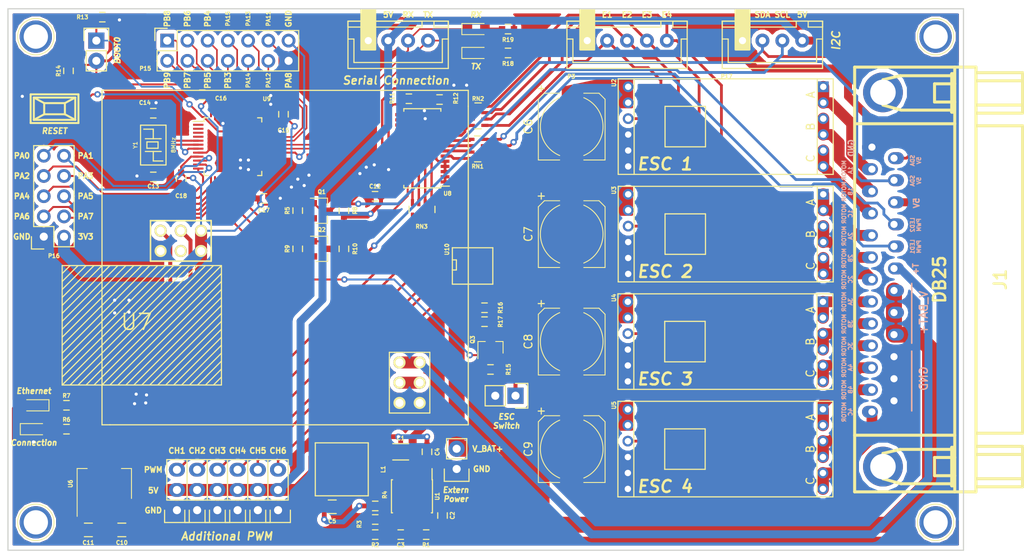
<source format=kicad_pcb>
(kicad_pcb (version 20160815) (host pcbnew "(2017-01-07 revision e72a3b9)-makepkg")
  (layers (0 F.Cu signal) (31 B.Cu signal) (34 B.Paste user) (35 F.Paste user) (36 B.SilkS user) (37 F.SilkS user) (38 B.Mask user) (39 F.Mask user) (44 Edge.Cuts user))
  (net 0 "")
  (net 1 GND)
  (net 2 /V_BAT)
  (net 3 "Net-(C2-Pad1)")
  (net 4 "Net-(C3-Pad1)")
  (net 5 "Net-(C3-Pad2)")
  (net 6 "Net-(C4-Pad1)")
  (net 7 "Net-(C4-Pad2)")
  (net 8 /5V)
  (net 9 /V_PWR)
  (net 10 /3V3)
  (net 11 "Net-(D1-Pad2)")
  (net 12 "Net-(D2-Pad1)")
  (net 13 /SDA_3V3)
  (net 14 /SDA_5V)
  (net 15 /SCL_5V)
  (net 16 /SCL_3V3)
  (net 17 "Net-(R1-Pad2)")
  (net 18 "Net-(R3-Pad1)")
  (net 19 "Net-(R6-Pad1)")
  (net 20 "Net-(R7-Pad1)")
  (net 21 "Net-(R11-Pad1)")
  (net 22 "Net-(R12-Pad1)")
  (net 23 "Net-(RN3-Pad4)")
  (net 24 "Net-(RN3-Pad1)")
  (net 25 "Net-(RN3-Pad3)")
  (net 26 "Net-(RN3-Pad2)")
  (net 27 /MOTOR_1A)
  (net 28 /MOTOR_1B)
  (net 29 /MOTOR_1C)
  (net 30 /MOTOR_2C)
  (net 31 /MOTOR_2B)
  (net 32 /MOTOR_2A)
  (net 33 /MOTOR_3A)
  (net 34 /MOTOR_3B)
  (net 35 /MOTOR_3C)
  (net 36 /MOTOR_4C)
  (net 37 /MOTOR_4B)
  (net 38 /MOTOR_4A)
  (net 39 "Net-(U7-PadNC)")
  (net 40 /T+)
  (net 41 /OSC_OUT)
  (net 42 /OSC_IN)
  (net 43 "Net-(P1-Pad1)")
  (net 44 "Net-(R14-Pad2)")
  (net 45 "Net-(RN1-Pad5)")
  (net 46 "Net-(RN1-Pad6)")
  (net 47 "Net-(RN1-Pad7)")
  (net 48 "Net-(RN1-Pad8)")
  (net 49 "Net-(RN2-Pad8)")
  (net 50 "Net-(RN2-Pad7)")
  (net 51 "Net-(RN2-Pad6)")
  (net 52 "Net-(RN2-Pad5)")
  (net 53 /RX1)
  (net 54 /TX1)
  (net 55 /ESC4)
  (net 56 /ESC3)
  (net 57 /ESC2)
  (net 58 /ESC1)
  (net 59 "Net-(P14-Pad1)")
  (net 60 /PWR_SW)
  (net 61 "Net-(R16-Pad2)")
  (net 62 /LED2)
  (net 63 /LED1)
  (net 64 /CH1)
  (net 65 /CH2)
  (net 66 /CH3)
  (net 67 /CH4)
  (net 68 /CH5)
  (net 69 /CH6)
  (net 70 /PA1)
  (net 71 /PA0)
  (net 72 /PA3)
  (net 73 /PA2)
  (net 74 /PA5)
  (net 75 /PA4)
  (net 76 /PA7)
  (net 77 /PA6)
  (net 78 /PB4)
  (net 79 /PB5)
  (net 80 /PB6)
  (net 81 /PB7)
  (net 82 /PB8)
  (net 83 /PB9)
  (net 84 /PB3)
  (net 85 /PA15)
  (net 86 /PA14)
  (net 87 /PA13)
  (net 88 /PA12)
  (net 89 /PA11)
  (net 90 /PA8)
  (net 91 "Net-(D3-Pad2)")
  (net 92 "Net-(D4-Pad2)")
  (module footprint:DB_25M (layer F.Cu) (at 197 84 90)
    (fp_text reference J1 (at 0 7.62 90) (layer F.SilkS) (effects (font (thickness 0.3048))))
    (fp_text value DB25 (at 0 0 90) (layer F.SilkS) (effects (font (thickness 0.3048))))
    (pad "" thru_hole circle (at 23.50008 -7.112 90) (size 5.00126 5.00126) (drill 3.2004) (layers *.Cu *.Mask))
    (pad 11 thru_hole oval (at 11.07948 -8.4963 90) (size 1.50114 1.99898) (drill 0.89916 (offset 0 -0.24892)) (layers *.Cu *.Mask) (net 28 /MOTOR_1B))
    (pad 12 thru_hole oval (at 13.85062 -8.4963 90) (size 1.50114 1.99898) (drill 0.89916 (offset 0 -0.24892)) (layers *.Cu *.Mask) (net 27 /MOTOR_1A))
    (pad 13 thru_hole oval (at 16.61922 -8.4963 90) (size 1.50114 1.99898) (drill 0.89916 (offset 0 -0.24892)) (layers *.Cu *.Mask) (net 1 GND))
    (pad 10 thru_hole oval (at 8.31088 -8.4963 90) (size 1.50114 1.99898) (drill 0.89916 (offset 0 -0.24892)) (layers *.Cu *.Mask) (net 29 /MOTOR_1C))
    (pad 9 thru_hole oval (at 5.53974 -8.4963 90) (size 1.50114 1.99898) (drill 0.89916 (offset 0 -0.24892)) (layers *.Cu *.Mask) (net 32 /MOTOR_2A))
    (pad 5 thru_hole oval (at -5.53974 -8.4963 90) (size 1.50114 1.99898) (drill 0.89916 (offset 0 -0.24892)) (layers *.Cu *.Mask) (net 34 /MOTOR_3B))
    (pad 6 thru_hole oval (at -2.77114 -8.4963 90) (size 1.50114 1.99898) (drill 0.89916 (offset 0 -0.24892)) (layers *.Cu *.Mask) (net 33 /MOTOR_3A))
    (pad 7 thru_hole oval (at 0 -8.4963 90) (size 1.50114 1.99898) (drill 0.89916 (offset 0 -0.24892)) (layers *.Cu *.Mask) (net 30 /MOTOR_2C))
    (pad 8 thru_hole oval (at 2.77114 -8.4963 90) (size 1.50114 1.99898) (drill 0.89916 (offset 0 -0.24892)) (layers *.Cu *.Mask) (net 31 /MOTOR_2B))
    (pad "" thru_hole circle (at -23.50008 -7.112 90) (size 5.00126 5.00126) (drill 3.2004) (layers *.Cu *.Mask))
    (pad 4 thru_hole oval (at -8.31088 -8.4963 90) (size 1.50114 1.99898) (drill 0.89916 (offset 0 -0.24892)) (layers *.Cu *.Mask) (net 35 /MOTOR_3C))
    (pad 3 thru_hole oval (at -11.07948 -8.4963 90) (size 1.50114 1.99898) (drill 0.89916 (offset 0 -0.24892)) (layers *.Cu *.Mask) (net 38 /MOTOR_4A))
    (pad 2 thru_hole oval (at -13.85062 -8.4963 90) (size 1.50114 1.99898) (drill 0.89916 (offset 0 -0.24892)) (layers *.Cu *.Mask) (net 37 /MOTOR_4B))
    (pad 1 thru_hole oval (at -16.61922 -8.4963 90) (size 1.50114 1.99898) (drill 0.89916 (offset 0 -0.24892)) (layers *.Cu *.Mask) (net 36 /MOTOR_4C))
    (pad 25 thru_hole oval (at 15.23492 -5.7277 90) (size 1.50114 1.99898) (drill 0.89916 (offset 0 0.24892)) (layers *.Cu *.Mask) (net 14 /SDA_5V))
    (pad 24 thru_hole oval (at 12.46378 -5.7277 90) (size 1.50114 1.99898) (drill 0.89916 (offset 0 0.24892)) (layers *.Cu *.Mask) (net 15 /SCL_5V))
    (pad 23 thru_hole oval (at 9.69518 -5.7277 90) (size 1.50114 1.99898) (drill 0.89916 (offset 0 0.24892)) (layers *.Cu *.Mask) (net 8 /5V))
    (pad 22 thru_hole oval (at 6.92404 -5.7277 90) (size 1.50114 1.99898) (drill 0.89916 (offset 0 0.24892)) (layers *.Cu *.Mask) (net 62 /LED2))
    (pad 21 thru_hole oval (at 4.15544 -5.7277 90) (size 1.50114 1.99898) (drill 0.89916 (offset 0 0.24892)) (layers *.Cu *.Mask) (net 63 /LED1))
    (pad 20 thru_hole oval (at 1.3843 -5.7277 90) (size 1.50114 1.99898) (drill 0.89916 (offset 0 0.24892)) (layers *.Cu *.Mask) (net 40 /T+))
    (pad 19 thru_hole oval (at -1.3843 -5.7277 90) (size 1.50114 1.99898) (drill 0.89916 (offset 0 0.24892)) (layers *.Cu *.Mask) (net 2 /V_BAT))
    (pad 18 thru_hole oval (at -4.15544 -5.7277 90) (size 1.50114 1.99898) (drill 0.89916 (offset 0 0.24892)) (layers *.Cu *.Mask) (net 2 /V_BAT))
    (pad 17 thru_hole oval (at -6.92404 -5.7277 90) (size 1.50114 1.99898) (drill 0.89916 (offset 0 0.24892)) (layers *.Cu *.Mask) (net 2 /V_BAT))
    (pad 16 thru_hole oval (at -9.69518 -5.7277 90) (size 1.50114 1.99898) (drill 0.89916 (offset 0 0.24892)) (layers *.Cu *.Mask) (net 1 GND))
    (pad 15 thru_hole oval (at -12.46378 -5.7277 90) (size 1.50114 1.99898) (drill 0.89916 (offset 0 0.24892)) (layers *.Cu *.Mask) (net 1 GND))
    (pad 14 thru_hole oval (at -15.23492 -5.7277 90) (size 1.50114 1.99898) (drill 0.89916 (offset 0 0.24892)) (layers *.Cu *.Mask) (net 1 GND))
  )
  (module Connectors_JST:JST_XH_B04B-XH-A_04x2.50mm_Straight (layer F.Cu) (at 125.25 54)
    (fp_text reference P2 hide)
    (fp_text value CONN_01X04)
    (pad 4 thru_hole circle (at 7.5 0) (size 1.75 1.75) (drill 0.9) (layers *.Cu *.Mask) (net 54 /TX1))
    (pad 3 thru_hole circle (at 5 0) (size 1.75 1.75) (drill 0.9) (layers *.Cu *.Mask) (net 53 /RX1))
    (pad 2 thru_hole circle (at 2.5 0) (size 1.75 1.75) (drill 0.9) (layers *.Cu *.Mask) (net 8 /5V))
    (pad 1 thru_hole rect (at 0 0) (size 1.75 1.75) (drill 0.9) (layers *.Cu *.Mask) (net 1 GND))
  )
  (module Capacitors_SMD:C_1206 (layer F.Cu) (at 129.323029 105.641005 180)
    (fp_text reference C1 (at 0 1.7 180) (layer F.SilkS) (effects (font (size 0.5 0.5) (thickness 0.125))))
    (fp_text value 10uF/25V)
    (pad 2 smd rect (at 1.5 0 180) (size 1 1.6) (layers F.Cu F.Paste F.Mask) (net 1 GND))
    (pad 1 smd rect (at -1.5 0 180) (size 1 1.6) (layers F.Cu F.Paste F.Mask) (net 2 /V_BAT))
  )
  (module Capacitors_SMD:C_0603 (layer F.Cu) (at 134.573029 113.641005 90)
    (fp_text reference C2 (at 0 1.25 90) (layer F.SilkS) (effects (font (size 0.5 0.5) (thickness 0.125))))
    (fp_text value 0.1uF)
    (pad 2 smd rect (at 0.75 0 90) (size 0.8 0.75) (layers F.Cu F.Paste F.Mask) (net 1 GND))
    (pad 1 smd rect (at -0.75 0 90) (size 0.8 0.75) (layers F.Cu F.Paste F.Mask) (net 3 "Net-(C2-Pad1)"))
  )
  (module Capacitors_SMD:C_0603 (layer F.Cu) (at 129.323029 116.041005 180)
    (fp_text reference C3 (at 0 -1.3 180) (layer F.SilkS) (effects (font (size 0.5 0.5) (thickness 0.125))))
    (fp_text value 3.9nF)
    (pad 1 smd rect (at -0.75 0 180) (size 0.8 0.75) (layers F.Cu F.Paste F.Mask) (net 4 "Net-(C3-Pad1)"))
    (pad 2 smd rect (at 0.75 0 180) (size 0.8 0.75) (layers F.Cu F.Paste F.Mask) (net 5 "Net-(C3-Pad2)"))
  )
  (module Capacitors_SMD:C_0603 (layer F.Cu) (at 132.623029 105.641005 270)
    (fp_text reference C4 (at 0 -1.3 270) (layer F.SilkS) (effects (font (size 0.5 0.5) (thickness 0.125))))
    (fp_text value 10nF)
    (pad 1 smd rect (at -0.75 0 270) (size 0.8 0.75) (layers F.Cu F.Paste F.Mask) (net 6 "Net-(C4-Pad1)"))
    (pad 2 smd rect (at 0.75 0 270) (size 0.8 0.75) (layers F.Cu F.Paste F.Mask) (net 7 "Net-(C4-Pad2)"))
  )
  (module Capacitors_SMD:C_0805 (layer F.Cu) (at 120.723029 112.541005)
    (fp_text reference C5 (at 0 1.8) (layer F.SilkS) (effects (font (size 0.5 0.5) (thickness 0.125))))
    (fp_text value 22uF/10V)
    (pad 2 smd rect (at 1 0) (size 1 1.25) (layers F.Cu F.Paste F.Mask) (net 1 GND))
    (pad 1 smd rect (at -1 0) (size 1 1.25) (layers F.Cu F.Paste F.Mask) (net 8 /5V))
  )
  (module Capacitors_SMD:C_0805 (layer F.Cu) (at 94.3 115.45)
    (fp_text reference C10 (at 0 1.6) (layer F.SilkS) (effects (font (size 0.5 0.5) (thickness 0.125))))
    (fp_text value 1uF)
    (pad 2 smd rect (at 1 0) (size 1 1.25) (layers F.Cu F.Paste F.Mask) (net 1 GND))
    (pad 1 smd rect (at -1 0) (size 1 1.25) (layers F.Cu F.Paste F.Mask) (net 8 /5V))
  )
  (module Capacitors_SMD:C_0805 (layer F.Cu) (at 90.1 115.45 180)
    (fp_text reference C11 (at 0 -1.6 180) (layer F.SilkS) (effects (font (size 0.5 0.5) (thickness 0.125))))
    (fp_text value 1uF)
    (pad 1 smd rect (at -1 0 180) (size 1 1.25) (layers F.Cu F.Paste F.Mask) (net 10 /3V3))
    (pad 2 smd rect (at 1 0 180) (size 1 1.25) (layers F.Cu F.Paste F.Mask) (net 1 GND))
  )
  (module Capacitors_SMD:C_0603 (layer F.Cu) (at 126.1 73.55 180)
    (fp_text reference C12 (at 0 1.25 180) (layer F.SilkS) (effects (font (size 0.5 0.5) (thickness 0.125))))
    (fp_text value 10uF)
    (pad 2 smd rect (at 0.75 0 180) (size 0.8 0.75) (layers F.Cu F.Paste F.Mask) (net 1 GND))
    (pad 1 smd rect (at -0.75 0 180) (size 0.8 0.75) (layers F.Cu F.Paste F.Mask) (net 8 /5V))
  )
  (module LEDs:LED_0805 (layer F.Cu) (at 83.35 102.8)
    (fp_text reference D1 hide)
    (fp_text value LED)
    (pad 2 smd rect (at 1.1 0 180) (size 1.2 1.2) (layers F.Cu F.Paste F.Mask) (net 11 "Net-(D1-Pad2)"))
    (pad 1 smd rect (at -1.1 0 180) (size 1.2 1.2) (layers F.Cu F.Paste F.Mask) (net 1 GND))
  )
  (module LEDs:LED_0805 (layer F.Cu) (at 83.35 99.8 180)
    (fp_text reference D2 hide)
    (fp_text value LED)
    (pad 1 smd rect (at -1.1 0) (size 1.2 1.2) (layers F.Cu F.Paste F.Mask) (net 12 "Net-(D2-Pad1)"))
    (pad 2 smd rect (at 1.1 0) (size 1.2 1.2) (layers F.Cu F.Paste F.Mask) (net 10 /3V3))
  )
  (module TO_SOT_Packages_SMD:SOT-23 (layer F.Cu) (at 119.36765 75.36853)
    (fp_text reference Q1 (at 0.03235 -2.36853) (layer F.SilkS) (effects (font (size 0.5 0.5) (thickness 0.125))))
    (fp_text value BSS138)
    (pad 1 smd rect (at -1 -0.95) (size 0.9 0.8) (layers F.Cu F.Paste F.Mask) (net 10 /3V3))
    (pad 2 smd rect (at -1 0.95) (size 0.9 0.8) (layers F.Cu F.Paste F.Mask) (net 13 /SDA_3V3))
    (pad 3 smd rect (at 1 0) (size 0.9 0.8) (layers F.Cu F.Paste F.Mask) (net 14 /SDA_5V))
  )
  (module TO_SOT_Packages_SMD:SOT-23 (layer F.Cu) (at 119.39 80.15)
    (fp_text reference Q2 (at 0 -2.4) (layer F.SilkS) (effects (font (size 0.5 0.5) (thickness 0.125))))
    (fp_text value BSS138)
    (pad 3 smd rect (at 1 0) (size 0.9 0.8) (layers F.Cu F.Paste F.Mask) (net 15 /SCL_5V))
    (pad 2 smd rect (at -1 0.95) (size 0.9 0.8) (layers F.Cu F.Paste F.Mask) (net 16 /SCL_3V3))
    (pad 1 smd rect (at -1 -0.95) (size 0.9 0.8) (layers F.Cu F.Paste F.Mask) (net 10 /3V3))
  )
  (module Capacitors_SMD:C_0603 (layer F.Cu) (at 132.523029 116.041005 180)
    (fp_text reference R1 (at 0 -1.3 180) (layer F.SilkS) (effects (font (size 0.5 0.5) (thickness 0.125))))
    (fp_text value 100k)
    (pad 1 smd rect (at -0.75 0 180) (size 0.8 0.75) (layers F.Cu F.Paste F.Mask) (net 2 /V_BAT))
    (pad 2 smd rect (at 0.75 0 180) (size 0.8 0.75) (layers F.Cu F.Paste F.Mask) (net 17 "Net-(R1-Pad2)"))
  )
  (module Capacitors_SMD:C_0603 (layer F.Cu) (at 126.123029 116.041005 180)
    (fp_text reference R2 (at 0 -1.3 180) (layer F.SilkS) (effects (font (size 0.5 0.5) (thickness 0.125))))
    (fp_text value 6.8k)
    (pad 2 smd rect (at 0.75 0 180) (size 0.8 0.75) (layers F.Cu F.Paste F.Mask) (net 1 GND))
    (pad 1 smd rect (at -0.75 0 180) (size 0.8 0.75) (layers F.Cu F.Paste F.Mask) (net 5 "Net-(C3-Pad2)"))
  )
  (module Capacitors_SMD:C_0603 (layer F.Cu) (at 126.123029 114.141005 180)
    (fp_text reference R3 (at 2 -0.6 -90) (layer F.SilkS) (effects (font (size 0.5 0.5) (thickness 0.125))))
    (fp_text value "10k 1%")
    (pad 2 smd rect (at 0.75 0 180) (size 0.8 0.75) (layers F.Cu F.Paste F.Mask) (net 1 GND))
    (pad 1 smd rect (at -0.75 0 180) (size 0.8 0.75) (layers F.Cu F.Paste F.Mask) (net 18 "Net-(R3-Pad1)"))
  )
  (module Capacitors_SMD:C_0603 (layer F.Cu) (at 126.123029 112.441005)
    (fp_text reference R4 (at 1.2 -1.4 90) (layer F.SilkS) (effects (font (size 0.5 0.5) (thickness 0.125))))
    (fp_text value "44.2k 1%")
    (pad 1 smd rect (at -0.75 0) (size 0.8 0.75) (layers F.Cu F.Paste F.Mask) (net 8 /5V))
    (pad 2 smd rect (at 0.75 0) (size 0.8 0.75) (layers F.Cu F.Paste F.Mask) (net 18 "Net-(R3-Pad1)"))
  )
  (module Capacitors_SMD:C_0603 (layer F.Cu) (at 116.39 75.35 270)
    (fp_text reference R5 (at 0 1.3 270) (layer F.SilkS) (effects (font (size 0.5 0.5) (thickness 0.125))))
    (fp_text value 10k)
    (pad 2 smd rect (at 0.75 0 270) (size 0.8 0.75) (layers F.Cu F.Paste F.Mask) (net 13 /SDA_3V3))
    (pad 1 smd rect (at -0.75 0 270) (size 0.8 0.75) (layers F.Cu F.Paste F.Mask) (net 10 /3V3))
  )
  (module Capacitors_SMD:C_0603 (layer F.Cu) (at 87.35 102.8 180)
    (fp_text reference R6 (at 0 1.2 180) (layer F.SilkS) (effects (font (size 0.5 0.5) (thickness 0.125))))
    (fp_text value 330)
    (pad 2 smd rect (at 0.75 0 180) (size 0.8 0.75) (layers F.Cu F.Paste F.Mask) (net 11 "Net-(D1-Pad2)"))
    (pad 1 smd rect (at -0.75 0 180) (size 0.8 0.75) (layers F.Cu F.Paste F.Mask) (net 19 "Net-(R6-Pad1)"))
  )
  (module Capacitors_SMD:C_0603 (layer F.Cu) (at 87.35 99.8 180)
    (fp_text reference R7 (at 0 1.2 180) (layer F.SilkS) (effects (font (size 0.5 0.5) (thickness 0.125))))
    (fp_text value 330)
    (pad 1 smd rect (at -0.75 0 180) (size 0.8 0.75) (layers F.Cu F.Paste F.Mask) (net 20 "Net-(R7-Pad1)"))
    (pad 2 smd rect (at 0.75 0 180) (size 0.8 0.75) (layers F.Cu F.Paste F.Mask) (net 12 "Net-(D2-Pad1)"))
  )
  (module Capacitors_SMD:C_0603 (layer F.Cu) (at 122.19 75.35 90)
    (fp_text reference R8 (at 0 1.4 90) (layer F.SilkS) (effects (font (size 0.5 0.5) (thickness 0.125))))
    (fp_text value 10k)
    (pad 1 smd rect (at -0.75 0 90) (size 0.8 0.75) (layers F.Cu F.Paste F.Mask) (net 8 /5V))
    (pad 2 smd rect (at 0.75 0 90) (size 0.8 0.75) (layers F.Cu F.Paste F.Mask) (net 14 /SDA_5V))
  )
  (module Capacitors_SMD:C_0603 (layer F.Cu) (at 116.39 80.15 270)
    (fp_text reference R9 (at 0 1.3 270) (layer F.SilkS) (effects (font (size 0.5 0.5) (thickness 0.125))))
    (fp_text value 10k)
    (pad 2 smd rect (at 0.75 0 270) (size 0.8 0.75) (layers F.Cu F.Paste F.Mask) (net 16 /SCL_3V3))
    (pad 1 smd rect (at -0.75 0 270) (size 0.8 0.75) (layers F.Cu F.Paste F.Mask) (net 10 /3V3))
  )
  (module Capacitors_SMD:C_0603 (layer F.Cu) (at 122.19 80.15 270)
    (fp_text reference R10 (at 0 -1.4 270) (layer F.SilkS) (effects (font (size 0.5 0.5) (thickness 0.125))))
    (fp_text value 10k)
    (pad 1 smd rect (at -0.75 0 270) (size 0.8 0.75) (layers F.Cu F.Paste F.Mask) (net 8 /5V))
    (pad 2 smd rect (at 0.75 0 270) (size 0.8 0.75) (layers F.Cu F.Paste F.Mask) (net 15 /SCL_5V))
  )
  (module Capacitors_SMD:C_0603 (layer F.Cu) (at 130.35 61.3)
    (fp_text reference R11 (at -2.1 -0.05 90) (layer F.SilkS) (effects (font (size 0.5 0.5) (thickness 0.125))))
    (fp_text value 10k)
    (pad 1 smd rect (at -0.75 0) (size 0.8 0.75) (layers F.Cu F.Paste F.Mask) (net 21 "Net-(R11-Pad1)"))
    (pad 2 smd rect (at 0.75 0) (size 0.8 0.75) (layers F.Cu F.Paste F.Mask) (net 1 GND))
  )
  (module Capacitors_SMD:C_0603 (layer F.Cu) (at 134.2 61.4)
    (fp_text reference R12 (at 2.05 -0.15 270) (layer F.SilkS) (effects (font (size 0.5 0.5) (thickness 0.125))))
    (fp_text value 10k)
    (pad 2 smd rect (at 0.75 0) (size 0.8 0.75) (layers F.Cu F.Paste F.Mask) (net 1 GND))
    (pad 1 smd rect (at -0.75 0) (size 0.8 0.75) (layers F.Cu F.Paste F.Mask) (net 22 "Net-(R12-Pad1)"))
  )
  (module Resistors_SMD:R_Array_Concave_4x0603 (layer F.Cu) (at 138.99 67.6 180)
    (fp_text reference RN1 (at 0 -2.2 180) (layer F.SilkS) (effects (font (size 0.5 0.5) (thickness 0.125))))
    (fp_text value 20k)
    (pad 5 smd rect (at 0.85 1.2 180) (size 0.9 0.4) (layers F.Cu F.Paste F.Mask) (net 45 "Net-(RN1-Pad5)"))
    (pad 6 smd rect (at 0.85 0.4 180) (size 0.9 0.4) (layers F.Cu F.Paste F.Mask) (net 46 "Net-(RN1-Pad6)"))
    (pad 7 smd rect (at 0.85 -0.4 180) (size 0.9 0.4) (layers F.Cu F.Paste F.Mask) (net 47 "Net-(RN1-Pad7)"))
    (pad 8 smd rect (at 0.85 -1.2 180) (size 0.9 0.4) (layers F.Cu F.Paste F.Mask) (net 48 "Net-(RN1-Pad8)"))
    (pad 4 smd rect (at -0.85 1.2 180) (size 0.9 0.4) (layers F.Cu F.Paste F.Mask) (net 62 /LED2))
    (pad 1 smd rect (at -0.85 -1.2 180) (size 0.9 0.4) (layers F.Cu F.Paste F.Mask) (net 68 /CH5))
    (pad 3 smd rect (at -0.85 0.4 180) (size 0.9 0.4) (layers F.Cu F.Paste F.Mask) (net 63 /LED1))
    (pad 2 smd rect (at -0.85 -0.4 180) (size 0.9 0.4) (layers F.Cu F.Paste F.Mask) (net 69 /CH6))
  )
  (module Resistors_SMD:R_Array_Concave_4x0603 (layer F.Cu) (at 139.04 63.45 180)
    (fp_text reference RN2 (at 0 2.15 180) (layer F.SilkS) (effects (font (size 0.5 0.5) (thickness 0.125))))
    (fp_text value 20k)
    (pad 2 smd rect (at -0.85 -0.4 180) (size 0.9 0.4) (layers F.Cu F.Paste F.Mask) (net 57 /ESC2))
    (pad 3 smd rect (at -0.85 0.4 180) (size 0.9 0.4) (layers F.Cu F.Paste F.Mask) (net 56 /ESC3))
    (pad 1 smd rect (at -0.85 -1.2 180) (size 0.9 0.4) (layers F.Cu F.Paste F.Mask) (net 58 /ESC1))
    (pad 4 smd rect (at -0.85 1.2 180) (size 0.9 0.4) (layers F.Cu F.Paste F.Mask) (net 55 /ESC4))
    (pad 8 smd rect (at 0.85 -1.2 180) (size 0.9 0.4) (layers F.Cu F.Paste F.Mask) (net 49 "Net-(RN2-Pad8)"))
    (pad 7 smd rect (at 0.85 -0.4 180) (size 0.9 0.4) (layers F.Cu F.Paste F.Mask) (net 50 "Net-(RN2-Pad7)"))
    (pad 6 smd rect (at 0.85 0.4 180) (size 0.9 0.4) (layers F.Cu F.Paste F.Mask) (net 51 "Net-(RN2-Pad6)"))
    (pad 5 smd rect (at 0.85 1.2 180) (size 0.9 0.4) (layers F.Cu F.Paste F.Mask) (net 52 "Net-(RN2-Pad5)"))
  )
  (module Resistors_SMD:R_Array_Concave_4x0603 (layer F.Cu) (at 132 75.2 270)
    (fp_text reference RN3 (at 2.15 0.05) (layer F.SilkS) (effects (font (size 0.5 0.5) (thickness 0.125))))
    (fp_text value 20k)
    (pad 5 smd rect (at 0.85 1.2 270) (size 0.9 0.4) (layers F.Cu F.Paste F.Mask) (net 64 /CH1))
    (pad 6 smd rect (at 0.85 0.4 270) (size 0.9 0.4) (layers F.Cu F.Paste F.Mask) (net 65 /CH2))
    (pad 7 smd rect (at 0.85 -0.4 270) (size 0.9 0.4) (layers F.Cu F.Paste F.Mask) (net 66 /CH3))
    (pad 8 smd rect (at 0.85 -1.2 270) (size 0.9 0.4) (layers F.Cu F.Paste F.Mask) (net 67 /CH4))
    (pad 4 smd rect (at -0.85 1.2 270) (size 0.9 0.4) (layers F.Cu F.Paste F.Mask) (net 23 "Net-(RN3-Pad4)"))
    (pad 1 smd rect (at -0.85 -1.2 270) (size 0.9 0.4) (layers F.Cu F.Paste F.Mask) (net 24 "Net-(RN3-Pad1)"))
    (pad 3 smd rect (at -0.85 0.4 270) (size 0.9 0.4) (layers F.Cu F.Paste F.Mask) (net 25 "Net-(RN3-Pad3)"))
    (pad 2 smd rect (at -0.85 -0.4 270) (size 0.9 0.4) (layers F.Cu F.Paste F.Mask) (net 26 "Net-(RN3-Pad2)"))
  )
  (module Housings_SOIC:SOIC-8-1EP_3.9x4.9mm_Pitch1.27mm (layer F.Cu) (at 130.735529 111.228505 270)
    (fp_text reference U1 (at 0 -3.1875 270) (layer F.SilkS) (effects (font (size 0.5 0.5) (thickness 0.125))))
    (fp_text value mp2307)
    (pad 9 smd rect (at -0.5875 -0.5875 270) (size 1.175 1.175) (layers F.Cu F.Paste F.Mask) (net 1 GND))
    (pad 9 smd rect (at -0.5875 0.5875 270) (size 1.175 1.175) (layers F.Cu F.Paste F.Mask) (net 1 GND))
    (pad 9 smd rect (at 0.5875 -0.5875 270) (size 1.175 1.175) (layers F.Cu F.Paste F.Mask) (net 1 GND))
    (pad 9 smd rect (at 0.5875 0.5875 270) (size 1.175 1.175) (layers F.Cu F.Paste F.Mask) (net 1 GND))
    (pad 8 smd rect (at 2.7 -1.905 270) (size 1.55 0.6) (layers F.Cu F.Paste F.Mask) (net 3 "Net-(C2-Pad1)"))
    (pad 7 smd rect (at 2.7 -0.635 270) (size 1.55 0.6) (layers F.Cu F.Paste F.Mask) (net 17 "Net-(R1-Pad2)"))
    (pad 6 smd rect (at 2.7 0.635 270) (size 1.55 0.6) (layers F.Cu F.Paste F.Mask) (net 4 "Net-(C3-Pad1)"))
    (pad 5 smd rect (at 2.7 1.905 270) (size 1.55 0.6) (layers F.Cu F.Paste F.Mask) (net 18 "Net-(R3-Pad1)"))
    (pad 4 smd rect (at -2.7 1.905 270) (size 1.55 0.6) (layers F.Cu F.Paste F.Mask) (net 1 GND))
    (pad 3 smd rect (at -2.7 0.635 270) (size 1.55 0.6) (layers F.Cu F.Paste F.Mask) (net 6 "Net-(C4-Pad1)"))
    (pad 2 smd rect (at -2.7 -0.635 270) (size 1.55 0.6) (layers F.Cu F.Paste F.Mask) (net 2 /V_BAT))
    (pad 1 smd rect (at -2.7 -1.905 270) (size 1.55 0.6) (layers F.Cu F.Paste F.Mask) (net 7 "Net-(C4-Pad2)"))
  )
  (module footprint:DYS_Mini_ESC (layer F.Cu) (at 170.14 64.8 270)
    (fp_text reference U2 (at -5.5 14.04 270) (layer F.SilkS) (effects (font (size 0.5 0.5) (thickness 0.125))))
    (fp_text value DYS_mini_ESC)
    (fp_text user C (at 4 -10.668 270) (layer F.SilkS))
    (fp_text user B (at 0 -10.668 270) (layer F.SilkS))
    (fp_text user A (at -4 -10.668 270) (layer F.SilkS))
    (pad 4 thru_hole rect (at -5 -12.25) (size 1.35 1.35) (drill 0.8) (layers *.Cu *.Mask) (net 27 /MOTOR_1A))
    (pad 4 thru_hole circle (at -3 -12.25) (size 1.35 1.35) (drill 0.8) (layers *.Cu *.Mask) (net 27 /MOTOR_1A))
    (pad 5 thru_hole circle (at -1 -12.25) (size 1.35 1.35) (drill 0.8) (layers *.Cu *.Mask) (net 28 /MOTOR_1B))
    (pad 5 thru_hole circle (at 1 -12.25) (size 1.35 1.35) (drill 0.8) (layers *.Cu *.Mask) (net 28 /MOTOR_1B))
    (pad 6 thru_hole circle (at 3 -12.25) (size 1.35 1.35) (drill 0.8) (layers *.Cu *.Mask) (net 29 /MOTOR_1C))
    (pad 6 thru_hole circle (at 5 -12.25) (size 1.35 1.35) (drill 0.8) (layers *.Cu *.Mask) (net 29 /MOTOR_1C))
    (pad 3 thru_hole circle (at -5 12.25) (size 1.35 1.35) (drill 0.8) (layers *.Cu *.Mask) (net 9 /V_PWR))
    (pad 3 thru_hole circle (at -3 12.25) (size 1.35 1.35) (drill 0.8) (layers *.Cu *.Mask) (net 9 /V_PWR))
    (pad 2 thru_hole circle (at -1 12.25) (size 1.35 1.35) (drill 0.8) (layers *.Cu *.Mask) (net 58 /ESC1))
    (pad 1 thru_hole circle (at 1 12.25) (size 1.35 1.35) (drill 0.8) (layers *.Cu *.Mask) (net 1 GND))
    (pad 1 thru_hole circle (at 3 12.25) (size 1.35 1.35) (drill 0.8) (layers *.Cu *.Mask) (net 1 GND))
    (pad 1 thru_hole circle (at 5 12.25) (size 1.35 1.35) (drill 0.8) (layers *.Cu *.Mask) (net 1 GND))
  )
  (module footprint:DYS_Mini_ESC (layer F.Cu) (at 170.14 78.3 270)
    (fp_text reference U3 (at -5.5 14.04 270) (layer F.SilkS) (effects (font (size 0.5 0.5) (thickness 0.125))))
    (fp_text value DYS_mini_ESC)
    (fp_text user A (at -4 -10.668 270) (layer F.SilkS))
    (fp_text user B (at 0 -10.668 270) (layer F.SilkS))
    (fp_text user C (at 4 -10.668 270) (layer F.SilkS))
    (pad 1 thru_hole circle (at 5 12.25) (size 1.35 1.35) (drill 0.8) (layers *.Cu *.Mask) (net 1 GND))
    (pad 1 thru_hole circle (at 3 12.25) (size 1.35 1.35) (drill 0.8) (layers *.Cu *.Mask) (net 1 GND))
    (pad 1 thru_hole circle (at 1 12.25) (size 1.35 1.35) (drill 0.8) (layers *.Cu *.Mask) (net 1 GND))
    (pad 2 thru_hole circle (at -1 12.25) (size 1.35 1.35) (drill 0.8) (layers *.Cu *.Mask) (net 57 /ESC2))
    (pad 3 thru_hole circle (at -3 12.25) (size 1.35 1.35) (drill 0.8) (layers *.Cu *.Mask) (net 9 /V_PWR))
    (pad 3 thru_hole circle (at -5 12.25) (size 1.35 1.35) (drill 0.8) (layers *.Cu *.Mask) (net 9 /V_PWR))
    (pad 6 thru_hole circle (at 5 -12.25) (size 1.35 1.35) (drill 0.8) (layers *.Cu *.Mask) (net 30 /MOTOR_2C))
    (pad 6 thru_hole circle (at 3 -12.25) (size 1.35 1.35) (drill 0.8) (layers *.Cu *.Mask) (net 30 /MOTOR_2C))
    (pad 5 thru_hole circle (at 1 -12.25) (size 1.35 1.35) (drill 0.8) (layers *.Cu *.Mask) (net 31 /MOTOR_2B))
    (pad 5 thru_hole circle (at -1 -12.25) (size 1.35 1.35) (drill 0.8) (layers *.Cu *.Mask) (net 31 /MOTOR_2B))
    (pad 4 thru_hole circle (at -3 -12.25) (size 1.35 1.35) (drill 0.8) (layers *.Cu *.Mask) (net 32 /MOTOR_2A))
    (pad 4 thru_hole rect (at -5 -12.25) (size 1.35 1.35) (drill 0.8) (layers *.Cu *.Mask) (net 32 /MOTOR_2A))
  )
  (module footprint:DYS_Mini_ESC (layer F.Cu) (at 170.1 91.8 270)
    (fp_text reference U4 (at -5.5 14 270) (layer F.SilkS) (effects (font (size 0.5 0.5) (thickness 0.125))))
    (fp_text value DYS_mini_ESC)
    (fp_text user C (at 4 -10.668 270) (layer F.SilkS))
    (fp_text user B (at 0 -10.668 270) (layer F.SilkS))
    (fp_text user A (at -4 -10.668 270) (layer F.SilkS))
    (pad 4 thru_hole rect (at -5 -12.25) (size 1.35 1.35) (drill 0.8) (layers *.Cu *.Mask) (net 33 /MOTOR_3A))
    (pad 4 thru_hole circle (at -3 -12.25) (size 1.35 1.35) (drill 0.8) (layers *.Cu *.Mask) (net 33 /MOTOR_3A))
    (pad 5 thru_hole circle (at -1 -12.25) (size 1.35 1.35) (drill 0.8) (layers *.Cu *.Mask) (net 34 /MOTOR_3B))
    (pad 5 thru_hole circle (at 1 -12.25) (size 1.35 1.35) (drill 0.8) (layers *.Cu *.Mask) (net 34 /MOTOR_3B))
    (pad 6 thru_hole circle (at 3 -12.25) (size 1.35 1.35) (drill 0.8) (layers *.Cu *.Mask) (net 35 /MOTOR_3C))
    (pad 6 thru_hole circle (at 5 -12.25) (size 1.35 1.35) (drill 0.8) (layers *.Cu *.Mask) (net 35 /MOTOR_3C))
    (pad 3 thru_hole circle (at -5 12.25) (size 1.35 1.35) (drill 0.8) (layers *.Cu *.Mask) (net 9 /V_PWR))
    (pad 3 thru_hole circle (at -3 12.25) (size 1.35 1.35) (drill 0.8) (layers *.Cu *.Mask) (net 9 /V_PWR))
    (pad 2 thru_hole circle (at -1 12.25) (size 1.35 1.35) (drill 0.8) (layers *.Cu *.Mask) (net 56 /ESC3))
    (pad 1 thru_hole circle (at 1 12.25) (size 1.35 1.35) (drill 0.8) (layers *.Cu *.Mask) (net 1 GND))
    (pad 1 thru_hole circle (at 3 12.25) (size 1.35 1.35) (drill 0.8) (layers *.Cu *.Mask) (net 1 GND))
    (pad 1 thru_hole circle (at 5 12.25) (size 1.35 1.35) (drill 0.8) (layers *.Cu *.Mask) (net 1 GND))
  )
  (module footprint:DYS_Mini_ESC (layer F.Cu) (at 170.1 105.3 270)
    (fp_text reference U5 (at -5.5 14 270) (layer F.SilkS) (effects (font (size 0.5 0.5) (thickness 0.125))))
    (fp_text value DYS_mini_ESC)
    (fp_text user A (at -4 -10.668 270) (layer F.SilkS))
    (fp_text user B (at 0 -10.668 270) (layer F.SilkS))
    (fp_text user C (at 4 -10.668 270) (layer F.SilkS))
    (pad 1 thru_hole circle (at 5 12.25) (size 1.35 1.35) (drill 0.8) (layers *.Cu *.Mask) (net 1 GND))
    (pad 1 thru_hole circle (at 3 12.25) (size 1.35 1.35) (drill 0.8) (layers *.Cu *.Mask) (net 1 GND))
    (pad 1 thru_hole circle (at 1 12.25) (size 1.35 1.35) (drill 0.8) (layers *.Cu *.Mask) (net 1 GND))
    (pad 2 thru_hole circle (at -1 12.25) (size 1.35 1.35) (drill 0.8) (layers *.Cu *.Mask) (net 55 /ESC4))
    (pad 3 thru_hole circle (at -3 12.25) (size 1.35 1.35) (drill 0.8) (layers *.Cu *.Mask) (net 9 /V_PWR))
    (pad 3 thru_hole circle (at -5 12.25) (size 1.35 1.35) (drill 0.8) (layers *.Cu *.Mask) (net 9 /V_PWR))
    (pad 6 thru_hole circle (at 5 -12.25) (size 1.35 1.35) (drill 0.8) (layers *.Cu *.Mask) (net 36 /MOTOR_4C))
    (pad 6 thru_hole circle (at 3 -12.25) (size 1.35 1.35) (drill 0.8) (layers *.Cu *.Mask) (net 36 /MOTOR_4C))
    (pad 5 thru_hole circle (at 1 -12.25) (size 1.35 1.35) (drill 0.8) (layers *.Cu *.Mask) (net 37 /MOTOR_4B))
    (pad 5 thru_hole circle (at -1 -12.25) (size 1.35 1.35) (drill 0.8) (layers *.Cu *.Mask) (net 37 /MOTOR_4B))
    (pad 4 thru_hole circle (at -3 -12.25) (size 1.35 1.35) (drill 0.8) (layers *.Cu *.Mask) (net 38 /MOTOR_4A))
    (pad 4 thru_hole rect (at -5 -12.25) (size 1.35 1.35) (drill 0.8) (layers *.Cu *.Mask) (net 38 /MOTOR_4A))
  )
  (module TO_SOT_Packages_SMD:SOT-223 (layer F.Cu) (at 92.1 109.65 90)
    (fp_text reference U6 (at 0 -4.25 90) (layer F.SilkS) (effects (font (size 0.5 0.5) (thickness 0.125))))
    (fp_text value TLV1117LV33)
    (pad 1 smd rect (at -3.15 -2.3 90) (size 2 1.5) (layers F.Cu F.Paste F.Mask) (net 1 GND))
    (pad 3 smd rect (at -3.15 2.3 90) (size 2 1.5) (layers F.Cu F.Paste F.Mask) (net 8 /5V))
    (pad 2 smd rect (at -3.15 0 90) (size 2 1.5) (layers F.Cu F.Paste F.Mask) (net 10 /3V3))
    (pad 4 smd rect (at 3.15 0 90) (size 2 3.8) (layers F.Cu F.Paste F.Mask) (net 10 /3V3))
  )
  (module footprint:Tenda_p200 (layer F.Cu) (at 115.35 81.3 180)
    (fp_text reference U7 (at 19.2 -8.04 180) (layer F.SilkS) (effects (font (size 2 2) (thickness 0.2032))))
    (fp_text value TENDA_P200 hide)
    (pad 3V3 thru_hole circle (at 11.1 3.42 180) (size 1.524 1.524) (drill 1.016) (layers *.Cu *.Mask F.SilkS) (net 10 /3V3))
    (pad 3V3 thru_hole circle (at 11.1 0.88 180) (size 1.524 1.524) (drill 1.016) (layers *.Cu *.Mask F.SilkS) (net 10 /3V3))
    (pad C thru_hole circle (at 13.64 3.42 180) (size 1.524 1.524) (drill 1.016) (layers *.Cu *.Mask F.SilkS) (net 19 "Net-(R6-Pad1)"))
    (pad P thru_hole circle (at 13.64 0.88 180) (size 1.524 1.524) (drill 1.016) (layers *.Cu *.Mask F.SilkS))
    (pad E thru_hole circle (at 16.18 3.42 180) (size 1.524 1.524) (drill 1.016) (layers *.Cu *.Mask F.SilkS) (net 20 "Net-(R7-Pad1)"))
    (pad GND thru_hole circle (at 16.18 0.88 180) (size 1.524 1.524) (drill 1.016) (layers *.Cu *.Mask F.SilkS) (net 1 GND))
    (pad NC thru_hole circle (at -16.36 -15.66 270) (size 1.524 1.524) (drill 1.016) (layers *.Cu *.Mask F.SilkS) (net 39 "Net-(U7-PadNC)"))
    (pad T_+ thru_hole circle (at -13.82 -13.12 270) (size 1.524 1.524) (drill 1.016) (layers *.Cu *.Mask F.SilkS) (net 40 /T+))
    (pad T_+ thru_hole circle (at -16.36 -13.12 270) (size 1.524 1.524) (drill 1.016) (layers *.Cu *.Mask F.SilkS) (net 40 /T+))
    (pad NC thru_hole circle (at -13.82 -15.66 270) (size 1.524 1.524) (drill 1.016) (layers *.Cu *.Mask F.SilkS) (net 39 "Net-(U7-PadNC)"))
    (pad T_- thru_hole circle (at -13.82 -18.2 270) (size 1.524 1.524) (drill 1.016) (layers *.Cu *.Mask F.SilkS) (net 1 GND))
    (pad T_- thru_hole circle (at -16.36 -18.2 270) (size 1.524 1.524) (drill 1.016) (layers *.Cu *.Mask F.SilkS) (net 1 GND))
  )
  (module Housings_SSOP:TSSOP-28_4.4x9.7mm_Pitch0.65mm (layer F.Cu) (at 132.04 67.525 180)
    (fp_text reference U8 (at -3.16 -5.675 180) (layer F.SilkS) (effects (font (size 0.5 0.5) (thickness 0.125))))
    (fp_text value pca9685)
    (pad 28 smd rect (at 2.85 -4.225 180) (size 1.1 0.4) (layers F.Cu F.Paste F.Mask) (net 8 /5V))
    (pad 27 smd rect (at 2.85 -3.575 180) (size 1.1 0.4) (layers F.Cu F.Paste F.Mask) (net 14 /SDA_5V))
    (pad 26 smd rect (at 2.85 -2.925 180) (size 1.1 0.4) (layers F.Cu F.Paste F.Mask) (net 15 /SCL_5V))
    (pad 25 smd rect (at 2.85 -2.275 180) (size 1.1 0.4) (layers F.Cu F.Paste F.Mask) (net 1 GND))
    (pad 24 smd rect (at 2.85 -1.625 180) (size 1.1 0.4) (layers F.Cu F.Paste F.Mask) (net 22 "Net-(R12-Pad1)"))
    (pad 23 smd rect (at 2.85 -0.975 180) (size 1.1 0.4) (layers F.Cu F.Paste F.Mask) (net 21 "Net-(R11-Pad1)"))
    (pad 22 smd rect (at 2.85 -0.325 180) (size 1.1 0.4) (layers F.Cu F.Paste F.Mask))
    (pad 21 smd rect (at 2.85 0.325 180) (size 1.1 0.4) (layers F.Cu F.Paste F.Mask))
    (pad 20 smd rect (at 2.85 0.975 180) (size 1.1 0.4) (layers F.Cu F.Paste F.Mask))
    (pad 19 smd rect (at 2.85 1.625 180) (size 1.1 0.4) (layers F.Cu F.Paste F.Mask))
    (pad 18 smd rect (at 2.85 2.275 180) (size 1.1 0.4) (layers F.Cu F.Paste F.Mask) (net 23 "Net-(RN3-Pad4)"))
    (pad 17 smd rect (at 2.85 2.925 180) (size 1.1 0.4) (layers F.Cu F.Paste F.Mask) (net 25 "Net-(RN3-Pad3)"))
    (pad 16 smd rect (at 2.85 3.575 180) (size 1.1 0.4) (layers F.Cu F.Paste F.Mask) (net 26 "Net-(RN3-Pad2)"))
    (pad 15 smd rect (at 2.85 4.225 180) (size 1.1 0.4) (layers F.Cu F.Paste F.Mask) (net 24 "Net-(RN3-Pad1)"))
    (pad 14 smd rect (at -2.85 4.225 180) (size 1.1 0.4) (layers F.Cu F.Paste F.Mask) (net 1 GND))
    (pad 13 smd rect (at -2.85 3.575 180) (size 1.1 0.4) (layers F.Cu F.Paste F.Mask) (net 52 "Net-(RN2-Pad5)"))
    (pad 12 smd rect (at -2.85 2.925 180) (size 1.1 0.4) (layers F.Cu F.Paste F.Mask) (net 51 "Net-(RN2-Pad6)"))
    (pad 11 smd rect (at -2.85 2.275 180) (size 1.1 0.4) (layers F.Cu F.Paste F.Mask) (net 50 "Net-(RN2-Pad7)"))
    (pad 10 smd rect (at -2.85 1.625 180) (size 1.1 0.4) (layers F.Cu F.Paste F.Mask) (net 49 "Net-(RN2-Pad8)"))
    (pad 9 smd rect (at -2.85 0.975 180) (size 1.1 0.4) (layers F.Cu F.Paste F.Mask) (net 45 "Net-(RN1-Pad5)"))
    (pad 8 smd rect (at -2.85 0.325 180) (size 1.1 0.4) (layers F.Cu F.Paste F.Mask) (net 46 "Net-(RN1-Pad6)"))
    (pad 7 smd rect (at -2.85 -0.325 180) (size 1.1 0.4) (layers F.Cu F.Paste F.Mask) (net 47 "Net-(RN1-Pad7)"))
    (pad 6 smd rect (at -2.85 -0.975 180) (size 1.1 0.4) (layers F.Cu F.Paste F.Mask) (net 48 "Net-(RN1-Pad8)"))
    (pad 5 smd rect (at -2.85 -1.625 180) (size 1.1 0.4) (layers F.Cu F.Paste F.Mask) (net 22 "Net-(R12-Pad1)"))
    (pad 4 smd rect (at -2.85 -2.275 180) (size 1.1 0.4) (layers F.Cu F.Paste F.Mask) (net 22 "Net-(R12-Pad1)"))
    (pad 3 smd rect (at -2.85 -2.925 180) (size 1.1 0.4) (layers F.Cu F.Paste F.Mask) (net 22 "Net-(R12-Pad1)"))
    (pad 2 smd rect (at -2.85 -3.575 180) (size 1.1 0.4) (layers F.Cu F.Paste F.Mask) (net 22 "Net-(R12-Pad1)"))
    (pad 1 smd rect (at -2.85 -4.225 180) (size 1.1 0.4) (layers F.Cu F.Paste F.Mask) (net 22 "Net-(R12-Pad1)"))
  )
  (module footprint:ASPI-0630LR (layer F.Cu) (at 121.923029 107.841005 180)
    (fp_text reference L1 (at -5.2 0 -90) (layer F.SilkS) (effects (font (size 0.5 0.5) (thickness 0.125))))
    (fp_text value 10uH/4A)
    (pad 1 smd rect (at -3.025 0 180) (size 2.35 3.4) (layers F.Cu F.Paste F.Mask) (net 6 "Net-(C4-Pad1)"))
    (pad 2 smd rect (at 3.025 0 180) (size 2.35 3.4) (layers F.Cu F.Paste F.Mask) (net 8 /5V))
  )
  (module Capacitors_SMD:C_0603 (layer F.Cu) (at 98.249879 71.120654 180)
    (fp_text reference C13 (at 0 -1.179346 180) (layer F.SilkS) (effects (font (size 0.5 0.5) (thickness 0.125))))
    (fp_text value 33uF)
    (pad 2 smd rect (at 0.75 0 180) (size 0.8 0.75) (layers F.Cu F.Paste F.Mask) (net 1 GND))
    (pad 1 smd rect (at -0.75 0 180) (size 0.8 0.75) (layers F.Cu F.Paste F.Mask) (net 41 /OSC_OUT))
  )
  (module Capacitors_SMD:C_0603 (layer F.Cu) (at 98.249879 63.120655)
    (fp_text reference C14 (at -1.049879 -1.320655) (layer F.SilkS) (effects (font (size 0.5 0.5) (thickness 0.125))))
    (fp_text value 33uF)
    (pad 1 smd rect (at -0.75 0) (size 0.8 0.75) (layers F.Cu F.Paste F.Mask) (net 42 /OSC_IN))
    (pad 2 smd rect (at 0.75 0) (size 0.8 0.75) (layers F.Cu F.Paste F.Mask) (net 1 GND))
  )
  (module Capacitors_SMD:C_0603 (layer F.Cu) (at 114.6 63.25 90)
    (fp_text reference C15 (at -2.020655 0 -180) (layer F.SilkS) (effects (font (size 0.5 0.5) (thickness 0.125))))
    (fp_text value 1uF)
    (pad 2 smd rect (at 0.75 0 90) (size 0.8 0.75) (layers F.Cu F.Paste F.Mask) (net 1 GND))
    (pad 1 smd rect (at -0.75 0 90) (size 0.8 0.75) (layers F.Cu F.Paste F.Mask) (net 10 /3V3))
  )
  (module Capacitors_SMD:C_0603 (layer F.Cu) (at 104.4 60.8 180)
    (fp_text reference C16 (at -2.35 -0.45 180) (layer F.SilkS) (effects (font (size 0.5 0.5) (thickness 0.125))))
    (fp_text value 1uF)
    (pad 1 smd rect (at -0.75 0 180) (size 0.8 0.75) (layers F.Cu F.Paste F.Mask) (net 10 /3V3))
    (pad 2 smd rect (at 0.75 0 180) (size 0.8 0.75) (layers F.Cu F.Paste F.Mask) (net 1 GND))
  )
  (module Capacitors_SMD:C_0603 (layer F.Cu) (at 112.14 73.820655)
    (fp_text reference C17 (at 0 1.479345) (layer F.SilkS) (effects (font (size 0.5 0.5) (thickness 0.125))))
    (fp_text value 1uF)
    (pad 1 smd rect (at -0.75 0) (size 0.8 0.75) (layers F.Cu F.Paste F.Mask) (net 10 /3V3))
    (pad 2 smd rect (at 0.75 0) (size 0.8 0.75) (layers F.Cu F.Paste F.Mask) (net 1 GND))
  )
  (module Capacitors_SMD:C_0603 (layer F.Cu) (at 101.749879 71.320655 270)
    (fp_text reference C18 (at 2.179345 -0.000121) (layer F.SilkS) (effects (font (size 0.5 0.5) (thickness 0.125))))
    (fp_text value 1uF)
    (pad 2 smd rect (at 0.75 0 270) (size 0.8 0.75) (layers F.Cu F.Paste F.Mask) (net 1 GND))
    (pad 1 smd rect (at -0.75 0 270) (size 0.8 0.75) (layers F.Cu F.Paste F.Mask) (net 10 /3V3))
  )
  (module Socket_Strips:Socket_Strip_Straight_1x02 (layer F.Cu) (at 91.1 54 270)
    (fp_text reference P1 hide)
    (fp_text value BOOT)
    (pad 2 thru_hole oval (at 2.54 0 270) (size 2.032 2.032) (drill 1.016) (layers *.Cu *.Mask) (net 10 /3V3))
    (pad 1 thru_hole rect (at 0 0 270) (size 2.032 2.032) (drill 1.016) (layers *.Cu *.Mask) (net 43 "Net-(P1-Pad1)"))
  )
  (module Capacitors_SMD:C_0603 (layer F.Cu) (at 91.85 51.05 180)
    (fp_text reference R13 (at 2.5 0 180) (layer F.SilkS) (effects (font (size 0.5 0.5) (thickness 0.125))))
    (fp_text value 10k)
    (pad 1 smd rect (at -0.75 0 180) (size 0.8 0.75) (layers F.Cu F.Paste F.Mask) (net 1 GND))
    (pad 2 smd rect (at 0.75 0 180) (size 0.8 0.75) (layers F.Cu F.Paste F.Mask) (net 43 "Net-(P1-Pad1)"))
  )
  (module Capacitors_SMD:C_0603 (layer F.Cu) (at 87.6 57.8 270)
    (fp_text reference R14 (at 0 1.25 270) (layer F.SilkS) (effects (font (size 0.5 0.5) (thickness 0.125))))
    (fp_text value 10k)
    (pad 2 smd rect (at 0.75 0 270) (size 0.8 0.75) (layers F.Cu F.Paste F.Mask) (net 44 "Net-(R14-Pad2)"))
    (pad 1 smd rect (at -0.75 0 270) (size 0.8 0.75) (layers F.Cu F.Paste F.Mask) (net 10 /3V3))
  )
  (module footprint:smd_push (layer F.Cu) (at 85.85 62.55)
    (fp_text reference SW1 hide)
    (fp_text value RESET (at 0 2.79908) (layer F.SilkS) (effects (font (size 0.7 0.7) (thickness 0.175) italic)))
    (pad 1 smd rect (at -3.9 0) (size 1.5 1.4) (layers F.Cu F.Paste F.Mask) (net 1 GND))
    (pad 2 smd rect (at 3.9 0) (size 1.5 1.4) (layers F.Cu F.Paste F.Mask) (net 44 "Net-(R14-Pad2)"))
  )
  (module Housings_QFP:LQFP-48_7x7mm_Pitch0.5mm (layer F.Cu) (at 108.249879 67.320654)
    (fp_text reference U9 (at 4.250121 -6) (layer F.SilkS) (effects (font (size 0.5 0.5) (thickness 0.125))))
    (fp_text value STM32F103CBT6)
    (pad 48 smd rect (at -2.75 -4.35 90) (size 1.3 0.25) (layers F.Cu F.Paste F.Mask) (net 10 /3V3))
    (pad 47 smd rect (at -2.25 -4.35 90) (size 1.3 0.25) (layers F.Cu F.Paste F.Mask) (net 1 GND))
    (pad 46 smd rect (at -1.75 -4.35 90) (size 1.3 0.25) (layers F.Cu F.Paste F.Mask) (net 83 /PB9))
    (pad 45 smd rect (at -1.25 -4.35 90) (size 1.3 0.25) (layers F.Cu F.Paste F.Mask) (net 82 /PB8))
    (pad 44 smd rect (at -0.75 -4.35 90) (size 1.3 0.25) (layers F.Cu F.Paste F.Mask) (net 43 "Net-(P1-Pad1)"))
    (pad 43 smd rect (at -0.25 -4.35 90) (size 1.3 0.25) (layers F.Cu F.Paste F.Mask) (net 81 /PB7))
    (pad 42 smd rect (at 0.25 -4.35 90) (size 1.3 0.25) (layers F.Cu F.Paste F.Mask) (net 80 /PB6))
    (pad 41 smd rect (at 0.75 -4.35 90) (size 1.3 0.25) (layers F.Cu F.Paste F.Mask) (net 79 /PB5))
    (pad 40 smd rect (at 1.25 -4.35 90) (size 1.3 0.25) (layers F.Cu F.Paste F.Mask) (net 78 /PB4))
    (pad 39 smd rect (at 1.75 -4.35 90) (size 1.3 0.25) (layers F.Cu F.Paste F.Mask) (net 84 /PB3))
    (pad 38 smd rect (at 2.25 -4.35 90) (size 1.3 0.25) (layers F.Cu F.Paste F.Mask) (net 85 /PA15))
    (pad 37 smd rect (at 2.75 -4.35 90) (size 1.3 0.25) (layers F.Cu F.Paste F.Mask) (net 86 /PA14))
    (pad 36 smd rect (at 4.35 -2.75) (size 1.3 0.25) (layers F.Cu F.Paste F.Mask) (net 10 /3V3))
    (pad 35 smd rect (at 4.35 -2.25) (size 1.3 0.25) (layers F.Cu F.Paste F.Mask) (net 1 GND))
    (pad 34 smd rect (at 4.35 -1.75) (size 1.3 0.25) (layers F.Cu F.Paste F.Mask) (net 87 /PA13))
    (pad 33 smd rect (at 4.35 -1.25) (size 1.3 0.25) (layers F.Cu F.Paste F.Mask) (net 88 /PA12))
    (pad 32 smd rect (at 4.35 -0.75) (size 1.3 0.25) (layers F.Cu F.Paste F.Mask) (net 89 /PA11))
    (pad 31 smd rect (at 4.35 -0.25) (size 1.3 0.25) (layers F.Cu F.Paste F.Mask) (net 53 /RX1))
    (pad 30 smd rect (at 4.35 0.25) (size 1.3 0.25) (layers F.Cu F.Paste F.Mask) (net 54 /TX1))
    (pad 29 smd rect (at 4.35 0.75) (size 1.3 0.25) (layers F.Cu F.Paste F.Mask) (net 90 /PA8))
    (pad 28 smd rect (at 4.35 1.25) (size 1.3 0.25) (layers F.Cu F.Paste F.Mask))
    (pad 27 smd rect (at 4.35 1.75) (size 1.3 0.25) (layers F.Cu F.Paste F.Mask))
    (pad 26 smd rect (at 4.35 2.25) (size 1.3 0.25) (layers F.Cu F.Paste F.Mask))
    (pad 25 smd rect (at 4.35 2.75) (size 1.3 0.25) (layers F.Cu F.Paste F.Mask))
    (pad 24 smd rect (at 2.75 4.35 90) (size 1.3 0.25) (layers F.Cu F.Paste F.Mask) (net 10 /3V3))
    (pad 23 smd rect (at 2.25 4.35 90) (size 1.3 0.25) (layers F.Cu F.Paste F.Mask) (net 1 GND))
    (pad 22 smd rect (at 1.75 4.35 90) (size 1.3 0.25) (layers F.Cu F.Paste F.Mask) (net 13 /SDA_3V3))
    (pad 21 smd rect (at 1.25 4.35 90) (size 1.3 0.25) (layers F.Cu F.Paste F.Mask) (net 16 /SCL_3V3))
    (pad 20 smd rect (at 0.75 4.35 90) (size 1.3 0.25) (layers F.Cu F.Paste F.Mask) (net 1 GND))
    (pad 19 smd rect (at 0.25 4.35 90) (size 1.3 0.25) (layers F.Cu F.Paste F.Mask) (net 60 /PWR_SW))
    (pad 18 smd rect (at -0.25 4.35 90) (size 1.3 0.25) (layers F.Cu F.Paste F.Mask))
    (pad 17 smd rect (at -0.75 4.35 90) (size 1.3 0.25) (layers F.Cu F.Paste F.Mask) (net 76 /PA7))
    (pad 16 smd rect (at -1.25 4.35 90) (size 1.3 0.25) (layers F.Cu F.Paste F.Mask) (net 77 /PA6))
    (pad 15 smd rect (at -1.75 4.35 90) (size 1.3 0.25) (layers F.Cu F.Paste F.Mask) (net 74 /PA5))
    (pad 14 smd rect (at -2.25 4.35 90) (size 1.3 0.25) (layers F.Cu F.Paste F.Mask) (net 75 /PA4))
    (pad 13 smd rect (at -2.75 4.35 90) (size 1.3 0.25) (layers F.Cu F.Paste F.Mask) (net 72 /PA3))
    (pad 12 smd rect (at -4.35 2.75) (size 1.3 0.25) (layers F.Cu F.Paste F.Mask) (net 73 /PA2))
    (pad 11 smd rect (at -4.35 2.25) (size 1.3 0.25) (layers F.Cu F.Paste F.Mask) (net 70 /PA1))
    (pad 10 smd rect (at -4.35 1.75) (size 1.3 0.25) (layers F.Cu F.Paste F.Mask) (net 71 /PA0))
    (pad 9 smd rect (at -4.35 1.25) (size 1.3 0.25) (layers F.Cu F.Paste F.Mask) (net 10 /3V3))
    (pad 8 smd rect (at -4.35 0.75) (size 1.3 0.25) (layers F.Cu F.Paste F.Mask) (net 1 GND))
    (pad 7 smd rect (at -4.35 0.25) (size 1.3 0.25) (layers F.Cu F.Paste F.Mask) (net 44 "Net-(R14-Pad2)"))
    (pad 6 smd rect (at -4.35 -0.25) (size 1.3 0.25) (layers F.Cu F.Paste F.Mask) (net 41 /OSC_OUT))
    (pad 5 smd rect (at -4.35 -0.75) (size 1.3 0.25) (layers F.Cu F.Paste F.Mask) (net 42 /OSC_IN))
    (pad 4 smd rect (at -4.35 -1.25) (size 1.3 0.25) (layers F.Cu F.Paste F.Mask))
    (pad 3 smd rect (at -4.35 -1.75) (size 1.3 0.25) (layers F.Cu F.Paste F.Mask))
    (pad 2 smd rect (at -4.35 -2.25) (size 1.3 0.25) (layers F.Cu F.Paste F.Mask))
    (pad 1 smd rect (at -4.35 -2.75) (size 1.3 0.25) (layers F.Cu F.Paste F.Mask))
  )
  (module footprint:crystal_maple (layer F.Cu) (at 98.249879 67.120654 90)
    (fp_text reference Y1 (at 0 -2.249879 90) (layer F.SilkS) (effects (font (size 0.49784 0.49784) (thickness 0.09906))))
    (fp_text value 8MHz (at 0 2.54 90) (layer F.SilkS) (effects (font (size 0.49784 0.49784) (thickness 0.09906))))
    (pad 1 smd rect (at -2 1.2 90) (size 1.8 1.2) (layers F.Cu F.Paste F.Mask) (net 41 /OSC_OUT))
    (pad 2 smd rect (at 2 -1.2 90) (size 1.8 1.2) (layers F.Cu F.Paste F.Mask) (net 42 /OSC_IN))
    (pad 3 smd rect (at 2 1.2 90) (size 1.8 1.2) (layers F.Cu F.Paste F.Mask) (net 1 GND))
    (pad 3 smd rect (at -2 -1.2 90) (size 1.8 1.2) (layers F.Cu F.Paste F.Mask) (net 1 GND))
  )
  (module Connect:1pin (layer F.Cu) (at 83.5 53.5)
    (fp_text reference P4 hide)
    (fp_text value HOLE)
    (pad 1 thru_hole circle (at 0 0) (size 4.064 4.064) (drill 3.048) (layers *.Cu *.Mask))
  )
  (module Connect:1pin (layer F.Cu) (at 196.5 53.5)
    (fp_text reference P5 hide)
    (fp_text value HOLE)
    (pad 1 thru_hole circle (at 0 0) (size 4.064 4.064) (drill 3.048) (layers *.Cu *.Mask))
  )
  (module Connect:1pin (layer F.Cu) (at 196.5 114.5)
    (fp_text reference P6 hide)
    (fp_text value HOLE)
    (pad 1 thru_hole circle (at 0 0) (size 4.064 4.064) (drill 3.048) (layers *.Cu *.Mask))
  )
  (module Connect:1pin (layer F.Cu) (at 83.5 114.5)
    (fp_text reference P7 hide)
    (fp_text value HOLE)
    (pad 1 thru_hole circle (at 0 0) (size 4.064 4.064) (drill 3.048) (layers *.Cu *.Mask))
  )
  (module Connectors_JST:JST_XH_B05B-XH-A_05x2.50mm_Straight (layer F.Cu) (at 152.75 54)
    (fp_text reference P3 (at -2 4.5) (layer F.SilkS) (effects (font (size 0.5 0.5) (thickness 0.125))))
    (fp_text value CONN_01X05)
    (pad 5 thru_hole circle (at 10 0) (size 1.75 1.75) (drill 0.9) (layers *.Cu *.Mask) (net 55 /ESC4))
    (pad 4 thru_hole circle (at 7.5 0) (size 1.75 1.75) (drill 0.9) (layers *.Cu *.Mask) (net 56 /ESC3))
    (pad 3 thru_hole circle (at 5 0) (size 1.75 1.75) (drill 0.9) (layers *.Cu *.Mask) (net 57 /ESC2))
    (pad 2 thru_hole circle (at 2.5 0) (size 1.75 1.75) (drill 0.9) (layers *.Cu *.Mask) (net 58 /ESC1))
    (pad 1 thru_hole rect (at 0 0) (size 1.75 1.75) (drill 0.9) (layers *.Cu *.Mask) (net 1 GND))
  )
  (module Socket_Strips:Socket_Strip_Straight_1x02 (layer F.Cu) (at 136.35 107.8 90)
    (fp_text reference P8 hide)
    (fp_text value CONN_01X02)
    (pad 2 thru_hole oval (at 2.54 0 90) (size 2.032 2.032) (drill 1.016) (layers *.Cu *.Mask) (net 2 /V_BAT))
    (pad 1 thru_hole rect (at 0 0 90) (size 2.032 2.032) (drill 1.016) (layers *.Cu *.Mask) (net 1 GND))
  )
  (module Socket_Strips:Socket_Strip_Straight_1x03 (layer F.Cu) (at 101.22 112.97 90)
    (fp_text reference P9 hide)
    (fp_text value CONN_01X03)
    (pad 3 thru_hole oval (at 5.08 0 90) (size 1.7272 2.032) (drill 1.016) (layers *.Cu *.Mask) (net 64 /CH1))
    (pad 2 thru_hole oval (at 2.54 0 90) (size 1.7272 2.032) (drill 1.016) (layers *.Cu *.Mask) (net 8 /5V))
    (pad 1 thru_hole rect (at 0 0 90) (size 1.7272 2.032) (drill 1.016) (layers *.Cu *.Mask) (net 1 GND))
  )
  (module Socket_Strips:Socket_Strip_Straight_1x03 (layer F.Cu) (at 103.76 112.97 90)
    (fp_text reference P10 hide)
    (fp_text value CONN_01X03)
    (pad 1 thru_hole rect (at 0 0 90) (size 1.7272 2.032) (drill 1.016) (layers *.Cu *.Mask) (net 1 GND))
    (pad 2 thru_hole oval (at 2.54 0 90) (size 1.7272 2.032) (drill 1.016) (layers *.Cu *.Mask) (net 8 /5V))
    (pad 3 thru_hole oval (at 5.08 0 90) (size 1.7272 2.032) (drill 1.016) (layers *.Cu *.Mask) (net 65 /CH2))
  )
  (module Socket_Strips:Socket_Strip_Straight_1x03 (layer F.Cu) (at 106.3 112.97 90)
    (fp_text reference P11 hide)
    (fp_text value CONN_01X03)
    (pad 3 thru_hole oval (at 5.08 0 90) (size 1.7272 2.032) (drill 1.016) (layers *.Cu *.Mask) (net 66 /CH3))
    (pad 2 thru_hole oval (at 2.54 0 90) (size 1.7272 2.032) (drill 1.016) (layers *.Cu *.Mask) (net 8 /5V))
    (pad 1 thru_hole rect (at 0 0 90) (size 1.7272 2.032) (drill 1.016) (layers *.Cu *.Mask) (net 1 GND))
  )
  (module Socket_Strips:Socket_Strip_Straight_1x03 (layer F.Cu) (at 108.84 112.97 90)
    (fp_text reference P12 hide)
    (fp_text value CONN_01X03)
    (pad 1 thru_hole rect (at 0 0 90) (size 1.7272 2.032) (drill 1.016) (layers *.Cu *.Mask) (net 1 GND))
    (pad 2 thru_hole oval (at 2.54 0 90) (size 1.7272 2.032) (drill 1.016) (layers *.Cu *.Mask) (net 8 /5V))
    (pad 3 thru_hole oval (at 5.08 0 90) (size 1.7272 2.032) (drill 1.016) (layers *.Cu *.Mask) (net 67 /CH4))
  )
  (module Socket_Strips:Socket_Strip_Straight_1x03 (layer F.Cu) (at 111.38 112.97 90)
    (fp_text reference P13 hide)
    (fp_text value CONN_01X03)
    (pad 3 thru_hole oval (at 5.08 0 90) (size 1.7272 2.032) (drill 1.016) (layers *.Cu *.Mask) (net 68 /CH5))
    (pad 2 thru_hole oval (at 2.54 0 90) (size 1.7272 2.032) (drill 1.016) (layers *.Cu *.Mask) (net 8 /5V))
    (pad 1 thru_hole rect (at 0 0 90) (size 1.7272 2.032) (drill 1.016) (layers *.Cu *.Mask) (net 1 GND))
  )
  (module Socket_Strips:Socket_Strip_Straight_1x02 (layer F.Cu) (at 143.74 98.6 180)
    (fp_text reference P14 hide)
    (fp_text value CONN_01X02)
    (pad 2 thru_hole oval (at 2.54 0 180) (size 2.032 2.032) (drill 1.016) (layers *.Cu *.Mask) (net 1 GND))
    (pad 1 thru_hole rect (at 0 0 180) (size 2.032 2.032) (drill 1.016) (layers *.Cu *.Mask) (net 59 "Net-(P14-Pad1)"))
  )
  (module TO_SOT_Packages_SMD:SOT-23 (layer F.Cu) (at 140.6 92.55 90)
    (fp_text reference Q3 (at 1 -2.25 270) (layer F.SilkS) (effects (font (size 0.5 0.5) (thickness 0.125))))
    (fp_text value DMN65D8L)
    (pad 3 smd rect (at 1 0 90) (size 0.9 0.8) (layers F.Cu F.Paste F.Mask) (net 59 "Net-(P14-Pad1)"))
    (pad 2 smd rect (at -1 0.95 90) (size 0.9 0.8) (layers F.Cu F.Paste F.Mask) (net 1 GND))
    (pad 1 smd rect (at -1 -0.95 90) (size 0.9 0.8) (layers F.Cu F.Paste F.Mask) (net 60 /PWR_SW))
  )
  (module Capacitors_SMD:C_0603 (layer F.Cu) (at 140.6 95.3)
    (fp_text reference R15 (at 2.25 0 90) (layer F.SilkS) (effects (font (size 0.5 0.5) (thickness 0.125))))
    (fp_text value 10k)
    (pad 2 smd rect (at 0.75 0) (size 0.8 0.75) (layers F.Cu F.Paste F.Mask) (net 1 GND))
    (pad 1 smd rect (at -0.75 0) (size 0.8 0.75) (layers F.Cu F.Paste F.Mask) (net 60 /PWR_SW))
  )
  (module Capacitors_SMD:C_0603 (layer F.Cu) (at 139.85 87.55)
    (fp_text reference R16 (at 2 0 90) (layer F.SilkS) (effects (font (size 0.5 0.5) (thickness 0.125))))
    (fp_text value 10k)
    (pad 1 smd rect (at -0.75 0) (size 0.8 0.75) (layers F.Cu F.Paste F.Mask) (net 2 /V_BAT))
    (pad 2 smd rect (at 0.75 0) (size 0.8 0.75) (layers F.Cu F.Paste F.Mask) (net 61 "Net-(R16-Pad2)"))
  )
  (module Capacitors_SMD:C_0603 (layer F.Cu) (at 139.85 89.3)
    (fp_text reference R17 (at 2 0 90) (layer F.SilkS) (effects (font (size 0.5 0.5) (thickness 0.125))))
    (fp_text value 1k)
    (pad 2 smd rect (at 0.75 0) (size 0.8 0.75) (layers F.Cu F.Paste F.Mask) (net 59 "Net-(P14-Pad1)"))
    (pad 1 smd rect (at -0.75 0) (size 0.8 0.75) (layers F.Cu F.Paste F.Mask) (net 61 "Net-(R16-Pad2)"))
  )
  (module SMD_Packages:SOIC-8-N (layer F.Cu) (at 138.35 82.3)
    (fp_text reference U10 (at -3.22157 -2.084837 90) (layer F.SilkS) (effects (font (size 0.5 0.5) (thickness 0.125))))
    (fp_text value SI4425DDY)
    (pad 1 smd rect (at -1.905 3.175) (size 0.508 1.143) (layers F.Cu F.Paste F.Mask) (net 2 /V_BAT))
    (pad 2 smd rect (at -0.635 3.175) (size 0.508 1.143) (layers F.Cu F.Paste F.Mask) (net 2 /V_BAT))
    (pad 3 smd rect (at 0.635 3.175) (size 0.508 1.143) (layers F.Cu F.Paste F.Mask) (net 2 /V_BAT))
    (pad 4 smd rect (at 1.905 3.175) (size 0.508 1.143) (layers F.Cu F.Paste F.Mask) (net 61 "Net-(R16-Pad2)"))
    (pad 5 smd rect (at 1.905 -3.175) (size 0.508 1.143) (layers F.Cu F.Paste F.Mask) (net 9 /V_PWR))
    (pad 6 smd rect (at 0.635 -3.175) (size 0.508 1.143) (layers F.Cu F.Paste F.Mask) (net 9 /V_PWR))
    (pad 7 smd rect (at -0.635 -3.175) (size 0.508 1.143) (layers F.Cu F.Paste F.Mask) (net 9 /V_PWR))
    (pad 8 smd rect (at -1.905 -3.175) (size 0.508 1.143) (layers F.Cu F.Paste F.Mask) (net 9 /V_PWR))
  )
  (module Socket_Strips:Socket_Strip_Straight_2x05 (layer F.Cu) (at 84.5 78.62 90)
    (fp_text reference P16 (at -2.42 1.27 180) (layer F.SilkS) (effects (font (size 0.5 0.5) (thickness 0.125))))
    (fp_text value CONN_02X05)
    (pad 10 thru_hole oval (at 10.16 2.54 90) (size 1.7272 1.7272) (drill 1.016) (layers *.Cu *.Mask) (net 70 /PA1))
    (pad 9 thru_hole oval (at 10.16 0 90) (size 1.7272 1.7272) (drill 1.016) (layers *.Cu *.Mask) (net 71 /PA0))
    (pad 8 thru_hole oval (at 7.62 2.54 90) (size 1.7272 1.7272) (drill 1.016) (layers *.Cu *.Mask) (net 72 /PA3))
    (pad 7 thru_hole oval (at 7.62 0 90) (size 1.7272 1.7272) (drill 1.016) (layers *.Cu *.Mask) (net 73 /PA2))
    (pad 6 thru_hole oval (at 5.08 2.54 90) (size 1.7272 1.7272) (drill 1.016) (layers *.Cu *.Mask) (net 74 /PA5))
    (pad 5 thru_hole oval (at 5.08 0 90) (size 1.7272 1.7272) (drill 1.016) (layers *.Cu *.Mask) (net 75 /PA4))
    (pad 4 thru_hole oval (at 2.54 2.54 90) (size 1.7272 1.7272) (drill 1.016) (layers *.Cu *.Mask) (net 76 /PA7))
    (pad 3 thru_hole oval (at 2.54 0 90) (size 1.7272 1.7272) (drill 1.016) (layers *.Cu *.Mask) (net 77 /PA6))
    (pad 2 thru_hole oval (at 0 2.54 90) (size 1.7272 1.7272) (drill 1.016) (layers *.Cu *.Mask) (net 10 /3V3))
    (pad 1 thru_hole rect (at 0 0 90) (size 1.7272 1.7272) (drill 1.016) (layers *.Cu *.Mask) (net 1 GND))
  )
  (module LEDs:LED_0805 (layer F.Cu) (at 138.8 55.55)
    (fp_text reference D3 hide)
    (fp_text value LED)
    (pad 2 smd rect (at 1.1 0 180) (size 1.2 1.2) (layers F.Cu F.Paste F.Mask) (net 91 "Net-(D3-Pad2)"))
    (pad 1 smd rect (at -1.1 0 180) (size 1.2 1.2) (layers F.Cu F.Paste F.Mask) (net 54 /TX1))
  )
  (module LEDs:LED_0805 (layer F.Cu) (at 138.8 52.55)
    (fp_text reference D4 hide)
    (fp_text value LED)
    (pad 1 smd rect (at -1.1 0 180) (size 1.2 1.2) (layers F.Cu F.Paste F.Mask) (net 53 /RX1))
    (pad 2 smd rect (at 1.1 0 180) (size 1.2 1.2) (layers F.Cu F.Paste F.Mask) (net 92 "Net-(D4-Pad2)"))
  )
  (module Capacitors_SMD:C_0603 (layer F.Cu) (at 142.8 55.55 180)
    (fp_text reference R18 (at 0 -1.343348 180) (layer F.SilkS) (effects (font (size 0.5 0.5) (thickness 0.125))))
    (fp_text value 330)
    (pad 2 smd rect (at 0.75 0 180) (size 0.8 0.75) (layers F.Cu F.Paste F.Mask) (net 91 "Net-(D3-Pad2)"))
    (pad 1 smd rect (at -0.75 0 180) (size 0.8 0.75) (layers F.Cu F.Paste F.Mask) (net 10 /3V3))
  )
  (module Capacitors_SMD:C_0603 (layer F.Cu) (at 142.8 52.55 180)
    (fp_text reference R19 (at 0 -1.343348 180) (layer F.SilkS) (effects (font (size 0.5 0.5) (thickness 0.125))))
    (fp_text value 330)
    (pad 2 smd rect (at 0.75 0 180) (size 0.8 0.75) (layers F.Cu F.Paste F.Mask) (net 92 "Net-(D4-Pad2)"))
    (pad 1 smd rect (at -0.75 0 180) (size 0.8 0.75) (layers F.Cu F.Paste F.Mask) (net 10 /3V3))
  )
  (module Connectors_JST:JST_XH_B04B-XH-A_04x2.50mm_Straight (layer F.Cu) (at 172.25 54)
    (fp_text reference P17 (at -2 4.5) (layer F.SilkS) (effects (font (size 0.5 0.5) (thickness 0.125))))
    (fp_text value CONN_01X04)
    (pad 4 thru_hole circle (at 7.5 0) (size 1.75 1.75) (drill 0.9) (layers *.Cu *.Mask) (net 8 /5V))
    (pad 3 thru_hole circle (at 5 0) (size 1.75 1.75) (drill 0.9) (layers *.Cu *.Mask) (net 15 /SCL_5V))
    (pad 2 thru_hole circle (at 2.5 0) (size 1.75 1.75) (drill 0.9) (layers *.Cu *.Mask) (net 14 /SDA_5V))
    (pad 1 thru_hole rect (at 0 0) (size 1.75 1.75) (drill 0.9) (layers *.Cu *.Mask) (net 1 GND))
  )
  (module Socket_Strips:Socket_Strip_Straight_1x03 (layer F.Cu) (at 113.92 112.97 90)
    (fp_text reference P18 hide)
    (fp_text value CONN_01X03)
    (pad 3 thru_hole oval (at 5.08 0 90) (size 1.7272 2.032) (drill 1.016) (layers *.Cu *.Mask) (net 69 /CH6))
    (pad 2 thru_hole oval (at 2.54 0 90) (size 1.7272 2.032) (drill 1.016) (layers *.Cu *.Mask) (net 8 /5V))
    (pad 1 thru_hole rect (at 0 0 90) (size 1.7272 2.032) (drill 1.016) (layers *.Cu *.Mask) (net 1 GND))
  )
  (module Socket_Strips:Socket_Strip_Straight_2x07 (layer F.Cu) (at 100 54)
    (fp_text reference P15 (at -2.75 3.5) (layer F.SilkS) (effects (font (size 0.5 0.5) (thickness 0.125))))
    (fp_text value CONN_02X07)
    (pad 14 thru_hole oval (at 15.24 2.54) (size 1.7272 1.7272) (drill 1.016) (layers *.Cu *.Mask) (net 1 GND))
    (pad 13 thru_hole oval (at 15.24 0) (size 1.7272 1.7272) (drill 1.016) (layers *.Cu *.Mask) (net 90 /PA8))
    (pad 12 thru_hole oval (at 12.7 2.54) (size 1.7272 1.7272) (drill 1.016) (layers *.Cu *.Mask) (net 88 /PA12))
    (pad 11 thru_hole oval (at 12.7 0) (size 1.7272 1.7272) (drill 1.016) (layers *.Cu *.Mask) (net 89 /PA11))
    (pad 10 thru_hole oval (at 10.16 2.54) (size 1.7272 1.7272) (drill 1.016) (layers *.Cu *.Mask) (net 86 /PA14))
    (pad 9 thru_hole oval (at 10.16 0) (size 1.7272 1.7272) (drill 1.016) (layers *.Cu *.Mask) (net 87 /PA13))
    (pad 8 thru_hole oval (at 7.62 2.54) (size 1.7272 1.7272) (drill 1.016) (layers *.Cu *.Mask) (net 84 /PB3))
    (pad 7 thru_hole oval (at 7.62 0) (size 1.7272 1.7272) (drill 1.016) (layers *.Cu *.Mask) (net 85 /PA15))
    (pad 6 thru_hole oval (at 5.08 2.54) (size 1.7272 1.7272) (drill 1.016) (layers *.Cu *.Mask) (net 79 /PB5))
    (pad 5 thru_hole oval (at 5.08 0) (size 1.7272 1.7272) (drill 1.016) (layers *.Cu *.Mask) (net 78 /PB4))
    (pad 4 thru_hole oval (at 2.54 2.54) (size 1.7272 1.7272) (drill 1.016) (layers *.Cu *.Mask) (net 81 /PB7))
    (pad 3 thru_hole oval (at 2.54 0) (size 1.7272 1.7272) (drill 1.016) (layers *.Cu *.Mask) (net 80 /PB6))
    (pad 2 thru_hole oval (at 0 2.54) (size 1.7272 1.7272) (drill 1.016) (layers *.Cu *.Mask) (net 83 /PB9))
    (pad 1 thru_hole rect (at 0 0) (size 1.7272 1.7272) (drill 1.016) (layers *.Cu *.Mask) (net 82 /PB8))
  )
  (module Capacitors_SMD:CP_Elec_8x10 (layer F.Cu) (at 150.8 64.8 270)
    (fp_text reference C6 (at 0 5.4483 270) (layer F.SilkS))
    (fp_text value 100uF)
    (fp_text user + (at -4.7752 3.8989 270) (layer F.SilkS))
    (pad 1 smd rect (at -3.05 0 90) (size 4 2.5) (layers F.Cu F.Paste F.Mask) (net 9 /V_PWR))
    (pad 2 smd rect (at 3.05 0 90) (size 4 2.5) (layers F.Cu F.Paste F.Mask) (net 1 GND))
  )
  (module Capacitors_SMD:CP_Elec_8x10 (layer F.Cu) (at 150.8 78.3 270)
    (fp_text reference C7 (at 0 5.4483 270) (layer F.SilkS))
    (fp_text value 100uF)
    (fp_text user + (at -4.7752 3.8989 270) (layer F.SilkS))
    (pad 2 smd rect (at 3.05 0 90) (size 4 2.5) (layers F.Cu F.Paste F.Mask) (net 1 GND))
    (pad 1 smd rect (at -3.05 0 90) (size 4 2.5) (layers F.Cu F.Paste F.Mask) (net 9 /V_PWR))
  )
  (module Capacitors_SMD:CP_Elec_8x10 (layer F.Cu) (at 150.8 91.8 270)
    (fp_text reference C8 (at 0 5.4483 270) (layer F.SilkS))
    (fp_text value 100uF)
    (fp_text user + (at -4.7752 3.8989 270) (layer F.SilkS))
    (pad 1 smd rect (at -3.05 0 90) (size 4 2.5) (layers F.Cu F.Paste F.Mask) (net 9 /V_PWR))
    (pad 2 smd rect (at 3.05 0 90) (size 4 2.5) (layers F.Cu F.Paste F.Mask) (net 1 GND))
  )
  (module Capacitors_SMD:CP_Elec_8x10 (layer F.Cu) (at 150.8 105.3 270)
    (fp_text reference C9 (at 0 5.4483 270) (layer F.SilkS))
    (fp_text value 100uF)
    (fp_text user + (at -4.7752 3.8989 270) (layer F.SilkS))
    (pad 2 smd rect (at 3.05 0 90) (size 4 2.5) (layers F.Cu F.Paste F.Mask) (net 1 GND))
    (pad 1 smd rect (at -3.05 0 90) (size 4 2.5) (layers F.Cu F.Paste F.Mask) (net 9 /V_PWR))
  )
  (gr_text T+ (at 194 82.6792 90) (layer B.SilkS) (effects (font (size 0.7 0.7) (thickness 0.175)) (justify mirror)))
  (gr_text GND (at 195 96.446 90) (layer B.SilkS) (effects (font (size 1 1) (thickness 0.175)) (justify mirror)))
  (gr_line (start 193.5 93) (end 193.5 100.5) (layer B.SilkS) (width 0.2))
  (gr_line (start 193.5 84.5) (end 193.5 92) (layer B.SilkS) (width 0.2))
  (gr_text V_BAT+ (at 195 88.1656 90) (layer B.SilkS) (effects (font (size 1 1) (thickness 0.175)) (justify mirror)))
  (gr_text "LED1\nPWM" (at 194 79.8852 90) (layer B.SilkS) (effects (font (size 0.5 0.5) (thickness 0.125)) (justify mirror)))
  (gr_text "LED2\nPWM" (at 194 77.142 90) (layer B.SilkS) (effects (font (size 0.5 0.5) (thickness 0.125)) (justify mirror)))
  (gr_text 5V (at 194.1 74.3988 90) (layer B.SilkS) (effects (font (size 0.7 0.7) (thickness 0.175)) (justify mirror)))
  (gr_text "SDA\n5V" (at 194 71.6048 90) (layer B.SilkS) (effects (font (size 0.5 0.5) (thickness 0.125)) (justify mirror)))
  (gr_text "SDA\n5V" (at 194 69.0648 90) (layer B.SilkS) (effects (font (size 0.5 0.5) (thickness 0.125)) (justify mirror)))
  (gr_text "MOTOR\n4C" (at 185.4 100.637 90) (layer B.SilkS) (effects (font (size 0.5 0.5) (thickness 0.125)) (justify mirror)))
  (gr_text "MOTOR\n4B" (at 185.4 97.843 90) (layer B.SilkS) (effects (font (size 0.5 0.5) (thickness 0.125)) (justify mirror)))
  (gr_text "MOTOR\n4A" (at 185.4 95.049 90) (layer B.SilkS) (effects (font (size 0.5 0.5) (thickness 0.125)) (justify mirror)))
  (gr_text "MOTOR\n3C" (at 185.4 92.382 90) (layer B.SilkS) (effects (font (size 0.5 0.5) (thickness 0.125)) (justify mirror)))
  (gr_text "MOTOR\n3B" (at 185.4 89.588 90) (layer B.SilkS) (effects (font (size 0.5 0.5) (thickness 0.125)) (justify mirror)))
  (gr_text "MOTOR\n3A" (at 185.4 86.794 90) (layer B.SilkS) (effects (font (size 0.5 0.5) (thickness 0.125)) (justify mirror)))
  (gr_text "MOTOR\n2C" (at 185.4 84 90) (layer B.SilkS) (effects (font (size 0.5 0.5) (thickness 0.125)) (justify mirror)))
  (gr_text "MOTOR\n2B" (at 185.4 81.333 90) (layer B.SilkS) (effects (font (size 0.5 0.5) (thickness 0.125)) (justify mirror)))
  (gr_text "MOTOR\n2A" (at 185.4 78.539 90) (layer B.SilkS) (effects (font (size 0.5 0.5) (thickness 0.125)) (justify mirror)))
  (gr_text "MOTOR\n1C" (at 185.4 75.745 90) (layer B.SilkS) (effects (font (size 0.5 0.5) (thickness 0.125)) (justify mirror)))
  (gr_text "MOTOR\n1B" (at 185.4 72.951 90) (layer B.SilkS) (effects (font (size 0.5 0.5) (thickness 0.125)) (justify mirror)))
  (gr_text "MOTOR\n1A" (at 185.4 70.284 90) (layer B.SilkS) (effects (font (size 0.5 0.5) (thickness 0.125)) (justify mirror)))
  (gr_text GND (at 185.9 67.49 90) (layer B.SilkS) (effects (font (size 0.7 0.7) (thickness 0.175)) (justify mirror)))
  (gr_text SCL (at 177.25 50.75) (layer F.SilkS) (effects (font (size 0.7 0.7) (thickness 0.175))))
  (gr_text SDA (at 174.75 50.75) (layer F.SilkS) (effects (font (size 0.7 0.7) (thickness 0.175))))
  (gr_text I2C (at 184 54 90) (layer F.SilkS) (effects (font (size 1 1) (thickness 0.2) italic)))
  (gr_text "Serial Connection" (at 128.75 59) (layer F.SilkS) (effects (font (size 1 1) (thickness 0.2) italic)))
  (gr_text TX (at 138.75 57.25) (layer F.SilkS) (effects (font (size 0.7 0.7) (thickness 0.175) italic)))
  (gr_text RX (at 138.75 50.75) (layer F.SilkS) (effects (font (size 0.7 0.7) (thickness 0.175) italic)))
  (gr_text Connection (at 83.25 104.5) (layer F.SilkS) (effects (font (size 0.7 0.7) (thickness 0.175) italic)))
  (gr_text Ethernet (at 83.25 98) (layer F.SilkS) (effects (font (size 0.7 0.7) (thickness 0.175) italic)))
  (gr_text PWM (at 98.25 107.89) (layer F.SilkS) (effects (font (size 0.7 0.7) (thickness 0.175))))
  (gr_text "Additional PWM" (at 107.5 116.25) (layer F.SilkS) (effects (font (size 1 1) (thickness 0.2) italic)))
  (gr_text GND (at 98.25 113) (layer F.SilkS) (effects (font (size 0.7 0.7) (thickness 0.175))))
  (gr_text 5V (at 98.25 110.5) (layer F.SilkS) (effects (font (size 0.7 0.7) (thickness 0.175))))
  (gr_text CH6 (at 113.92 105.5) (layer F.SilkS) (effects (font (size 0.7 0.7) (thickness 0.175))))
  (gr_text CH5 (at 111.38 105.5) (layer F.SilkS) (effects (font (size 0.7 0.7) (thickness 0.175))))
  (gr_text CH4 (at 108.84 105.5) (layer F.SilkS) (effects (font (size 0.7 0.7) (thickness 0.175))))
  (gr_text CH3 (at 106.3 105.5) (layer F.SilkS) (effects (font (size 0.7 0.7) (thickness 0.175))))
  (gr_text CH2 (at 103.76 105.5) (layer F.SilkS) (effects (font (size 0.7 0.7) (thickness 0.175))))
  (gr_text CH1 (at 101.22 105.5) (layer F.SilkS) (effects (font (size 0.7 0.7) (thickness 0.175))))
  (gr_text V_BAT+ (at 140.25 105.26) (layer F.SilkS) (effects (font (size 0.7 0.7) (thickness 0.175))))
  (gr_text GND (at 139.5 107.8) (layer F.SilkS) (effects (font (size 0.7 0.7) (thickness 0.175))))
  (gr_text "ESC\nSwitch" (at 142.6 101.8) (layer F.SilkS) (effects (font (size 0.7 0.7) (thickness 0.175) italic)))
  (gr_text "Extern\nPower" (at 136.25 111) (layer F.SilkS) (effects (font (size 0.7 0.7) (thickness 0.175) italic)))
  (gr_text BOOT0 (at 93.75 55.25 90) (layer F.SilkS) (effects (font (size 0.7 0.7) (thickness 0.175) italic)))
  (gr_text TX (at 132.75 50.75) (layer F.SilkS) (effects (font (size 0.7 0.7) (thickness 0.175))))
  (gr_text RX (at 130.25 50.75) (layer F.SilkS) (effects (font (size 0.7 0.7) (thickness 0.175))))
  (gr_text 5V (at 127.75 50.75) (layer F.SilkS) (effects (font (size 0.7 0.7) (thickness 0.175))))
  (gr_text PB7 (at 102.54 59 90) (layer F.SilkS) (effects (font (size 0.7 0.7) (thickness 0.175))))
  (gr_text PA14 (at 110.16 59 90) (layer F.SilkS) (effects (font (size 0.5 0.5) (thickness 0.125))))
  (gr_text PB3 (at 107.62 59 90) (layer F.SilkS) (effects (font (size 0.7 0.7) (thickness 0.175))))
  (gr_text PA12 (at 112.7 59 90) (layer F.SilkS) (effects (font (size 0.5 0.5) (thickness 0.125))))
  (gr_text PB9 (at 100 59 90) (layer F.SilkS) (effects (font (size 0.7 0.7) (thickness 0.175))))
  (gr_text PB5 (at 105.08 59 90) (layer F.SilkS) (effects (font (size 0.7 0.7) (thickness 0.175))))
  (gr_text PA8 (at 115.24 59 90) (layer F.SilkS) (effects (font (size 0.7 0.7) (thickness 0.175))))
  (gr_text GND (at 115.24 51.25 90) (layer F.SilkS) (effects (font (size 0.7 0.7) (thickness 0.175))))
  (gr_text PA11 (at 112.7 51.25 90) (layer F.SilkS) (effects (font (size 0.5 0.5) (thickness 0.125))))
  (gr_text PA13 (at 110.16 51.25 90) (layer F.SilkS) (effects (font (size 0.5 0.5) (thickness 0.125))))
  (gr_text PA15 (at 107.62 51.25 90) (layer F.SilkS) (effects (font (size 0.5 0.5) (thickness 0.125))))
  (gr_text PB4 (at 105.08 51.25 90) (layer F.SilkS) (effects (font (size 0.7 0.7) (thickness 0.175))))
  (gr_text PB6 (at 102.54 51.25 90) (layer F.SilkS) (effects (font (size 0.7 0.7) (thickness 0.175))))
  (gr_text PB8 (at 100 51.25 90) (layer F.SilkS) (effects (font (size 0.7 0.7) (thickness 0.175))))
  (gr_text PA1 (at 89.75 68.46) (layer F.SilkS) (effects (font (size 0.7 0.7) (thickness 0.175))))
  (gr_text PA5 (at 89.75 73.54) (layer F.SilkS) (effects (font (size 0.7 0.7) (thickness 0.175))))
  (gr_text PA3 (at 89.75 71) (layer F.SilkS) (effects (font (size 0.7 0.7) (thickness 0.175))))
  (gr_text 3V3 (at 89.75 78.62) (layer F.SilkS) (effects (font (size 0.7 0.7) (thickness 0.175))))
  (gr_text PA7 (at 89.75 76.08) (layer F.SilkS) (effects (font (size 0.7 0.7) (thickness 0.175))))
  (gr_text GND (at 81.75 78.62) (layer F.SilkS) (effects (font (size 0.7 0.7) (thickness 0.175))))
  (gr_text PA6 (at 81.75 76.08) (layer F.SilkS) (effects (font (size 0.7 0.7) (thickness 0.175))))
  (gr_text PA4 (at 81.75 73.54) (layer F.SilkS) (effects (font (size 0.7 0.7) (thickness 0.175))))
  (gr_text PA2 (at 81.75 71) (layer F.SilkS) (effects (font (size 0.7 0.7) (thickness 0.175))))
  (gr_text PA0 (at 81.75 68.46) (layer F.SilkS) (effects (font (size 0.7 0.7) (thickness 0.175))))
  (gr_text 5V (at 179.75 50.75) (layer F.SilkS) (effects (font (size 0.7 0.7) (thickness 0.175))))
  (gr_text E4 (at 162.75 50.75) (layer F.SilkS) (effects (font (size 0.7 0.7) (thickness 0.175))))
  (gr_text E3 (at 160.25 50.75) (layer F.SilkS) (effects (font (size 0.7 0.7) (thickness 0.175))))
  (gr_text E2 (at 157.75 50.75) (layer F.SilkS) (effects (font (size 0.7 0.7) (thickness 0.175))))
  (gr_text E1 (at 155.25 50.75) (layer F.SilkS) (effects (font (size 0.7 0.7) (thickness 0.175))))
  (gr_text "ESC 4" (at 162.5 110) (layer F.SilkS) (effects (font (size 1.5 1.5) (thickness 0.3) italic)))
  (gr_text "ESC 3" (at 162.5 96.5) (layer F.SilkS) (effects (font (size 1.5 1.5) (thickness 0.3) italic)))
  (gr_text "ESC 2" (at 162.5 83) (layer F.SilkS) (effects (font (size 1.5 1.5) (thickness 0.3) italic)))
  (gr_text "ESC 1" (at 162.5 69.5) (layer F.SilkS) (effects (font (size 1.5 1.5) (thickness 0.3) italic)))
  (gr_line (start 80 50) (end 200 50) (layer Edge.Cuts) (width 0.15))
  (gr_line (start 80 118) (end 80 50) (layer Edge.Cuts) (width 0.15))
  (gr_line (start 200 118) (end 80 118) (layer Edge.Cuts) (width 0.15))
  (gr_line (start 200 50) (end 200 118) (layer Edge.Cuts) (width 0.15))
  (segment (start 136 59.6) (end 137.6 59.6) (width 0.35) (layer B.Cu) (net 1))
  (via (at 137.6 59.6) (size 0.8) (drill 0.4) (layers F.Cu B.Cu) (net 1))
  (segment (start 134.95 61.4) (end 134.95 60.65) (width 0.35) (layer F.Cu) (net 1))
  (segment (start 134.95 60.65) (end 136 59.6) (width 0.35) (layer F.Cu) (net 1))
  (via (at 136 59.6) (size 0.8) (drill 0.4) (layers F.Cu B.Cu) (net 1))
  (segment (start 188.28 63.78) (end 188.28 67.15708) (width 1) (layer F.Cu) (net 1))
  (segment (start 188.28 67.15708) (end 188.5037 67.38078) (width 1) (layer F.Cu) (net 1))
  (segment (start 97.4 98.5) (end 96.2 98.5) (width 0.25) (layer B.Cu) (net 1))
  (segment (start 96.2 98.5) (end 96.1 98.4) (width 0.25) (layer B.Cu) (net 1))
  (via (at 96.1 98.4) (size 0.8) (drill 0.4) (layers F.Cu B.Cu) (net 1))
  (segment (start 97.3 99.5) (end 97.3 98.6) (width 0.25) (layer F.Cu) (net 1))
  (segment (start 97.3 98.6) (end 97.4 98.5) (width 0.25) (layer F.Cu) (net 1))
  (via (at 97.4 98.5) (size 0.8) (drill 0.4) (layers F.Cu B.Cu) (net 1))
  (segment (start 95.9 99.6) (end 97.2 99.6) (width 0.25) (layer B.Cu) (net 1))
  (segment (start 97.2 99.6) (end 97.3 99.5) (width 0.25) (layer B.Cu) (net 1))
  (via (at 97.3 99.5) (size 0.8) (drill 0.4) (layers F.Cu B.Cu) (net 1))
  (segment (start 83.2 104.4) (end 91.1 104.4) (width 0.25) (layer F.Cu) (net 1))
  (segment (start 91.1 104.4) (end 95.9 99.6) (width 0.25) (layer F.Cu) (net 1))
  (via (at 95.9 99.6) (size 0.8) (drill 0.4) (layers F.Cu B.Cu) (net 1))
  (segment (start 93.4 88.2) (end 95.1 88.2) (width 0.25) (layer B.Cu) (net 1))
  (segment (start 95.1 88.2) (end 95.2 88.1) (width 0.25) (layer B.Cu) (net 1))
  (via (at 95.2 88.1) (size 0.8) (drill 0.4) (layers F.Cu B.Cu) (net 1))
  (segment (start 93.4 86.6) (end 93.4 88.2) (width 0.25) (layer F.Cu) (net 1))
  (via (at 93.4 88.2) (size 0.8) (drill 0.4) (layers F.Cu B.Cu) (net 1))
  (segment (start 95.2 86.6) (end 93.4 86.6) (width 0.25) (layer B.Cu) (net 1))
  (via (at 93.4 86.6) (size 0.8) (drill 0.4) (layers F.Cu B.Cu) (net 1))
  (segment (start 99.17 80.42) (end 99.17 82.63) (width 0.25) (layer F.Cu) (net 1))
  (segment (start 99.17 82.63) (end 95.2 86.6) (width 0.25) (layer F.Cu) (net 1))
  (via (at 95.2 86.6) (size 0.8) (drill 0.4) (layers F.Cu B.Cu) (net 1))
  (segment (start 125 69.9) (end 124.2 70.7) (width 0.25) (layer F.Cu) (net 1))
  (via (at 124.2 70.7) (size 0.8) (drill 0.4) (layers F.Cu B.Cu) (net 1))
  (segment (start 126 69.6) (end 125.3 69.6) (width 0.25) (layer B.Cu) (net 1))
  (segment (start 125.3 69.6) (end 125 69.9) (width 0.25) (layer B.Cu) (net 1))
  (via (at 125 69.9) (size 0.8) (drill 0.4) (layers F.Cu B.Cu) (net 1))
  (segment (start 127.8 70.2) (end 126.6 70.2) (width 0.25) (layer F.Cu) (net 1))
  (segment (start 126.6 70.2) (end 126 69.6) (width 0.25) (layer F.Cu) (net 1))
  (via (at 126 69.6) (size 0.8) (drill 0.4) (layers F.Cu B.Cu) (net 1))
  (segment (start 116.4 71.4) (end 117.3 71.4) (width 0.25) (layer B.Cu) (net 1))
  (segment (start 117.3 71.4) (end 117.8 70.9) (width 0.25) (layer B.Cu) (net 1))
  (via (at 117.8 70.9) (size 0.8) (drill 0.4) (layers F.Cu B.Cu) (net 1))
  (segment (start 117.2 72.2) (end 116.4 71.4) (width 0.25) (layer F.Cu) (net 1))
  (via (at 116.4 71.4) (size 0.8) (drill 0.4) (layers F.Cu B.Cu) (net 1))
  (segment (start 115.6 72.4) (end 117 72.4) (width 0.25) (layer B.Cu) (net 1))
  (segment (start 117 72.4) (end 117.2 72.2) (width 0.25) (layer B.Cu) (net 1))
  (via (at 117.2 72.2) (size 0.8) (drill 0.4) (layers F.Cu B.Cu) (net 1))
  (segment (start 114.2 73.8) (end 115.6 72.4) (width 0.25) (layer F.Cu) (net 1))
  (via (at 115.6 72.4) (size 0.8) (drill 0.4) (layers F.Cu B.Cu) (net 1))
  (segment (start 113 62) (end 113 60.9) (width 0.25) (layer B.Cu) (net 1))
  (via (at 113 60.9) (size 0.8) (drill 0.4) (layers F.Cu B.Cu) (net 1))
  (segment (start 114.6 62.5) (end 113.5 62.5) (width 0.25) (layer F.Cu) (net 1))
  (segment (start 113.5 62.5) (end 113 62) (width 0.25) (layer F.Cu) (net 1))
  (via (at 113 62) (size 0.8) (drill 0.4) (layers F.Cu B.Cu) (net 1))
  (segment (start 134.89 63.3) (end 134.89 61.46) (width 0.25) (layer F.Cu) (net 1))
  (segment (start 134.89 61.46) (end 134.95 61.4) (width 0.25) (layer F.Cu) (net 1))
  (segment (start 132.3 62.8) (end 132.3 63.7) (width 0.25) (layer B.Cu) (net 1))
  (segment (start 132.3 63.7) (end 132.4 63.8) (width 0.25) (layer B.Cu) (net 1))
  (via (at 132.4 63.8) (size 0.8) (drill 0.4) (layers F.Cu B.Cu) (net 1))
  (segment (start 131.1 61.3) (end 131.1 61.6) (width 0.25) (layer F.Cu) (net 1))
  (segment (start 131.1 61.6) (end 132.3 62.8) (width 0.25) (layer F.Cu) (net 1))
  (via (at 132.3 62.8) (size 0.8) (drill 0.4) (layers F.Cu B.Cu) (net 1))
  (segment (start 109.2 69) (end 109.2 70) (width 0.25) (layer B.Cu) (net 1))
  (via (at 109.2 70) (size 0.8) (drill 0.4) (layers F.Cu B.Cu) (net 1))
  (segment (start 110.2 69) (end 109.2 69) (width 0.25) (layer B.Cu) (net 1))
  (via (at 109.2 69) (size 0.8) (drill 0.4) (layers F.Cu B.Cu) (net 1))
  (segment (start 110.2 70.2) (end 110.2 69) (width 0.25) (layer F.Cu) (net 1))
  (via (at 110.2 69) (size 0.8) (drill 0.4) (layers F.Cu B.Cu) (net 1))
  (segment (start 105.999879 63.870654) (end 106.529225 64.4) (width 0.25) (layer F.Cu) (net 1))
  (segment (start 105.999879 62.970654) (end 105.999879 63.870654) (width 0.25) (layer F.Cu) (net 1))
  (segment (start 106.529225 64.4) (end 107 64.4) (width 0.25) (layer F.Cu) (net 1))
  (via (at 107 64.4) (size 0.8) (drill 0.4) (layers F.Cu B.Cu) (net 1))
  (segment (start 103.899879 68.070654) (end 104.929346 68.070654) (width 0.25) (layer F.Cu) (net 1))
  (segment (start 104.929346 68.070654) (end 105.6 67.4) (width 0.25) (layer F.Cu) (net 1))
  (segment (start 129.19 69.8) (end 128.2 69.8) (width 0.25) (layer F.Cu) (net 1))
  (segment (start 128.2 69.8) (end 127.8 70.2) (width 0.25) (layer F.Cu) (net 1))
  (via (at 127.8 70.2) (size 0.8) (drill 0.4) (layers F.Cu B.Cu) (net 1))
  (segment (start 125.35 73.55) (end 125.35 73.25) (width 0.25) (layer F.Cu) (net 1))
  (via (at 126.4 72.2) (size 0.8) (drill 0.4) (layers F.Cu B.Cu) (net 1))
  (segment (start 125.35 73.25) (end 126.4 72.2) (width 0.25) (layer F.Cu) (net 1))
  (segment (start 82.25 102.8) (end 82.25 103.45) (width 1) (layer F.Cu) (net 1))
  (segment (start 82.25 103.45) (end 83.2 104.4) (width 1) (layer F.Cu) (net 1))
  (via (at 83.2 104.4) (size 0.8) (drill 0.4) (layers F.Cu B.Cu) (net 1))
  (segment (start 95.3 115.45) (end 98.74 115.45) (width 1) (layer F.Cu) (net 1))
  (segment (start 98.74 115.45) (end 101.22 112.97) (width 1) (layer F.Cu) (net 1))
  (segment (start 89.1 115.45) (end 89.1 113.5) (width 1) (layer F.Cu) (net 1))
  (segment (start 89.1 113.5) (end 89.8 112.8) (width 1) (layer F.Cu) (net 1))
  (segment (start 92.6 51.05) (end 93.65 51.05) (width 0.2) (layer F.Cu) (net 1))
  (segment (start 93.65 51.05) (end 94 51.4) (width 0.2) (layer F.Cu) (net 1))
  (via (at 94 51.4) (size 0.8) (drill 0.4) (layers F.Cu B.Cu) (net 1))
  (segment (start 81.95 62.55) (end 81.95 61.15) (width 0.2) (layer F.Cu) (net 1))
  (segment (start 81.95 61.15) (end 81.8 61) (width 0.2) (layer F.Cu) (net 1))
  (via (at 81.8 61) (size 0.8) (drill 0.4) (layers F.Cu B.Cu) (net 1))
  (segment (start 97.499879 71.120654) (end 96.320654 71.120654) (width 0.2) (layer F.Cu) (net 1))
  (segment (start 96.320654 71.120654) (end 96.2 71) (width 0.2) (layer F.Cu) (net 1))
  (via (at 96.2 71) (size 0.8) (drill 0.4) (layers F.Cu B.Cu) (net 1))
  (segment (start 98.999879 63.120655) (end 98.999879 62.199879) (width 0.2) (layer F.Cu) (net 1))
  (segment (start 98.999879 62.199879) (end 98.6 61.8) (width 0.2) (layer F.Cu) (net 1))
  (via (at 98.6 61.8) (size 0.8) (drill 0.4) (layers F.Cu B.Cu) (net 1))
  (segment (start 98.999879 63.120655) (end 98.999879 64.670654) (width 0.2) (layer F.Cu) (net 1))
  (segment (start 98.999879 64.670654) (end 99.449879 65.120654) (width 0.2) (layer F.Cu) (net 1))
  (segment (start 97.049879 69.120654) (end 97.049879 70.670654) (width 0.2) (layer F.Cu) (net 1))
  (segment (start 97.049879 70.670654) (end 97.499879 71.120654) (width 0.2) (layer F.Cu) (net 1))
  (segment (start 112.89 73.820655) (end 114.179345 73.820655) (width 0.2) (layer F.Cu) (net 1))
  (segment (start 114.179345 73.820655) (end 114.2 73.8) (width 0.2) (layer F.Cu) (net 1))
  (via (at 114.2 73.8) (size 0.8) (drill 0.4) (layers F.Cu B.Cu) (net 1))
  (segment (start 110.2 70.2) (end 109.620533 70.2) (width 0.2) (layer F.Cu) (net 1))
  (segment (start 109.620533 70.2) (end 108.999879 70.820654) (width 0.2) (layer F.Cu) (net 1))
  (segment (start 108.999879 70.820654) (end 108.999879 71.670654) (width 0.2) (layer F.Cu) (net 1))
  (segment (start 110.499879 71.670654) (end 110.499879 70.499879) (width 0.2) (layer F.Cu) (net 1))
  (segment (start 110.499879 70.499879) (end 110.2 70.2) (width 0.2) (layer F.Cu) (net 1))
  (via (at 110.2 70.2) (size 0.8) (drill 0.4) (layers F.Cu B.Cu) (net 1))
  (segment (start 112.599879 65.070654) (end 113.870654 65.070654) (width 0.25) (layer F.Cu) (net 1))
  (segment (start 113.870654 65.070654) (end 114.2 65.4) (width 0.25) (layer F.Cu) (net 1))
  (via (at 114.2 65.4) (size 0.8) (drill 0.4) (layers F.Cu B.Cu) (net 1))
  (segment (start 141.35 95.3) (end 141.35 93.75) (width 0.5) (layer F.Cu) (net 1))
  (segment (start 141.35 93.75) (end 141.55 93.55) (width 0.5) (layer F.Cu) (net 1))
  (segment (start 154.25 55.5) (end 169.175 55.5) (width 0.7) (layer B.Cu) (net 1))
  (segment (start 169.175 55.5) (end 170.675 54) (width 0.7) (layer B.Cu) (net 1))
  (segment (start 170.675 54) (end 172.25 54) (width 0.7) (layer B.Cu) (net 1))
  (segment (start 152.75 54) (end 154.25 55.5) (width 0.7) (layer B.Cu) (net 1))
  (segment (start 172.25 54) (end 172.25 55.875) (width 1) (layer F.Cu) (net 1))
  (segment (start 131.323029 111.816005) (end 131.323029 110.641005) (width 1) (layer F.Cu) (net 1))
  (segment (start 130.148029 111.816005) (end 131.323029 111.816005) (width 1) (layer F.Cu) (net 1))
  (segment (start 130.148029 110.641005) (end 130.148029 111.816005) (width 1) (layer F.Cu) (net 1))
  (segment (start 129.17 99.5) (end 131.71 99.5) (width 1.5) (layer F.Cu) (net 1))
  (segment (start 185.5 61) (end 188.28 63.78) (width 1) (layer F.Cu) (net 1))
  (segment (start 185.5 59) (end 185.5 61) (width 1) (layer F.Cu) (net 1))
  (segment (start 184 57.5) (end 185.5 59) (width 1) (layer F.Cu) (net 1))
  (segment (start 173.875 57.5) (end 184 57.5) (width 1) (layer F.Cu) (net 1))
  (segment (start 172.25 55.875) (end 173.875 57.5) (width 1) (layer F.Cu) (net 1))
  (segment (start 195.8 92.6) (end 195.8 109.4) (width 2) (layer F.Cu) (net 2))
  (segment (start 195.8 109.4) (end 190.4 114.8) (width 2) (layer F.Cu) (net 2))
  (segment (start 194.12404 90.92404) (end 195.8 92.6) (width 2) (layer F.Cu) (net 2))
  (segment (start 191.2723 90.92404) (end 194.12404 90.92404) (width 2) (layer F.Cu) (net 2))
  (segment (start 191.2723 88.15544) (end 191.2723 90.92404) (width 2) (layer F.Cu) (net 2))
  (segment (start 191.2723 85.3843) (end 191.2723 88.15544) (width 2) (layer F.Cu) (net 2))
  (segment (start 190.4 114.8) (end 145.3 114.8) (width 2) (layer F.Cu) (net 2))
  (segment (start 145.3 114.8) (end 141 110.5) (width 2) (layer F.Cu) (net 2))
  (segment (start 133.273029 116.041005) (end 135.458995 116.041005) (width 0.5) (layer F.Cu) (net 2))
  (segment (start 135.458995 116.041005) (end 141 110.5) (width 0.5) (layer F.Cu) (net 2))
  (segment (start 136.35 105.26) (end 136.35 102.25) (width 2) (layer F.Cu) (net 2))
  (segment (start 136.35 102.25) (end 136.35 86.84) (width 2) (layer F.Cu) (net 2))
  (segment (start 130.823029 105.641005) (end 130.823029 103.841005) (width 1) (layer F.Cu) (net 2))
  (segment (start 130.823029 103.841005) (end 132.414034 102.25) (width 1) (layer F.Cu) (net 2))
  (segment (start 132.414034 102.25) (end 136.35 102.25) (width 1) (layer F.Cu) (net 2))
  (segment (start 136.35 86.84) (end 137.715 85.475) (width 2) (layer F.Cu) (net 2))
  (segment (start 141 107.25) (end 139.01 105.26) (width 2) (layer F.Cu) (net 2))
  (segment (start 139.01 105.26) (end 136.35 105.26) (width 2) (layer F.Cu) (net 2))
  (segment (start 141 110.5) (end 141 107.25) (width 2) (layer F.Cu) (net 2))
  (segment (start 138.985 85.475) (end 138.985 87.435) (width 0.5) (layer F.Cu) (net 2))
  (segment (start 138.985 87.435) (end 139.1 87.55) (width 0.5) (layer F.Cu) (net 2))
  (segment (start 137.715 85.475) (end 138.985 85.475) (width 0.5) (layer F.Cu) (net 2))
  (segment (start 136.445 85.475) (end 137.715 85.475) (width 0.5) (layer F.Cu) (net 2))
  (segment (start 131.370529 108.528505) (end 131.370529 106.188505) (width 0.6) (layer F.Cu) (net 2))
  (segment (start 131.370529 106.188505) (end 130.823029 105.641005) (width 0.6) (layer F.Cu) (net 2))
  (segment (start 133.103029 114.391005) (end 132.640529 113.928505) (width 0.6) (layer F.Cu) (net 3))
  (segment (start 134.573029 114.391005) (end 133.103029 114.391005) (width 0.6) (layer F.Cu) (net 3))
  (segment (start 130.100529 113.928505) (end 130.100529 116.013505) (width 0.6) (layer F.Cu) (net 4))
  (segment (start 130.100529 116.013505) (end 130.073029 116.041005) (width 0.6) (layer F.Cu) (net 4))
  (segment (start 128.573029 116.041005) (end 126.873029 116.041005) (width 0.6) (layer F.Cu) (net 5))
  (segment (start 132.623029 103.741005) (end 129.023029 103.741005) (width 0.6) (layer B.Cu) (net 6))
  (via (at 129.023029 103.741005) (size 0.8) (drill 0.4) (layers F.Cu B.Cu) (net 6))
  (segment (start 132.623029 104.891005) (end 132.623029 103.741005) (width 0.6) (layer F.Cu) (net 6))
  (via (at 132.623029 103.741005) (size 0.8) (drill 0.4) (layers F.Cu B.Cu) (net 6))
  (segment (start 126.223029 103.741005) (end 124.948029 105.016005) (width 0.6) (layer F.Cu) (net 6))
  (segment (start 124.948029 105.016005) (end 124.948029 107.841005) (width 0.6) (layer F.Cu) (net 6))
  (segment (start 129.023029 103.741005) (end 126.223029 103.741005) (width 0.6) (layer F.Cu) (net 6))
  (segment (start 129.323029 104.041005) (end 129.023029 103.741005) (width 0.6) (layer F.Cu) (net 6))
  (segment (start 129.323029 106.376005) (end 129.323029 104.041005) (width 0.6) (layer F.Cu) (net 6))
  (segment (start 130.100529 108.528505) (end 130.100529 107.153505) (width 0.6) (layer F.Cu) (net 6))
  (segment (start 130.100529 107.153505) (end 129.323029 106.376005) (width 0.6) (layer F.Cu) (net 6))
  (segment (start 132.640529 108.528505) (end 132.640529 106.408505) (width 0.6) (layer F.Cu) (net 7))
  (segment (start 132.640529 106.408505) (end 132.623029 106.391005) (width 0.6) (layer F.Cu) (net 7))
  (segment (start 179.75 54) (end 190 54) (width 1) (layer F.Cu) (net 8))
  (segment (start 193.89518 74.30482) (end 191.2723 74.30482) (width 1) (layer F.Cu) (net 8))
  (segment (start 190 54) (end 196 60) (width 1) (layer F.Cu) (net 8))
  (segment (start 196 60) (end 196 72.2) (width 1) (layer F.Cu) (net 8))
  (segment (start 196 72.2) (end 193.89518 74.30482) (width 1) (layer F.Cu) (net 8))
  (segment (start 119.723029 112.541005) (end 118.223029 112.541005) (width 1) (layer F.Cu) (net 8))
  (segment (start 118.223029 112.541005) (end 116.309034 110.62701) (width 1) (layer F.Cu) (net 8))
  (segment (start 116.309034 110.62701) (end 116.309034 110.43) (width 1) (layer F.Cu) (net 8))
  (segment (start 119.5 86.5) (end 119.5 75.75) (width 1) (layer B.Cu) (net 8))
  (segment (start 119.5 75.75) (end 119.5 73) (width 1) (layer B.Cu) (net 8))
  (segment (start 125.525 75.75) (end 119.5 75.75) (width 0.5) (layer B.Cu) (net 8))
  (segment (start 125.525 75.75) (end 125.175 76.1) (width 0.5) (layer F.Cu) (net 8))
  (via (at 125.525 75.75) (size 0.8) (drill 0.4) (layers F.Cu B.Cu) (net 8))
  (segment (start 126.85 73.55) (end 126.85 74.425) (width 0.5) (layer F.Cu) (net 8))
  (segment (start 126.85 74.425) (end 125.75 75.525) (width 0.5) (layer F.Cu) (net 8))
  (segment (start 125.75 75.525) (end 125.525 75.75) (width 0.5) (layer F.Cu) (net 8))
  (segment (start 127.75 54) (end 130.25 51.5) (width 1) (layer B.Cu) (net 8))
  (segment (start 130.25 51.5) (end 177.25 51.5) (width 1) (layer B.Cu) (net 8))
  (segment (start 177.25 51.5) (end 178.875001 53.125001) (width 1) (layer B.Cu) (net 8))
  (segment (start 178.875001 53.125001) (end 179.75 54) (width 1) (layer B.Cu) (net 8))
  (segment (start 119.5 73) (end 127.75 64.75) (width 1) (layer B.Cu) (net 8))
  (segment (start 127.75 64.75) (end 127.75 54) (width 1) (layer B.Cu) (net 8))
  (segment (start 116.75 89.25) (end 119.5 86.5) (width 1) (layer B.Cu) (net 8))
  (segment (start 116.75 107.7524) (end 116.75 89.25) (width 1) (layer B.Cu) (net 8))
  (segment (start 113.92 110.43) (end 114.0724 110.43) (width 1) (layer B.Cu) (net 8))
  (segment (start 114.0724 110.43) (end 116.75 107.7524) (width 1) (layer B.Cu) (net 8))
  (segment (start 94.4 112.8) (end 94.4 114.35) (width 0.5) (layer F.Cu) (net 8))
  (segment (start 94.4 114.35) (end 93.3 115.45) (width 0.5) (layer F.Cu) (net 8))
  (segment (start 125.175 76.1) (end 123.065 76.1) (width 0.5) (layer F.Cu) (net 8))
  (segment (start 123.065 76.1) (end 122.19 76.1) (width 0.5) (layer F.Cu) (net 8))
  (segment (start 128.84 71.75) (end 127.04 73.55) (width 0.3) (layer F.Cu) (net 8))
  (segment (start 122.19 76.1) (end 122.19 79.4) (width 0.3) (layer F.Cu) (net 8))
  (segment (start 129.19 71.75) (end 128.84 71.75) (width 0.3) (layer F.Cu) (net 8))
  (segment (start 127.04 73.55) (end 126.85 73.55) (width 0.3) (layer F.Cu) (net 8))
  (segment (start 96.5 112.634) (end 94.566 112.634) (width 1.5) (layer F.Cu) (net 8))
  (segment (start 94.566 112.634) (end 94.4 112.8) (width 1.5) (layer F.Cu) (net 8))
  (segment (start 101.22 110.43) (end 98.704 110.43) (width 1.5) (layer F.Cu) (net 8))
  (segment (start 98.704 110.43) (end 96.5 112.634) (width 1.5) (layer F.Cu) (net 8))
  (segment (start 103.76 110.43) (end 101.22 110.43) (width 1.5) (layer F.Cu) (net 8))
  (segment (start 106.3 110.43) (end 103.76 110.43) (width 1.5) (layer F.Cu) (net 8))
  (segment (start 108.84 110.43) (end 106.3 110.43) (width 1.5) (layer F.Cu) (net 8))
  (segment (start 111.38 110.43) (end 108.84 110.43) (width 1.5) (layer F.Cu) (net 8))
  (segment (start 113.92 110.43) (end 111.38 110.43) (width 1.5) (layer F.Cu) (net 8))
  (segment (start 118.898029 107.841005) (end 116.309034 110.43) (width 1.5) (layer F.Cu) (net 8))
  (segment (start 116.309034 110.43) (end 113.92 110.43) (width 1.5) (layer F.Cu) (net 8))
  (segment (start 119.723029 114.141005) (end 119.723029 112.541005) (width 0.6) (layer F.Cu) (net 8))
  (segment (start 122.123029 114.441005) (end 120.023029 114.441005) (width 0.6) (layer B.Cu) (net 8))
  (segment (start 120.023029 114.441005) (end 119.723029 114.141005) (width 0.6) (layer B.Cu) (net 8))
  (via (at 119.723029 114.141005) (size 0.8) (drill 0.4) (layers F.Cu B.Cu) (net 8))
  (segment (start 124.123029 112.441005) (end 122.123029 114.441005) (width 0.6) (layer B.Cu) (net 8))
  (segment (start 125.373029 112.441005) (end 124.123029 112.441005) (width 0.6) (layer F.Cu) (net 8))
  (via (at 124.123029 112.441005) (size 0.8) (drill 0.4) (layers F.Cu B.Cu) (net 8))
  (segment (start 141.2 74) (end 138.985 76.215) (width 1.35) (layer F.Cu) (net 9))
  (segment (start 138.985 76.215) (end 138.985 79.125) (width 1.35) (layer F.Cu) (net 9))
  (segment (start 145.8 74) (end 141.2 74) (width 1.35) (layer F.Cu) (net 9))
  (segment (start 148.2 88.75) (end 148.05 88.6) (width 1.35) (layer F.Cu) (net 9))
  (segment (start 148.05 88.6) (end 145.8 86.35) (width 1.35) (layer F.Cu) (net 9))
  (segment (start 150.8 102.25) (end 150.8 101.5) (width 1.35) (layer F.Cu) (net 9))
  (segment (start 150.8 101.5) (end 148.05 98.75) (width 1.35) (layer F.Cu) (net 9))
  (segment (start 148.05 98.75) (end 148.05 88.6) (width 1.35) (layer F.Cu) (net 9))
  (segment (start 150.8 88.75) (end 148.2 88.75) (width 1.35) (layer F.Cu) (net 9))
  (segment (start 145.8 86.35) (end 145.8 84.9875) (width 1.35) (layer F.Cu) (net 9))
  (segment (start 145.8 84.9875) (end 140.255 79.4425) (width 1.35) (layer F.Cu) (net 9))
  (segment (start 140.255 79.4425) (end 140.255 79.125) (width 1.35) (layer F.Cu) (net 9))
  (segment (start 150.8 75.25) (end 148.2 75.25) (width 1.35) (layer F.Cu) (net 9))
  (segment (start 148.2 75.25) (end 146.95 74) (width 1.35) (layer F.Cu) (net 9))
  (segment (start 146.95 74) (end 145.8 74) (width 1.35) (layer F.Cu) (net 9))
  (segment (start 145.8 67.5) (end 145.8 74) (width 1.35) (layer F.Cu) (net 9))
  (segment (start 150.8 61.75) (end 150.8 62.5) (width 1.35) (layer F.Cu) (net 9))
  (segment (start 150.8 62.5) (end 145.8 67.5) (width 1.35) (layer F.Cu) (net 9))
  (segment (start 98 51.2) (end 92.66 56.54) (width 0.35) (layer F.Cu) (net 10))
  (segment (start 92.66 56.54) (end 91.1 56.54) (width 0.35) (layer F.Cu) (net 10))
  (segment (start 142.925 51.2) (end 98 51.2) (width 0.35) (layer F.Cu) (net 10))
  (segment (start 143.55 52.55) (end 143.55 51.825) (width 0.35) (layer F.Cu) (net 10))
  (segment (start 143.55 51.825) (end 142.925 51.2) (width 0.35) (layer F.Cu) (net 10))
  (segment (start 143.55 55.55) (end 143.55 52.55) (width 0.35) (layer F.Cu) (net 10))
  (segment (start 87.6 57.05) (end 90.59 57.05) (width 0.25) (layer F.Cu) (net 10))
  (segment (start 90.59 57.05) (end 91.1 56.54) (width 0.25) (layer F.Cu) (net 10))
  (segment (start 105.15 60.8) (end 105.125 60.8) (width 0.25) (layer F.Cu) (net 10))
  (segment (start 105.125 60.8) (end 103.825 59.5) (width 0.25) (layer F.Cu) (net 10))
  (segment (start 103.825 59.5) (end 92.2 59.5) (width 0.25) (layer F.Cu) (net 10))
  (segment (start 92.2 59.5) (end 91.1 58.4) (width 0.25) (layer F.Cu) (net 10))
  (segment (start 91.1 58.4) (end 91.1 56.54) (width 0.25) (layer F.Cu) (net 10))
  (segment (start 106.325001 70.174999) (end 104.25 72.25) (width 0.25) (layer B.Cu) (net 10))
  (segment (start 106.325001 64.890686) (end 106.325001 70.174999) (width 0.25) (layer B.Cu) (net 10))
  (segment (start 104.25 62.25) (end 104.25 62.815685) (width 0.25) (layer B.Cu) (net 10))
  (segment (start 104.25 62.815685) (end 106.325001 64.890686) (width 0.25) (layer B.Cu) (net 10))
  (segment (start 105.499879 62.970654) (end 105.499879 61.149879) (width 0.25) (layer F.Cu) (net 10))
  (segment (start 105.499879 61.149879) (end 105.15 60.8) (width 0.25) (layer F.Cu) (net 10))
  (segment (start 92.1 106.5) (end 89.7 106.5) (width 0.5) (layer F.Cu) (net 10))
  (segment (start 89.7 106.5) (end 89.2 106) (width 0.5) (layer F.Cu) (net 10))
  (segment (start 89.2 106) (end 82.5 106) (width 0.5) (layer F.Cu) (net 10))
  (segment (start 81.15 99.8) (end 82.25 99.8) (width 0.5) (layer F.Cu) (net 10))
  (segment (start 82.5 106) (end 80.75 104.25) (width 0.5) (layer F.Cu) (net 10))
  (segment (start 80.75 104.25) (end 80.75 100.2) (width 0.5) (layer F.Cu) (net 10))
  (segment (start 80.75 100.2) (end 81.15 99.8) (width 0.5) (layer F.Cu) (net 10))
  (segment (start 92.1 112.8) (end 92.1 114.45) (width 0.5) (layer F.Cu) (net 10))
  (segment (start 92.1 114.45) (end 91.1 115.45) (width 0.5) (layer F.Cu) (net 10))
  (segment (start 105.15 60.8) (end 105.15 61.35) (width 0.25) (layer F.Cu) (net 10))
  (segment (start 105.15 61.35) (end 104.25 62.25) (width 0.25) (layer F.Cu) (net 10))
  (via (at 104.25 62.25) (size 0.8) (drill 0.4) (layers F.Cu B.Cu) (net 10))
  (segment (start 87.04 78.62) (end 87.04 80.54) (width 1.5) (layer B.Cu) (net 10))
  (segment (start 87.04 80.54) (end 89.5 83) (width 1.5) (layer B.Cu) (net 10))
  (segment (start 101.67 83) (end 89.5 83) (width 1.5) (layer B.Cu) (net 10))
  (segment (start 104.25 80.42) (end 101.67 83) (width 1.5) (layer B.Cu) (net 10))
  (segment (start 103.25 71.25) (end 102.429224 71.25) (width 0.25) (layer F.Cu) (net 10))
  (segment (start 102.429224 71.25) (end 101.749879 70.570655) (width 0.25) (layer F.Cu) (net 10))
  (segment (start 101.749879 69.820654) (end 101.749879 69.920655) (width 0.25) (layer F.Cu) (net 10))
  (segment (start 102.999879 68.570654) (end 101.749879 69.820654) (width 0.25) (layer F.Cu) (net 10))
  (segment (start 101.749879 69.920655) (end 101.749879 70.570655) (width 0.25) (layer F.Cu) (net 10))
  (segment (start 103.899879 68.570654) (end 102.999879 68.570654) (width 0.25) (layer F.Cu) (net 10))
  (segment (start 115.600001 69.649999) (end 111.75 73.5) (width 0.25) (layer B.Cu) (net 10))
  (segment (start 111.75 73.5) (end 111.75 74.6) (width 0.25) (layer B.Cu) (net 10))
  (segment (start 116 64.75) (end 115.600001 65.149999) (width 0.25) (layer B.Cu) (net 10))
  (segment (start 115.600001 65.149999) (end 115.600001 69.649999) (width 0.25) (layer B.Cu) (net 10))
  (segment (start 114.6 64.05) (end 115.3 64.05) (width 0.25) (layer F.Cu) (net 10))
  (segment (start 115.3 64.05) (end 116 64.75) (width 0.25) (layer F.Cu) (net 10))
  (via (at 116 64.75) (size 0.8) (drill 0.4) (layers F.Cu B.Cu) (net 10))
  (segment (start 111.75 74.6) (end 108.47 77.88) (width 0.25) (layer B.Cu) (net 10))
  (segment (start 108.47 77.88) (end 104.25 77.88) (width 0.25) (layer B.Cu) (net 10))
  (segment (start 111.75 74.6) (end 115.765 74.6) (width 0.25) (layer F.Cu) (net 10))
  (segment (start 111.544345 74.6) (end 111.75 74.6) (width 0.25) (layer F.Cu) (net 10))
  (via (at 111.75 74.6) (size 0.8) (drill 0.4) (layers F.Cu B.Cu) (net 10))
  (segment (start 111.39 73.820655) (end 111.39 74.445655) (width 0.25) (layer F.Cu) (net 10))
  (segment (start 104.25 77.88) (end 104.25 72.25) (width 0.25) (layer B.Cu) (net 10))
  (segment (start 104.25 72.25) (end 103.25 71.25) (width 0.25) (layer B.Cu) (net 10))
  (via (at 103.25 71.25) (size 0.8) (drill 0.4) (layers F.Cu B.Cu) (net 10))
  (segment (start 119.5 78.79) (end 119.5 75.50088) (width 0.25) (layer F.Cu) (net 10))
  (segment (start 119.5 75.50088) (end 118.41765 74.41853) (width 0.25) (layer F.Cu) (net 10))
  (segment (start 118.41765 74.41853) (end 118.36765 74.41853) (width 0.25) (layer F.Cu) (net 10))
  (segment (start 118.39 79.2) (end 119.09 79.2) (width 0.25) (layer F.Cu) (net 10))
  (segment (start 119.09 79.2) (end 119.5 78.79) (width 0.25) (layer F.Cu) (net 10))
  (segment (start 111.39 74.445655) (end 111.544345 74.6) (width 0.25) (layer F.Cu) (net 10))
  (segment (start 115.765 74.6) (end 116.39 74.6) (width 0.25) (layer F.Cu) (net 10))
  (segment (start 92.1 106.5) (end 92.1 112.8) (width 1.5) (layer F.Cu) (net 10))
  (segment (start 104.25 98) (end 95.75 106.5) (width 1.5) (layer F.Cu) (net 10))
  (segment (start 95.75 106.5) (end 92.1 106.5) (width 1.5) (layer F.Cu) (net 10))
  (segment (start 104.25 80.42) (end 104.25 98) (width 1.5) (layer F.Cu) (net 10))
  (segment (start 104.25 77.88) (end 104.25 80.42) (width 1.5) (layer F.Cu) (net 10))
  (segment (start 112.599879 64.570654) (end 114.079346 64.570654) (width 0.25) (layer F.Cu) (net 10))
  (segment (start 114.079346 64.570654) (end 114.6 64.05) (width 0.25) (layer F.Cu) (net 10))
  (segment (start 110.999879 71.670654) (end 110.999879 73.430534) (width 0.25) (layer F.Cu) (net 10))
  (segment (start 110.999879 73.430534) (end 111.39 73.820655) (width 0.25) (layer F.Cu) (net 10))
  (segment (start 116.39 79.4) (end 118.19 79.4) (width 0.5) (layer F.Cu) (net 10))
  (segment (start 118.36765 74.41853) (end 116.57147 74.41853) (width 0.5) (layer F.Cu) (net 10))
  (segment (start 116.57147 74.41853) (end 116.39 74.6) (width 0.5) (layer F.Cu) (net 10))
  (segment (start 84.45 102.8) (end 86.6 102.8) (width 0.5) (layer F.Cu) (net 11))
  (segment (start 84.45 99.8) (end 86.6 99.8) (width 0.5) (layer F.Cu) (net 12))
  (segment (start 111.5 76.1) (end 109.999879 74.599879) (width 0.25) (layer F.Cu) (net 13))
  (segment (start 109.999879 74.599879) (end 109.999879 71.670654) (width 0.25) (layer F.Cu) (net 13))
  (segment (start 116.39 76.1) (end 111.5 76.1) (width 0.25) (layer F.Cu) (net 13))
  (segment (start 116.39 76.1) (end 118.14912 76.1) (width 0.5) (layer F.Cu) (net 13))
  (segment (start 174.75 54) (end 174.75 55.237436) (width 0.35) (layer F.Cu) (net 14))
  (segment (start 193.6 68) (end 192.83492 68.76508) (width 0.35) (layer F.Cu) (net 14))
  (segment (start 174.75 55.237436) (end 175.512564 56) (width 0.35) (layer F.Cu) (net 14))
  (segment (start 175.512564 56) (end 190 56) (width 0.35) (layer F.Cu) (net 14))
  (segment (start 190 56) (end 193.6 59.6) (width 0.35) (layer F.Cu) (net 14))
  (segment (start 193.6 59.6) (end 193.6 68) (width 0.35) (layer F.Cu) (net 14))
  (segment (start 192.83492 68.76508) (end 191.2723 68.76508) (width 0.35) (layer F.Cu) (net 14))
  (segment (start 146.75 56.75) (end 129 74.5) (width 0.35) (layer B.Cu) (net 14))
  (segment (start 129 74.5) (end 124 74.5) (width 0.35) (layer B.Cu) (net 14))
  (segment (start 173.237436 56.75) (end 146.75 56.75) (width 0.35) (layer B.Cu) (net 14))
  (segment (start 174.75 55.237436) (end 173.237436 56.75) (width 0.35) (layer B.Cu) (net 14))
  (segment (start 174.75 54) (end 174.75 55.237436) (width 0.35) (layer B.Cu) (net 14))
  (segment (start 124 74.5) (end 122.29 74.5) (width 0.35) (layer F.Cu) (net 14))
  (segment (start 122.29 74.5) (end 122.19 74.6) (width 0.35) (layer F.Cu) (net 14))
  (via (at 124 74.5) (size 0.8) (drill 0.4) (layers F.Cu B.Cu) (net 14))
  (segment (start 122.19 74.6) (end 122.815 74.6) (width 0.25) (layer F.Cu) (net 14))
  (segment (start 122.815 74.6) (end 126.315 71.1) (width 0.25) (layer F.Cu) (net 14))
  (segment (start 126.315 71.1) (end 128.39 71.1) (width 0.25) (layer F.Cu) (net 14))
  (segment (start 128.39 71.1) (end 129.19 71.1) (width 0.25) (layer F.Cu) (net 14))
  (segment (start 122.19 74.6) (end 121.13618 74.6) (width 0.5) (layer F.Cu) (net 14))
  (segment (start 121.13618 74.6) (end 120.36765 75.36853) (width 0.5) (layer F.Cu) (net 14))
  (segment (start 187.2048 71.6048) (end 191.20372 71.6048) (width 0.35) (layer B.Cu) (net 15))
  (segment (start 191.20372 71.6048) (end 191.2723 71.53622) (width 0.35) (layer B.Cu) (net 15))
  (segment (start 186.6 61) (end 186.6 71) (width 0.35) (layer B.Cu) (net 15))
  (segment (start 186.6 71) (end 187.2048 71.6048) (width 0.35) (layer B.Cu) (net 15))
  (segment (start 176.25 56.75) (end 176.365002 56.634998) (width 0.35) (layer B.Cu) (net 15))
  (segment (start 182.234998 56.634998) (end 186.6 61) (width 0.35) (layer B.Cu) (net 15))
  (segment (start 176.365002 56.634998) (end 182.234998 56.634998) (width 0.35) (layer B.Cu) (net 15))
  (segment (start 175 58) (end 176.25 56.75) (width 0.35) (layer B.Cu) (net 15))
  (segment (start 164.305664 58) (end 175 58) (width 0.35) (layer B.Cu) (net 15))
  (segment (start 126 79.75) (end 148.100023 57.649977) (width 0.35) (layer B.Cu) (net 15))
  (segment (start 148.100023 57.649977) (end 163.955643 57.649977) (width 0.35) (layer B.Cu) (net 15))
  (segment (start 163.955643 57.649977) (end 164.305664 58) (width 0.35) (layer B.Cu) (net 15))
  (segment (start 176.25 56.75) (end 177.25 55.75) (width 0.35) (layer B.Cu) (net 15))
  (segment (start 177.25 55.75) (end 177.25 54) (width 0.35) (layer B.Cu) (net 15))
  (segment (start 122.19 80.9) (end 124.85 80.9) (width 0.35) (layer F.Cu) (net 15))
  (segment (start 124.85 80.9) (end 126 79.75) (width 0.35) (layer F.Cu) (net 15))
  (via (at 126 79.75) (size 0.8) (drill 0.4) (layers F.Cu B.Cu) (net 15))
  (segment (start 130.2 70.66) (end 129.99 70.45) (width 0.25) (layer F.Cu) (net 15))
  (segment (start 129.99 70.45) (end 129.19 70.45) (width 0.25) (layer F.Cu) (net 15))
  (segment (start 130.2 73.515) (end 130.2 70.66) (width 0.25) (layer F.Cu) (net 15))
  (segment (start 122.19 80.9) (end 122.815 80.9) (width 0.25) (layer F.Cu) (net 15))
  (segment (start 122.815 80.9) (end 130.2 73.515) (width 0.25) (layer F.Cu) (net 15))
  (segment (start 122.19 80.9) (end 121.14 80.9) (width 0.5) (layer F.Cu) (net 15))
  (segment (start 121.14 80.9) (end 120.39 80.15) (width 0.5) (layer F.Cu) (net 15))
  (segment (start 114.5 80.9) (end 109.499879 75.899879) (width 0.25) (layer F.Cu) (net 16))
  (segment (start 109.499879 75.899879) (end 109.499879 71.670654) (width 0.25) (layer F.Cu) (net 16))
  (segment (start 116.39 80.9) (end 114.5 80.9) (width 0.25) (layer F.Cu) (net 16))
  (segment (start 116.39 80.9) (end 118.19 80.9) (width 0.5) (layer F.Cu) (net 16))
  (segment (start 131.370529 113.928505) (end 131.370529 115.638505) (width 0.6) (layer F.Cu) (net 17))
  (segment (start 131.370529 115.638505) (end 131.773029 116.041005) (width 0.6) (layer F.Cu) (net 17))
  (segment (start 126.873029 114.141005) (end 128.618029 114.141005) (width 0.5) (layer F.Cu) (net 18))
  (segment (start 128.618029 114.141005) (end 128.830529 113.928505) (width 0.5) (layer F.Cu) (net 18))
  (segment (start 126.873029 112.441005) (end 126.873029 114.141005) (width 0.5) (layer F.Cu) (net 18))
  (segment (start 88.1 102.8) (end 88.125 102.8) (width 0.5) (layer F.Cu) (net 19))
  (segment (start 88.125 102.8) (end 102.922001 88.002999) (width 0.5) (layer F.Cu) (net 19))
  (segment (start 102.922001 88.002999) (end 102.922001 79.092001) (width 0.5) (layer F.Cu) (net 19))
  (segment (start 102.922001 79.092001) (end 102.471999 78.641999) (width 0.5) (layer F.Cu) (net 19))
  (segment (start 102.471999 78.641999) (end 101.71 77.88) (width 0.5) (layer F.Cu) (net 19))
  (segment (start 88.1 99.8) (end 89 99.8) (width 0.5) (layer F.Cu) (net 20))
  (segment (start 89 99.8) (end 100.382001 88.417999) (width 0.5) (layer F.Cu) (net 20))
  (segment (start 100.382001 88.417999) (end 100.382001 79.092001) (width 0.5) (layer F.Cu) (net 20))
  (segment (start 100.382001 79.092001) (end 99.931999 78.641999) (width 0.5) (layer F.Cu) (net 20))
  (segment (start 99.931999 78.641999) (end 99.17 77.88) (width 0.5) (layer F.Cu) (net 20))
  (segment (start 127.8 68) (end 128.3 68.5) (width 0.3) (layer F.Cu) (net 21))
  (segment (start 128.3 68.5) (end 129.19 68.5) (width 0.3) (layer F.Cu) (net 21))
  (segment (start 127.8 62.6) (end 127.8 68) (width 0.3) (layer F.Cu) (net 21))
  (segment (start 128.4 62) (end 127.8 62.6) (width 0.3) (layer F.Cu) (net 21))
  (segment (start 128.875 62) (end 128.4 62) (width 0.3) (layer F.Cu) (net 21))
  (segment (start 129.6 61.3) (end 129.575 61.3) (width 0.3) (layer F.Cu) (net 21))
  (segment (start 129.575 61.3) (end 128.875 62) (width 0.3) (layer F.Cu) (net 21))
  (segment (start 127 68.25) (end 127.9 69.15) (width 0.3) (layer F.Cu) (net 22))
  (segment (start 127.9 69.15) (end 129.19 69.15) (width 0.3) (layer F.Cu) (net 22))
  (segment (start 127 61.5) (end 127 68.25) (width 0.3) (layer F.Cu) (net 22))
  (segment (start 128.5 60) (end 127 61.5) (width 0.3) (layer F.Cu) (net 22))
  (segment (start 132.725 60) (end 128.5 60) (width 0.3) (layer F.Cu) (net 22))
  (segment (start 133.45 61.4) (end 133.45 60.725) (width 0.3) (layer F.Cu) (net 22))
  (segment (start 133.45 60.725) (end 132.725 60) (width 0.3) (layer F.Cu) (net 22))
  (segment (start 133.8 62.425) (end 133.8 68.91) (width 0.3) (layer F.Cu) (net 22))
  (segment (start 133.8 68.91) (end 134.04 69.15) (width 0.3) (layer F.Cu) (net 22))
  (segment (start 134.04 69.15) (end 134.89 69.15) (width 0.3) (layer F.Cu) (net 22))
  (segment (start 133.45 61.4) (end 133.45 62.075) (width 0.3) (layer F.Cu) (net 22))
  (segment (start 133.45 62.075) (end 133.8 62.425) (width 0.3) (layer F.Cu) (net 22))
  (segment (start 134.89 71.1) (end 134.89 71.75) (width 0.35) (layer F.Cu) (net 22))
  (segment (start 134.89 70.45) (end 134.89 71.1) (width 0.35) (layer F.Cu) (net 22))
  (segment (start 134.89 69.8) (end 134.89 70.45) (width 0.35) (layer F.Cu) (net 22))
  (segment (start 134.89 69.15) (end 134.89 69.8) (width 0.35) (layer F.Cu) (net 22))
  (segment (start 130.8 66.129998) (end 129.920002 65.25) (width 0.3) (layer F.Cu) (net 23))
  (segment (start 130.8 74.35) (end 130.8 66.129998) (width 0.3) (layer F.Cu) (net 23))
  (segment (start 129.920002 65.25) (end 129.19 65.25) (width 0.3) (layer F.Cu) (net 23))
  (segment (start 133.2 73.6) (end 133.2 74.35) (width 0.3) (layer F.Cu) (net 24))
  (segment (start 130.091368 63.3) (end 133.2 66.408632) (width 0.3) (layer F.Cu) (net 24))
  (segment (start 129.19 63.3) (end 130.091368 63.3) (width 0.3) (layer F.Cu) (net 24))
  (segment (start 133.2 66.408632) (end 133.2 73.6) (width 0.3) (layer F.Cu) (net 24))
  (segment (start 131.6 66.222876) (end 129.977124 64.6) (width 0.3) (layer F.Cu) (net 25))
  (segment (start 129.977124 64.6) (end 129.19 64.6) (width 0.3) (layer F.Cu) (net 25))
  (segment (start 131.6 74.35) (end 131.6 66.222876) (width 0.3) (layer F.Cu) (net 25))
  (segment (start 130.034246 63.95) (end 132.4 66.315754) (width 0.3) (layer F.Cu) (net 26))
  (segment (start 132.4 73.6) (end 132.4 74.35) (width 0.3) (layer F.Cu) (net 26))
  (segment (start 132.4 66.315754) (end 132.4 73.6) (width 0.3) (layer F.Cu) (net 26))
  (segment (start 129.19 63.95) (end 130.034246 63.95) (width 0.3) (layer F.Cu) (net 26))
  (segment (start 187.898989 70.14938) (end 188.5037 70.14938) (width 1.35) (layer F.Cu) (net 27))
  (segment (start 185.950011 64.405417) (end 185.950011 68.200402) (width 1.35) (layer F.Cu) (net 27))
  (segment (start 183.344594 61.8) (end 185.950011 64.405417) (width 1.35) (layer F.Cu) (net 27))
  (segment (start 185.950011 68.200402) (end 187.898989 70.14938) (width 1.35) (layer F.Cu) (net 27))
  (segment (start 182.39 61.8) (end 183.344594 61.8) (width 1.35) (layer F.Cu) (net 27))
  (segment (start 182.39 59.8) (end 182.39 61.8) (width 1.5) (layer F.Cu) (net 27))
  (segment (start 184.4 66.855406) (end 184.4 68.842437) (width 1.35) (layer F.Cu) (net 28))
  (segment (start 184.4 68.842437) (end 188.478083 72.92052) (width 1.35) (layer F.Cu) (net 28))
  (segment (start 188.478083 72.92052) (end 188.5037 72.92052) (width 1.35) (layer F.Cu) (net 28))
  (segment (start 182.39 65.8) (end 183.344594 65.8) (width 1.35) (layer F.Cu) (net 28))
  (segment (start 183.344594 65.8) (end 184.4 66.855406) (width 1.35) (layer F.Cu) (net 28))
  (segment (start 182.39 63.8) (end 182.39 65.8) (width 1.5) (layer F.Cu) (net 28))
  (segment (start 182.39 69.8) (end 188.27912 75.68912) (width 1.35) (layer F.Cu) (net 29))
  (segment (start 188.27912 75.68912) (end 188.5037 75.68912) (width 1.35) (layer F.Cu) (net 29))
  (segment (start 182.39 69.8) (end 182.39 69.855) (width 1.35) (layer F.Cu) (net 29))
  (segment (start 182.39 67.8) (end 182.39 69.8) (width 1.5) (layer F.Cu) (net 29))
  (segment (start 182.39 83.3) (end 187.8037 83.3) (width 1.35) (layer F.Cu) (net 30))
  (segment (start 187.8037 83.3) (end 188.5037 84) (width 1.35) (layer F.Cu) (net 30))
  (segment (start 182.39 81.3) (end 182.39 83.3) (width 1.5) (layer F.Cu) (net 30))
  (segment (start 182.39 79.3) (end 183.344594 79.3) (width 1.35) (layer F.Cu) (net 31))
  (segment (start 183.344594 79.3) (end 185.273454 81.22886) (width 1.35) (layer F.Cu) (net 31))
  (segment (start 185.273454 81.22886) (end 188.5037 81.22886) (width 1.35) (layer F.Cu) (net 31))
  (segment (start 182.39 77.3) (end 182.39 79.3) (width 1.5) (layer F.Cu) (net 31))
  (segment (start 182.39 75.3) (end 183.344594 75.3) (width 1.35) (layer F.Cu) (net 32))
  (segment (start 183.344594 75.3) (end 186.504854 78.46026) (width 1.35) (layer F.Cu) (net 32))
  (segment (start 186.504854 78.46026) (end 188.5037 78.46026) (width 1.35) (layer F.Cu) (net 32))
  (segment (start 182.39 73.3) (end 182.39 75.3) (width 1.5) (layer F.Cu) (net 32))
  (segment (start 182.35 86.8) (end 188.47484 86.8) (width 1.35) (layer F.Cu) (net 33))
  (segment (start 188.47484 86.8) (end 188.5037 86.77114) (width 1.35) (layer F.Cu) (net 33))
  (segment (start 188.274 86.8) (end 188.28 86.794) (width 1.35) (layer F.Cu) (net 33))
  (segment (start 182.35 86.8) (end 182.35 88.8) (width 1.5) (layer F.Cu) (net 33))
  (segment (start 185.66026 89.53974) (end 184.4 90.8) (width 1.35) (layer F.Cu) (net 34))
  (segment (start 184.4 90.8) (end 182.35 90.8) (width 1.35) (layer F.Cu) (net 34))
  (segment (start 188.5037 89.53974) (end 185.66026 89.53974) (width 1.35) (layer F.Cu) (net 34))
  (segment (start 182.35 90.8) (end 182.35 92.8) (width 1.5) (layer F.Cu) (net 34))
  (segment (start 186.68912 92.31088) (end 184.2 94.8) (width 1.35) (layer F.Cu) (net 35))
  (segment (start 184.2 94.8) (end 182.35 94.8) (width 1.35) (layer F.Cu) (net 35))
  (segment (start 188.5037 92.31088) (end 186.68912 92.31088) (width 1.35) (layer F.Cu) (net 35))
  (segment (start 182.35 94.8) (end 182.35 96.8) (width 1.5) (layer F.Cu) (net 35))
  (segment (start 188.5037 100.61922) (end 188.5037 103.888445) (width 1.35) (layer F.Cu) (net 36))
  (segment (start 188.5037 103.888445) (end 184.092145 108.3) (width 1.35) (layer F.Cu) (net 36))
  (segment (start 184.092145 108.3) (end 183.304594 108.3) (width 1.35) (layer F.Cu) (net 36))
  (segment (start 183.304594 108.3) (end 182.35 108.3) (width 1.35) (layer F.Cu) (net 36))
  (segment (start 182.35 108.3) (end 182.35 110.3) (width 1.5) (layer F.Cu) (net 36))
  (segment (start 185.2 99.4) (end 186.74938 97.85062) (width 1.35) (layer F.Cu) (net 37))
  (segment (start 186.74938 97.85062) (end 188.5037 97.85062) (width 1.35) (layer F.Cu) (net 37))
  (segment (start 185.2 102.404594) (end 185.2 99.4) (width 1.35) (layer F.Cu) (net 37))
  (segment (start 183.304594 104.3) (end 185.2 102.404594) (width 1.35) (layer F.Cu) (net 37))
  (segment (start 182.35 104.3) (end 183.304594 104.3) (width 1.35) (layer F.Cu) (net 37))
  (segment (start 182.35 104.3) (end 182.35 106.3) (width 1.5) (layer F.Cu) (net 37))
  (segment (start 182.35 99.65) (end 182.35 100.3) (width 1.35) (layer F.Cu) (net 38))
  (segment (start 186.92052 95.07948) (end 182.35 99.65) (width 1.35) (layer F.Cu) (net 38))
  (segment (start 188.5037 95.07948) (end 186.92052 95.07948) (width 1.35) (layer F.Cu) (net 38))
  (segment (start 182.35 100.3) (end 182.35 102.3) (width 1.5) (layer F.Cu) (net 38))
  (segment (start 129.17 96.96) (end 131.71 96.96) (width 1.5) (layer F.Cu) (net 39))
  (segment (start 195.6 86.2) (end 195.6 109) (width 1) (layer B.Cu) (net 40))
  (segment (start 195.6 109) (end 188.6 116) (width 1) (layer B.Cu) (net 40))
  (segment (start 192.0157 82.6157) (end 195.6 86.2) (width 1) (layer B.Cu) (net 40))
  (segment (start 191.2723 82.6157) (end 192.0157 82.6157) (width 1) (layer B.Cu) (net 40))
  (segment (start 188.6 116) (end 153.29 116) (width 1) (layer B.Cu) (net 40))
  (segment (start 153.29 116) (end 131.71 94.42) (width 1) (layer B.Cu) (net 40))
  (segment (start 129.17 94.42) (end 131.71 94.42) (width 1.5) (layer F.Cu) (net 40))
  (segment (start 99.449879 69.120654) (end 99.449879 70.670654) (width 0.25) (layer F.Cu) (net 41))
  (segment (start 99.449879 70.670654) (end 98.999879 71.120654) (width 0.25) (layer F.Cu) (net 41))
  (segment (start 98.4 67.6) (end 98.929346 67.070654) (width 0.25) (layer F.Cu) (net 41))
  (segment (start 98.929346 67.070654) (end 103.899879 67.070654) (width 0.25) (layer F.Cu) (net 41))
  (segment (start 98.4 68.920775) (end 98.4 67.6) (width 0.25) (layer F.Cu) (net 41))
  (segment (start 99.449879 69.120654) (end 98.599879 69.120654) (width 0.25) (layer F.Cu) (net 41))
  (segment (start 98.599879 69.120654) (end 98.4 68.920775) (width 0.25) (layer F.Cu) (net 41))
  (segment (start 97.049879 65.120654) (end 97.049879 63.570655) (width 0.25) (layer F.Cu) (net 42))
  (segment (start 97.049879 63.570655) (end 97.499879 63.120655) (width 0.25) (layer F.Cu) (net 42))
  (segment (start 97.049879 65.120654) (end 97.049879 66.270654) (width 0.25) (layer F.Cu) (net 42))
  (segment (start 97.049879 66.270654) (end 97.349879 66.570654) (width 0.25) (layer F.Cu) (net 42))
  (segment (start 97.349879 66.570654) (end 102.999879 66.570654) (width 0.25) (layer F.Cu) (net 42))
  (segment (start 102.999879 66.570654) (end 103.899879 66.570654) (width 0.25) (layer F.Cu) (net 42))
  (segment (start 93.2 54.4) (end 92.8 54) (width 0.2) (layer B.Cu) (net 43))
  (segment (start 92.8 54) (end 91.1 54) (width 0.2) (layer B.Cu) (net 43))
  (segment (start 93.2 56.2) (end 93.2 54.4) (width 0.2) (layer B.Cu) (net 43))
  (segment (start 96.8 59.8) (end 93.2 56.2) (width 0.2) (layer B.Cu) (net 43))
  (segment (start 100.6 59.8) (end 96.8 59.8) (width 0.2) (layer B.Cu) (net 43))
  (segment (start 102.8 62) (end 100.6 59.8) (width 0.2) (layer B.Cu) (net 43))
  (segment (start 104.6 63.6) (end 104.4 63.6) (width 0.25) (layer F.Cu) (net 43))
  (segment (start 104.4 63.6) (end 102.8 62) (width 0.25) (layer F.Cu) (net 43))
  (via (at 102.8 62) (size 0.8) (drill 0.4) (layers F.Cu B.Cu) (net 43))
  (segment (start 106.4 65.4) (end 104.6 63.6) (width 0.25) (layer F.Cu) (net 43))
  (segment (start 108.2 65.4) (end 106.4 65.4) (width 0.25) (layer F.Cu) (net 43))
  (segment (start 108.2 64.570775) (end 108.2 65.4) (width 0.25) (layer F.Cu) (net 43))
  (segment (start 107.499879 62.970654) (end 107.499879 63.870654) (width 0.25) (layer F.Cu) (net 43))
  (segment (start 107.499879 63.870654) (end 108.2 64.570775) (width 0.25) (layer F.Cu) (net 43))
  (segment (start 91.1 51.05) (end 91.1 54.01) (width 0.25) (layer F.Cu) (net 43))
  (segment (start 91.25 60.75) (end 90.6 60.75) (width 0.25) (layer F.Cu) (net 44))
  (segment (start 90.6 60.75) (end 89.75 61.6) (width 0.25) (layer F.Cu) (net 44))
  (segment (start 89.75 61.6) (end 89.75 62.55) (width 0.25) (layer F.Cu) (net 44))
  (segment (start 100.75 60.75) (end 91.25 60.75) (width 0.25) (layer B.Cu) (net 44))
  (via (at 91.25 60.75) (size 0.8) (drill 0.4) (layers F.Cu B.Cu) (net 44))
  (segment (start 101.75 61.75) (end 100.75 60.75) (width 0.25) (layer B.Cu) (net 44))
  (segment (start 101.75 67.5) (end 101.75 61.75) (width 0.25) (layer B.Cu) (net 44))
  (segment (start 102.25 68) (end 101.75 67.5) (width 0.25) (layer B.Cu) (net 44))
  (segment (start 103.899879 67.570654) (end 102.679346 67.570654) (width 0.25) (layer F.Cu) (net 44))
  (segment (start 102.679346 67.570654) (end 102.25 68) (width 0.25) (layer F.Cu) (net 44))
  (via (at 102.25 68) (size 0.8) (drill 0.4) (layers F.Cu B.Cu) (net 44))
  (segment (start 90 62.8) (end 89.75 62.55) (width 0.25) (layer F.Cu) (net 44))
  (segment (start 89.75 62.55) (end 89.7 62.55) (width 0.25) (layer F.Cu) (net 44))
  (segment (start 89.7 62.55) (end 87.6 60.45) (width 0.25) (layer F.Cu) (net 44))
  (segment (start 87.6 60.45) (end 87.6 59.2) (width 0.25) (layer F.Cu) (net 44))
  (segment (start 87.6 59.2) (end 87.6 58.55) (width 0.25) (layer F.Cu) (net 44))
  (segment (start 134.89 66.55) (end 137.99 66.55) (width 0.35) (layer F.Cu) (net 45))
  (segment (start 137.99 66.55) (end 138.14 66.4) (width 0.35) (layer F.Cu) (net 45))
  (segment (start 134.89 67.2) (end 138.14 67.2) (width 0.35) (layer F.Cu) (net 46))
  (segment (start 134.89 67.85) (end 137.99 67.85) (width 0.35) (layer F.Cu) (net 47))
  (segment (start 137.99 67.85) (end 138.14 68) (width 0.35) (layer F.Cu) (net 47))
  (segment (start 134.89 68.5) (end 135.665002 68.5) (width 0.35) (layer F.Cu) (net 48))
  (segment (start 137.34 68.8) (end 138.14 68.8) (width 0.35) (layer F.Cu) (net 48))
  (segment (start 135.665002 68.5) (end 135.965002 68.8) (width 0.35) (layer F.Cu) (net 48))
  (segment (start 135.965002 68.8) (end 137.34 68.8) (width 0.35) (layer F.Cu) (net 48))
  (segment (start 134.89 65.9) (end 136.94 65.9) (width 0.35) (layer F.Cu) (net 49))
  (segment (start 136.94 65.9) (end 137.39 65.45) (width 0.35) (layer F.Cu) (net 49))
  (segment (start 137.39 65.45) (end 137.39 65.2) (width 0.35) (layer F.Cu) (net 49))
  (segment (start 137.39 65.2) (end 137.94 64.65) (width 0.35) (layer F.Cu) (net 49))
  (segment (start 137.94 64.65) (end 138.19 64.65) (width 0.35) (layer F.Cu) (net 49))
  (segment (start 134.89 65.25) (end 136.264998 65.25) (width 0.35) (layer F.Cu) (net 50))
  (segment (start 136.264998 65.25) (end 137.664998 63.85) (width 0.35) (layer F.Cu) (net 50))
  (segment (start 137.664998 63.85) (end 138.19 63.85) (width 0.35) (layer F.Cu) (net 50))
  (segment (start 134.89 64.6) (end 136.114998 64.6) (width 0.35) (layer F.Cu) (net 51))
  (segment (start 136.114998 64.6) (end 137.664998 63.05) (width 0.35) (layer F.Cu) (net 51))
  (segment (start 137.664998 63.05) (end 138.19 63.05) (width 0.35) (layer F.Cu) (net 51))
  (segment (start 134.89 63.95) (end 135.665002 63.95) (width 0.35) (layer F.Cu) (net 52))
  (segment (start 135.665002 63.95) (end 137.365002 62.25) (width 0.35) (layer F.Cu) (net 52))
  (segment (start 137.365002 62.25) (end 137.39 62.25) (width 0.35) (layer F.Cu) (net 52))
  (segment (start 137.39 62.25) (end 138.19 62.25) (width 0.35) (layer F.Cu) (net 52))
  (segment (start 130.25 54) (end 130.25 55.237436) (width 0.2) (layer F.Cu) (net 53))
  (segment (start 130.25 55.237436) (end 118.416782 67.070654) (width 0.2) (layer F.Cu) (net 53))
  (segment (start 118.416782 67.070654) (end 113.449879 67.070654) (width 0.2) (layer F.Cu) (net 53))
  (segment (start 113.449879 67.070654) (end 112.599879 67.070654) (width 0.2) (layer F.Cu) (net 53))
  (segment (start 130.25 54) (end 131.7 52.55) (width 0.2) (layer F.Cu) (net 53))
  (segment (start 131.7 52.55) (end 137.7 52.55) (width 0.2) (layer F.Cu) (net 53))
  (segment (start 112.599879 67.570654) (end 119.179346 67.570654) (width 0.2) (layer F.Cu) (net 54))
  (segment (start 119.179346 67.570654) (end 132.75 54) (width 0.2) (layer F.Cu) (net 54))
  (segment (start 132.75 54) (end 136.95 54) (width 0.2) (layer F.Cu) (net 54))
  (segment (start 136.95 54) (end 137.7 54.75) (width 0.2) (layer F.Cu) (net 54))
  (segment (start 137.7 54.75) (end 137.7 55.55) (width 0.2) (layer F.Cu) (net 54))
  (segment (start 169.6 99) (end 164.3 104.3) (width 0.35) (layer F.Cu) (net 55))
  (segment (start 164.3 104.3) (end 157.85 104.3) (width 0.35) (layer F.Cu) (net 55))
  (segment (start 169.6 59.612564) (end 169.6 99) (width 0.35) (layer F.Cu) (net 55))
  (segment (start 162.75 54) (end 163.987436 54) (width 0.35) (layer F.Cu) (net 55))
  (segment (start 163.987436 54) (end 169.6 59.612564) (width 0.35) (layer F.Cu) (net 55))
  (segment (start 161.6 50.8) (end 162.75 51.95) (width 0.35) (layer F.Cu) (net 55))
  (segment (start 162.75 51.95) (end 162.75 54) (width 0.35) (layer F.Cu) (net 55))
  (segment (start 150.4 50.8) (end 161.6 50.8) (width 0.35) (layer F.Cu) (net 55))
  (segment (start 147 54.2) (end 150.4 50.8) (width 0.35) (layer F.Cu) (net 55))
  (segment (start 147 55.94) (end 147 54.2) (width 0.35) (layer F.Cu) (net 55))
  (segment (start 139.89 62.25) (end 140.69 62.25) (width 0.35) (layer F.Cu) (net 55))
  (segment (start 140.69 62.25) (end 147 55.94) (width 0.35) (layer F.Cu) (net 55))
  (segment (start 163.8 90.8) (end 157.85 90.8) (width 0.35) (layer F.Cu) (net 56))
  (segment (start 166.8 87.8) (end 163.8 90.8) (width 0.35) (layer F.Cu) (net 56))
  (segment (start 166.8 58.8) (end 166.8 87.8) (width 0.35) (layer F.Cu) (net 56))
  (segment (start 163.6 55.6) (end 166.8 58.8) (width 0.35) (layer F.Cu) (net 56))
  (segment (start 161.85 55.6) (end 163.6 55.6) (width 0.35) (layer F.Cu) (net 56))
  (segment (start 160.25 54) (end 161.85 55.6) (width 0.35) (layer F.Cu) (net 56))
  (segment (start 159.375001 53.125001) (end 160.25 54) (width 0.35) (layer F.Cu) (net 56))
  (segment (start 157.65 51.4) (end 159.375001 53.125001) (width 0.35) (layer F.Cu) (net 56))
  (segment (start 151.4 51.4) (end 157.65 51.4) (width 0.35) (layer F.Cu) (net 56))
  (segment (start 148 56.6) (end 148 54.8) (width 0.35) (layer F.Cu) (net 56))
  (segment (start 141.112178 62.649989) (end 141.950011 62.649989) (width 0.35) (layer F.Cu) (net 56))
  (segment (start 140.712167 63.05) (end 141.112178 62.649989) (width 0.35) (layer F.Cu) (net 56))
  (segment (start 139.89 63.05) (end 140.712167 63.05) (width 0.35) (layer F.Cu) (net 56))
  (segment (start 141.950011 62.649989) (end 148 56.6) (width 0.35) (layer F.Cu) (net 56))
  (segment (start 148 54.8) (end 151.4 51.4) (width 0.35) (layer F.Cu) (net 56))
  (segment (start 164.2 75.4) (end 162.3 77.3) (width 0.35) (layer F.Cu) (net 57))
  (segment (start 162.3 77.3) (end 157.89 77.3) (width 0.35) (layer F.Cu) (net 57))
  (segment (start 164.2 59) (end 164.2 75.4) (width 0.35) (layer F.Cu) (net 57))
  (segment (start 161.4 56.2) (end 164.2 59) (width 0.35) (layer F.Cu) (net 57))
  (segment (start 159.95 56.2) (end 161.4 56.2) (width 0.35) (layer F.Cu) (net 57))
  (segment (start 157.75 54) (end 159.95 56.2) (width 0.35) (layer F.Cu) (net 57))
  (segment (start 152 52) (end 155.75 52) (width 0.35) (layer F.Cu) (net 57))
  (segment (start 155.75 52) (end 157.75 54) (width 0.35) (layer F.Cu) (net 57))
  (segment (start 149.6 54.4) (end 152 52) (width 0.35) (layer F.Cu) (net 57))
  (segment (start 149.6 56.6) (end 149.6 54.4) (width 0.35) (layer F.Cu) (net 57))
  (segment (start 143 63.2) (end 149.6 56.6) (width 0.35) (layer F.Cu) (net 57))
  (segment (start 141.34 63.2) (end 143 63.2) (width 0.35) (layer F.Cu) (net 57))
  (segment (start 140.69 63.85) (end 141.34 63.2) (width 0.35) (layer F.Cu) (net 57))
  (segment (start 139.89 63.85) (end 140.69 63.85) (width 0.35) (layer F.Cu) (net 57))
  (segment (start 160.8 63.8) (end 157.89 63.8) (width 0.35) (layer F.Cu) (net 58))
  (segment (start 162 62.6) (end 160.8 63.8) (width 0.35) (layer F.Cu) (net 58))
  (segment (start 162 59) (end 162 62.6) (width 0.35) (layer F.Cu) (net 58))
  (segment (start 160.4 57.4) (end 162 59) (width 0.35) (layer F.Cu) (net 58))
  (segment (start 158.65 57.4) (end 160.4 57.4) (width 0.35) (layer F.Cu) (net 58))
  (segment (start 155.25 54) (end 158.65 57.4) (width 0.35) (layer F.Cu) (net 58))
  (segment (start 151 56.6) (end 142.95 64.65) (width 0.35) (layer F.Cu) (net 58))
  (segment (start 142.95 64.65) (end 139.89 64.65) (width 0.35) (layer F.Cu) (net 58))
  (segment (start 152.65 56.6) (end 151 56.6) (width 0.35) (layer F.Cu) (net 58))
  (segment (start 155.25 54) (end 152.65 56.6) (width 0.35) (layer F.Cu) (net 58))
  (segment (start 143.74 90.94) (end 142.1 89.3) (width 0.5) (layer F.Cu) (net 59))
  (segment (start 142.1 89.3) (end 140.6 89.3) (width 0.5) (layer F.Cu) (net 59))
  (segment (start 143.74 98.6) (end 143.74 90.94) (width 0.5) (layer F.Cu) (net 59))
  (segment (start 140.6 89.3) (end 140.6 91.55) (width 0.5) (layer F.Cu) (net 59))
  (segment (start 128.5 84) (end 138 93.5) (width 0.25) (layer B.Cu) (net 60))
  (via (at 138 93.5) (size 0.8) (drill 0.4) (layers F.Cu B.Cu) (net 60))
  (segment (start 122.25 84) (end 128.5 84) (width 0.25) (layer B.Cu) (net 60))
  (segment (start 138 93.5) (end 139.6 93.5) (width 0.25) (layer F.Cu) (net 60))
  (segment (start 139.6 93.5) (end 139.65 93.55) (width 0.25) (layer F.Cu) (net 60))
  (segment (start 108.499879 76.999879) (end 115.5 84) (width 0.25) (layer F.Cu) (net 60))
  (segment (start 115.5 84) (end 122.25 84) (width 0.25) (layer F.Cu) (net 60))
  (via (at 122.25 84) (size 0.8) (drill 0.4) (layers F.Cu B.Cu) (net 60))
  (segment (start 108.499879 71.670654) (end 108.499879 76.999879) (width 0.25) (layer F.Cu) (net 60))
  (segment (start 139.65 93.55) (end 139.65 95.1) (width 0.5) (layer F.Cu) (net 60))
  (segment (start 139.65 95.1) (end 139.85 95.3) (width 0.5) (layer F.Cu) (net 60))
  (segment (start 140.6 87.55) (end 140.6 87.8) (width 0.5) (layer F.Cu) (net 61))
  (segment (start 140.6 87.8) (end 139.1 89.3) (width 0.5) (layer F.Cu) (net 61))
  (segment (start 140.255 85.475) (end 140.255 87.205) (width 0.5) (layer F.Cu) (net 61))
  (segment (start 140.255 87.205) (end 140.6 87.55) (width 0.5) (layer F.Cu) (net 61))
  (segment (start 142.25 66) (end 150.050012 58.199988) (width 0.35) (layer B.Cu) (net 62))
  (segment (start 150.050012 58.199988) (end 163.727821 58.199988) (width 0.35) (layer B.Cu) (net 62))
  (segment (start 163.727821 58.199988) (end 164.277831 58.749999) (width 0.35) (layer B.Cu) (net 62))
  (segment (start 185.096227 71.896227) (end 187.6 74.4) (width 0.35) (layer B.Cu) (net 62))
  (segment (start 164.277831 58.749999) (end 166.249999 58.749999) (width 0.35) (layer B.Cu) (net 62))
  (segment (start 166.249999 58.749999) (end 178.949989 71.449989) (width 0.35) (layer B.Cu) (net 62))
  (segment (start 189.2 74.4) (end 190 75.2) (width 0.35) (layer B.Cu) (net 62))
  (segment (start 178.949989 71.449989) (end 184.449989 71.449989) (width 0.35) (layer B.Cu) (net 62))
  (segment (start 184.449989 71.449989) (end 184.896227 71.896227) (width 0.35) (layer B.Cu) (net 62))
  (segment (start 184.896227 71.896227) (end 185.096227 71.896227) (width 0.35) (layer B.Cu) (net 62))
  (segment (start 190 75.2) (end 190 75.80366) (width 0.35) (layer B.Cu) (net 62))
  (segment (start 187.6 74.4) (end 189.2 74.4) (width 0.35) (layer B.Cu) (net 62))
  (segment (start 190 75.80366) (end 191.2723 77.07596) (width 0.35) (layer B.Cu) (net 62))
  (via (at 142.25 66) (size 0.8) (drill 0.4) (layers F.Cu B.Cu) (net 62))
  (segment (start 141.85 66.4) (end 142.25 66) (width 0.35) (layer F.Cu) (net 62))
  (segment (start 139.84 66.4) (end 141.85 66.4) (width 0.35) (layer F.Cu) (net 62))
  (segment (start 187.4 79.8) (end 191.22774 79.8) (width 0.35) (layer B.Cu) (net 63))
  (segment (start 191.22774 79.8) (end 191.2723 79.84456) (width 0.35) (layer B.Cu) (net 63))
  (segment (start 186.8 79.2) (end 187.4 79.8) (width 0.35) (layer B.Cu) (net 63))
  (segment (start 186.8 75) (end 186.8 79.2) (width 0.35) (layer B.Cu) (net 63))
  (segment (start 183.8 72) (end 186.8 75) (width 0.35) (layer B.Cu) (net 63))
  (segment (start 181.2 72) (end 183.8 72) (width 0.35) (layer B.Cu) (net 63))
  (segment (start 180.950001 72.249999) (end 181.2 72) (width 0.35) (layer B.Cu) (net 63))
  (segment (start 176.999999 72.249999) (end 180.950001 72.249999) (width 0.35) (layer B.Cu) (net 63))
  (segment (start 163.499999 58.749999) (end 176.999999 72.249999) (width 0.35) (layer B.Cu) (net 63))
  (segment (start 150.750001 58.749999) (end 163.499999 58.749999) (width 0.35) (layer B.Cu) (net 63))
  (segment (start 143.899999 65.600001) (end 150.750001 58.749999) (width 0.35) (layer B.Cu) (net 63))
  (segment (start 143.899999 66.350001) (end 143.899999 65.600001) (width 0.35) (layer B.Cu) (net 63))
  (via (at 143.5 66.75) (size 0.8) (drill 0.4) (layers F.Cu B.Cu) (net 63))
  (segment (start 143.05 67.2) (end 143.5 66.75) (width 0.35) (layer F.Cu) (net 63))
  (segment (start 143.5 66.75) (end 143.899999 66.350001) (width 0.35) (layer B.Cu) (net 63))
  (segment (start 139.84 67.2) (end 143.05 67.2) (width 0.35) (layer F.Cu) (net 63))
  (segment (start 130.8 76.05) (end 130.8 78.4624) (width 0.3) (layer F.Cu) (net 64))
  (segment (start 130.8 78.4624) (end 101.3724 107.89) (width 0.3) (layer F.Cu) (net 64))
  (segment (start 101.3724 107.89) (end 101.22 107.89) (width 0.3) (layer F.Cu) (net 64))
  (segment (start 131.6 76.05) (end 131.6 80.2024) (width 0.3) (layer F.Cu) (net 65))
  (segment (start 131.6 80.2024) (end 103.9124 107.89) (width 0.3) (layer F.Cu) (net 65))
  (segment (start 103.9124 107.89) (end 103.76 107.89) (width 0.3) (layer F.Cu) (net 65))
  (segment (start 132.4 76.05) (end 132.4 81.9424) (width 0.3) (layer F.Cu) (net 66))
  (segment (start 132.4 81.9424) (end 106.4524 107.89) (width 0.3) (layer F.Cu) (net 66))
  (segment (start 106.4524 107.89) (end 106.3 107.89) (width 0.3) (layer F.Cu) (net 66))
  (segment (start 133.2 76.05) (end 133.2 83.6824) (width 0.3) (layer F.Cu) (net 67))
  (segment (start 133.2 83.6824) (end 108.9924 107.89) (width 0.3) (layer F.Cu) (net 67))
  (segment (start 108.9924 107.89) (end 108.84 107.89) (width 0.3) (layer F.Cu) (net 67))
  (segment (start 111.38 106.7264) (end 111.38 107.89) (width 0.3) (layer F.Cu) (net 68))
  (segment (start 134.249989 83.856411) (end 111.38 106.7264) (width 0.3) (layer F.Cu) (net 68))
  (segment (start 134.249989 74.890011) (end 134.249989 83.856411) (width 0.3) (layer F.Cu) (net 68))
  (segment (start 139.84 69.3) (end 134.249989 74.890011) (width 0.3) (layer F.Cu) (net 68))
  (segment (start 139.84 68.8) (end 139.84 69.3) (width 0.3) (layer F.Cu) (net 68))
  (segment (start 134.75 76.5) (end 134.75 85.8964) (width 0.3) (layer F.Cu) (net 69))
  (segment (start 134.75 85.8964) (end 113.92 106.7264) (width 0.3) (layer F.Cu) (net 69))
  (segment (start 113.92 106.7264) (end 113.92 107.89) (width 0.3) (layer F.Cu) (net 69))
  (segment (start 141.25 70) (end 134.75 76.5) (width 0.3) (layer F.Cu) (net 69))
  (segment (start 141.25 68.66) (end 141.25 70) (width 0.3) (layer F.Cu) (net 69))
  (segment (start 139.84 68) (end 140.59 68) (width 0.3) (layer F.Cu) (net 69))
  (segment (start 140.59 68) (end 141.25 68.66) (width 0.3) (layer F.Cu) (net 69))
  (segment (start 87.903599 69.323599) (end 87.04 68.46) (width 0.25) (layer B.Cu) (net 70))
  (segment (start 91.280009 72.700009) (end 87.903599 69.323599) (width 0.25) (layer B.Cu) (net 70))
  (segment (start 99.936401 72.700009) (end 91.280009 72.700009) (width 0.25) (layer B.Cu) (net 70))
  (segment (start 102.13641 70.5) (end 99.936401 72.700009) (width 0.25) (layer B.Cu) (net 70))
  (segment (start 104.75 70.5) (end 102.13641 70.5) (width 0.25) (layer B.Cu) (net 70))
  (segment (start 105.25 70) (end 104.75 70.5) (width 0.25) (layer B.Cu) (net 70))
  (segment (start 103.899879 69.570654) (end 104.820654 69.570654) (width 0.25) (layer F.Cu) (net 70))
  (segment (start 104.820654 69.570654) (end 105.25 70) (width 0.25) (layer F.Cu) (net 70))
  (via (at 105.25 70) (size 0.8) (drill 0.4) (layers F.Cu B.Cu) (net 70))
  (segment (start 88 67) (end 85.96 67) (width 0.25) (layer B.Cu) (net 71))
  (segment (start 85.96 67) (end 84.5 68.46) (width 0.25) (layer B.Cu) (net 71))
  (segment (start 93.25 72.25) (end 88 67) (width 0.25) (layer B.Cu) (net 71))
  (segment (start 99.75 72.25) (end 93.25 72.25) (width 0.25) (layer B.Cu) (net 71))
  (segment (start 102.25 69.75) (end 99.75 72.25) (width 0.25) (layer B.Cu) (net 71))
  (segment (start 103.684315 69.75) (end 102.25 69.75) (width 0.25) (layer B.Cu) (net 71))
  (segment (start 105.25 68.75) (end 104.684315 68.75) (width 0.25) (layer B.Cu) (net 71))
  (segment (start 104.684315 68.75) (end 103.684315 69.75) (width 0.25) (layer B.Cu) (net 71))
  (segment (start 103.899879 69.070654) (end 104.929346 69.070654) (width 0.25) (layer F.Cu) (net 71))
  (segment (start 104.929346 69.070654) (end 105.25 68.75) (width 0.25) (layer F.Cu) (net 71))
  (via (at 105.25 68.75) (size 0.8) (drill 0.4) (layers F.Cu B.Cu) (net 71))
  (segment (start 88.261314 71) (end 87.04 71) (width 0.25) (layer F.Cu) (net 72))
  (segment (start 105.499879 71.670654) (end 105.499879 72.195654) (width 0.25) (layer F.Cu) (net 72))
  (segment (start 105.499879 72.195654) (end 103.945533 73.75) (width 0.25) (layer F.Cu) (net 72))
  (segment (start 91.011314 73.75) (end 88.261314 71) (width 0.25) (layer F.Cu) (net 72))
  (segment (start 103.945533 73.75) (end 91.011314 73.75) (width 0.25) (layer F.Cu) (net 72))
  (segment (start 103.899879 70.070654) (end 103.899879 70.445654) (width 0.25) (layer F.Cu) (net 73))
  (segment (start 103.899879 70.445654) (end 104.5 71.045775) (width 0.25) (layer F.Cu) (net 73))
  (segment (start 104.5 71.045775) (end 104.5 72) (width 0.25) (layer F.Cu) (net 73))
  (segment (start 88.561399 69.811399) (end 85.688601 69.811399) (width 0.25) (layer F.Cu) (net 73))
  (segment (start 104.5 72) (end 103.25 73.25) (width 0.25) (layer F.Cu) (net 73))
  (segment (start 103.25 73.25) (end 92 73.25) (width 0.25) (layer F.Cu) (net 73))
  (segment (start 92 73.25) (end 88.561399 69.811399) (width 0.25) (layer F.Cu) (net 73))
  (segment (start 85.688601 69.811399) (end 85.363599 70.136401) (width 0.25) (layer F.Cu) (net 73))
  (segment (start 85.363599 70.136401) (end 84.5 71) (width 0.25) (layer F.Cu) (net 73))
  (segment (start 103.916946 75.25) (end 88.75 75.25) (width 0.25) (layer F.Cu) (net 74))
  (segment (start 88.75 75.25) (end 87.04 73.54) (width 0.25) (layer F.Cu) (net 74))
  (segment (start 106.499879 71.670654) (end 106.499879 72.667067) (width 0.25) (layer F.Cu) (net 74))
  (segment (start 106.499879 72.667067) (end 103.916946 75.25) (width 0.25) (layer F.Cu) (net 74))
  (segment (start 105.999879 72.530657) (end 105.999879 71.670654) (width 0.25) (layer F.Cu) (net 75))
  (segment (start 90.25 74.5) (end 104.030536 74.5) (width 0.25) (layer F.Cu) (net 75))
  (segment (start 88.101399 72.351399) (end 90.25 74.5) (width 0.25) (layer F.Cu) (net 75))
  (segment (start 85.688601 72.351399) (end 88.101399 72.351399) (width 0.25) (layer F.Cu) (net 75))
  (segment (start 84.5 73.54) (end 85.688601 72.351399) (width 0.25) (layer F.Cu) (net 75))
  (segment (start 104.030536 74.5) (end 105.999879 72.530657) (width 0.25) (layer F.Cu) (net 75))
  (segment (start 104.189768 76.25) (end 87.21 76.25) (width 0.25) (layer F.Cu) (net 76))
  (segment (start 87.21 76.25) (end 87.04 76.08) (width 0.25) (layer F.Cu) (net 76))
  (segment (start 107.499879 71.670654) (end 107.499879 72.939889) (width 0.25) (layer F.Cu) (net 76))
  (segment (start 107.499879 72.939889) (end 104.189768 76.25) (width 0.25) (layer F.Cu) (net 76))
  (segment (start 106.999879 72.570654) (end 106.999879 71.670654) (width 0.25) (layer F.Cu) (net 77))
  (segment (start 106.999879 72.803479) (end 106.999879 72.570654) (width 0.25) (layer F.Cu) (net 77))
  (segment (start 88.5 75.75) (end 104.053358 75.75) (width 0.25) (layer F.Cu) (net 77))
  (segment (start 87.641399 74.891399) (end 88.5 75.75) (width 0.25) (layer F.Cu) (net 77))
  (segment (start 85.688601 74.891399) (end 87.641399 74.891399) (width 0.25) (layer F.Cu) (net 77))
  (segment (start 84.5 76.08) (end 85.688601 74.891399) (width 0.25) (layer F.Cu) (net 77))
  (segment (start 104.053358 75.75) (end 106.999879 72.803479) (width 0.25) (layer F.Cu) (net 77))
  (segment (start 106.243601 57.493601) (end 109.499879 60.749879) (width 0.2) (layer F.Cu) (net 78))
  (segment (start 109.499879 60.749879) (end 109.499879 62.970654) (width 0.2) (layer F.Cu) (net 78))
  (segment (start 105.08 54) (end 106.243601 55.163601) (width 0.2) (layer F.Cu) (net 78))
  (segment (start 106.243601 55.163601) (end 106.243601 57.493601) (width 0.2) (layer F.Cu) (net 78))
  (segment (start 108.999879 62.120654) (end 108.999879 62.970654) (width 0.2) (layer F.Cu) (net 79))
  (segment (start 108.999879 60.999879) (end 108.999879 62.120654) (width 0.2) (layer F.Cu) (net 79))
  (segment (start 105.08 57.08) (end 108.999879 60.999879) (width 0.2) (layer F.Cu) (net 79))
  (segment (start 105.08 56.54) (end 105.08 57.08) (width 0.2) (layer F.Cu) (net 79))
  (segment (start 102.54 54) (end 103.703601 55.163601) (width 0.2) (layer F.Cu) (net 80))
  (segment (start 108.499879 61.137777) (end 108.499879 62.120654) (width 0.2) (layer F.Cu) (net 80))
  (segment (start 103.703601 55.163601) (end 103.703601 56.885731) (width 0.2) (layer F.Cu) (net 80))
  (segment (start 103.703601 56.885731) (end 105.742836 58.924966) (width 0.2) (layer F.Cu) (net 80))
  (segment (start 105.742836 58.924966) (end 106.287068 58.924966) (width 0.2) (layer F.Cu) (net 80))
  (segment (start 106.287068 58.924966) (end 108.499879 61.137777) (width 0.2) (layer F.Cu) (net 80))
  (segment (start 108.499879 62.120654) (end 108.499879 62.970654) (width 0.2) (layer F.Cu) (net 80))
  (segment (start 107.999879 61.747709) (end 107.999879 62.120654) (width 0.2) (layer F.Cu) (net 81))
  (segment (start 106.650023 59.853621) (end 106.650023 60.397853) (width 0.2) (layer F.Cu) (net 81))
  (segment (start 105.577147 59.324977) (end 106.121379 59.324977) (width 0.2) (layer F.Cu) (net 81))
  (segment (start 103.403599 57.403599) (end 103.655769 57.403599) (width 0.2) (layer F.Cu) (net 81))
  (segment (start 102.54 56.54) (end 103.403599 57.403599) (width 0.2) (layer F.Cu) (net 81))
  (segment (start 103.655769 57.403599) (end 105.577147 59.324977) (width 0.2) (layer F.Cu) (net 81))
  (segment (start 106.121379 59.324977) (end 106.650023 59.853621) (width 0.2) (layer F.Cu) (net 81))
  (segment (start 106.650023 60.397853) (end 107.999879 61.747709) (width 0.2) (layer F.Cu) (net 81))
  (segment (start 107.999879 62.120654) (end 107.999879 62.970654) (width 0.2) (layer F.Cu) (net 81))
  (segment (start 101.0636 54) (end 100 54) (width 0.2) (layer F.Cu) (net 82))
  (segment (start 101.25 56.97213) (end 101.25 54.1864) (width 0.2) (layer F.Cu) (net 82))
  (segment (start 104.361449 58.674979) (end 102.952849 58.674979) (width 0.2) (layer F.Cu) (net 82))
  (segment (start 105.95569 59.724988) (end 105.411458 59.724988) (width 0.2) (layer F.Cu) (net 82))
  (segment (start 106.999879 62.970654) (end 106.999879 61.313409) (width 0.2) (layer F.Cu) (net 82))
  (segment (start 105.411458 59.724988) (end 104.361449 58.674979) (width 0.2) (layer F.Cu) (net 82))
  (segment (start 106.250012 60.01931) (end 105.95569 59.724988) (width 0.2) (layer F.Cu) (net 82))
  (segment (start 106.250012 60.563542) (end 106.250012 60.01931) (width 0.2) (layer F.Cu) (net 82))
  (segment (start 106.999879 61.313409) (end 106.250012 60.563542) (width 0.2) (layer F.Cu) (net 82))
  (segment (start 102.952849 58.674979) (end 101.25 56.97213) (width 0.2) (layer F.Cu) (net 82))
  (segment (start 101.25 54.1864) (end 101.0636 54) (width 0.2) (layer F.Cu) (net 82))
  (segment (start 106.499879 61.379109) (end 105.850001 60.729231) (width 0.2) (layer F.Cu) (net 83))
  (segment (start 106.499879 62.970654) (end 106.499879 61.379109) (width 0.2) (layer F.Cu) (net 83))
  (segment (start 102.53499 59.07499) (end 100.863599 57.403599) (width 0.2) (layer F.Cu) (net 83))
  (segment (start 105.790001 60.124999) (end 105.177899 60.124999) (width 0.2) (layer F.Cu) (net 83))
  (segment (start 105.177899 60.124999) (end 104.12789 59.07499) (width 0.2) (layer F.Cu) (net 83))
  (segment (start 105.850001 60.729231) (end 105.850001 60.184999) (width 0.2) (layer F.Cu) (net 83))
  (segment (start 105.850001 60.184999) (end 105.790001 60.124999) (width 0.2) (layer F.Cu) (net 83))
  (segment (start 104.12789 59.07499) (end 102.53499 59.07499) (width 0.2) (layer F.Cu) (net 83))
  (segment (start 100.863599 57.403599) (end 100 56.54) (width 0.2) (layer F.Cu) (net 83))
  (segment (start 109.999879 62.120654) (end 109.999879 62.970654) (width 0.2) (layer F.Cu) (net 84))
  (segment (start 109.999879 60.141193) (end 109.999879 62.120654) (width 0.2) (layer F.Cu) (net 84))
  (segment (start 107.62 57.761314) (end 109.999879 60.141193) (width 0.2) (layer F.Cu) (net 84))
  (segment (start 107.62 56.54) (end 107.62 57.761314) (width 0.2) (layer F.Cu) (net 84))
  (segment (start 108.783601 58.283601) (end 110.499879 59.999879) (width 0.2) (layer F.Cu) (net 85))
  (segment (start 110.499879 59.999879) (end 110.499879 62.970654) (width 0.2) (layer F.Cu) (net 85))
  (segment (start 107.62 54) (end 108.783601 55.163601) (width 0.2) (layer F.Cu) (net 85))
  (segment (start 108.783601 55.163601) (end 108.783601 58.283601) (width 0.2) (layer F.Cu) (net 85))
  (segment (start 110.16 56.54) (end 110.16 57.761314) (width 0.2) (layer F.Cu) (net 86))
  (segment (start 110.16 57.761314) (end 110.999879 58.601193) (width 0.2) (layer F.Cu) (net 86))
  (segment (start 110.999879 58.601193) (end 110.999879 62.120654) (width 0.2) (layer F.Cu) (net 86))
  (segment (start 110.999879 62.120654) (end 110.999879 62.970654) (width 0.2) (layer F.Cu) (net 86))
  (segment (start 111.5 65.320775) (end 111.5 55.34) (width 0.2) (layer F.Cu) (net 87))
  (segment (start 111.5 55.34) (end 110.16 54) (width 0.2) (layer F.Cu) (net 87))
  (segment (start 112.599879 65.570654) (end 111.749879 65.570654) (width 0.2) (layer F.Cu) (net 87))
  (segment (start 111.749879 65.570654) (end 111.5 65.320775) (width 0.2) (layer F.Cu) (net 87))
  (segment (start 115.834298 66.100002) (end 113.479227 66.100002) (width 0.2) (layer F.Cu) (net 88))
  (segment (start 113.449879 66.070654) (end 112.599879 66.070654) (width 0.2) (layer F.Cu) (net 88))
  (segment (start 117 62.5) (end 117 64.9343) (width 0.2) (layer F.Cu) (net 88))
  (segment (start 112.7 58.2) (end 117 62.5) (width 0.2) (layer F.Cu) (net 88))
  (segment (start 112.7 56.54) (end 112.7 58.2) (width 0.2) (layer F.Cu) (net 88))
  (segment (start 113.479227 66.100002) (end 113.449879 66.070654) (width 0.2) (layer F.Cu) (net 88))
  (segment (start 117 64.9343) (end 115.834298 66.100002) (width 0.2) (layer F.Cu) (net 88))
  (segment (start 117.5 65) (end 115.929346 66.570654) (width 0.2) (layer F.Cu) (net 89))
  (segment (start 115.929346 66.570654) (end 112.599879 66.570654) (width 0.2) (layer F.Cu) (net 89))
  (segment (start 117.5 62.25) (end 117.5 65) (width 0.2) (layer F.Cu) (net 89))
  (segment (start 114.076399 58.826399) (end 117.5 62.25) (width 0.2) (layer F.Cu) (net 89))
  (segment (start 112.7 54) (end 114.076399 55.376399) (width 0.2) (layer F.Cu) (net 89))
  (segment (start 114.076399 55.376399) (end 114.076399 58.826399) (width 0.2) (layer F.Cu) (net 89))
  (segment (start 117.2 68) (end 117.2 55.96) (width 0.25) (layer B.Cu) (net 90))
  (segment (start 117.2 55.96) (end 115.24 54) (width 0.25) (layer B.Cu) (net 90))
  (segment (start 116.6 68.6) (end 117.2 68) (width 0.25) (layer B.Cu) (net 90))
  (segment (start 112.599879 68.070654) (end 116.070654 68.070654) (width 0.25) (layer F.Cu) (net 90))
  (segment (start 116.070654 68.070654) (end 116.6 68.6) (width 0.25) (layer F.Cu) (net 90))
  (via (at 116.6 68.6) (size 0.8) (drill 0.4) (layers F.Cu B.Cu) (net 90))
  (segment (start 139.9 55.55) (end 142.05 55.55) (width 0.35) (layer F.Cu) (net 91))
  (segment (start 139.9 52.55) (end 142.05 52.55) (width 0.35) (layer F.Cu) (net 92))
  (zone (net 9) (net_name /V_PWR) (layer F.Cu) (connect_pads yes (clearance 0.508)) (min_thickness 0.254) (fill yes (arc_segments 16) (thermal_gap 0.508) (thermal_bridge_width 0.508))
    (polygon (pts (xy 149.6 59.8) (xy 154.5 58.75) (xy 158.5 58.75) (xy 158.5 62.5) (xy 156.75 62.5) (xy 152.5 64) (xy 149.6 64)))
  )
  (zone (net 9) (net_name /V_PWR) (layer F.Cu) (connect_pads yes (clearance 0.508)) (min_thickness 0.254) (fill yes (arc_segments 16) (thermal_gap 0.508) (thermal_bridge_width 0.508))
    (polygon (pts (xy 149.4 73) (xy 154.5 72.25) (xy 158.5 72.25) (xy 158.5 76) (xy 156.75 76) (xy 152.6 77.4) (xy 149.4 77.4)))
  )
  (zone (net 9) (net_name /V_PWR) (layer F.Cu) (connect_pads yes (clearance 0.508)) (min_thickness 0.254) (fill yes (arc_segments 16) (thermal_gap 0.508) (thermal_bridge_width 0.508))
    (polygon (pts (xy 149.4 86.6) (xy 154.5 85.75) (xy 158.5 85.75) (xy 158.5 89.5) (xy 156.75 89.5) (xy 152.5 91) (xy 149.4 91)))
  )
  (zone (net 9) (net_name /V_PWR) (layer F.Cu) (connect_pads yes (clearance 0.508)) (min_thickness 0.254) (fill yes (arc_segments 16) (thermal_gap 0.508) (thermal_bridge_width 0.508))
    (polygon (pts (xy 149.4 100) (xy 154.5 99.25) (xy 158.5 99.25) (xy 158.5 103) (xy 156.75 103) (xy 152.6 104.4) (xy 149.4 104.4)))
  )
  (zone (net 1) (net_name GND) (layer F.Cu) (connect_pads yes (clearance 0.508)) (min_thickness 0.254) (fill yes (arc_segments 16) (thermal_gap 0.508) (thermal_bridge_width 0.508))
    (polygon (pts (xy 149.4 65.7) (xy 155.25 65.25) (xy 158.5 65.25) (xy 158.5 70.75) (xy 156.5 70.75) (xy 149.4 70)))
  )
  (zone (net 0) (net_name "") (layer F.SilkS) (connect_pads yes (clearance 0.508)) (min_thickness 0.254) (fill yes (arc_segments 16) (thermal_gap 0.508) (thermal_bridge_width 0.508))
    (polygon (pts (xy 151.75 50) (xy 151.75 55.25) (xy 153.75 55.25) (xy 153.75 50)))
  )
  (zone (net 0) (net_name "") (layer F.SilkS) (connect_pads yes (clearance 0.508)) (min_thickness 0.254) (fill yes (arc_segments 16) (thermal_gap 0.508) (thermal_bridge_width 0.508))
    (polygon (pts (xy 171.25 50) (xy 171.25 55.25) (xy 173.25 55.25) (xy 173.25 50)))
  )
  (zone (net 9) (net_name /V_PWR) (layer F.Cu) (connect_pads yes (clearance 0.508)) (min_thickness 0.254) (fill yes (arc_segments 16) (thermal_gap 0.508) (thermal_bridge_width 0.508))
    (polygon (pts (xy 136 79.8) (xy 136 78.4) (xy 137.2 77) (xy 140.6 77) (xy 140.6 79.8)))
  )
  (zone (net 2) (net_name /V_BAT) (layer F.Cu) (connect_pads yes (clearance 0.508)) (min_thickness 0.254) (fill yes (arc_segments 16) (thermal_gap 0.508) (thermal_bridge_width 0.508))
    (polygon (pts (xy 135.5 84.25) (xy 135.5 86.75) (xy 136.8 87.8) (xy 139.2 87.8) (xy 139.25 84.25)))
  )
  (zone (net 0) (net_name "") (layer F.SilkS) (connect_pads yes (clearance 0.508)) (min_thickness 0.254) (fill yes (arc_segments 16) (thermal_gap 0.508) (thermal_bridge_width 0.508))
    (polygon (pts (xy 124.25 50) (xy 124.25 55.25) (xy 126.25 55.25) (xy 126.25 50)))
  )
  (zone (net 1) (net_name GND) (layer B.Cu) (connect_pads yes (clearance 0.508)) (min_thickness 0.254) (fill yes (arc_segments 16) (thermal_gap 0.508) (thermal_bridge_width 0.508))
    (polygon (pts (xy 79 48.940946) (xy 201 48.940946) (xy 201 118.940946) (xy 79 118.940946)))
  )
  (zone (net 1) (net_name GND) (layer F.Cu) (connect_pads yes (clearance 0.508)) (min_thickness 0.254) (fill yes (arc_segments 16) (thermal_gap 0.508) (thermal_bridge_width 0.508))
    (polygon (pts (xy 149.4 106.3) (xy 155.343616 105.809309) (xy 158.593616 105.809309) (xy 158.593616 111.309309) (xy 156.593616 111.309309) (xy 149.4 110.6)))
  )
  (zone (net 1) (net_name GND) (layer F.Cu) (connect_pads yes (clearance 0.508)) (min_thickness 0.254) (fill yes (arc_segments 16) (thermal_gap 0.508) (thermal_bridge_width 0.508))
    (polygon (pts (xy 149.6 92.7) (xy 155.343616 92.270187) (xy 158.593616 92.270187) (xy 158.593616 97.770187) (xy 156.593616 97.770187) (xy 149.6 96.8)))
  )
  (zone (net 1) (net_name GND) (layer F.Cu) (connect_pads yes (clearance 0.508)) (min_thickness 0.254) (fill yes (arc_segments 16) (thermal_gap 0.508) (thermal_bridge_width 0.508))
    (polygon (pts (xy 149.4 79.3) (xy 155.343616 78.767376) (xy 158.593616 78.767376) (xy 158.593616 84.267376) (xy 156.593616 84.267376) (xy 149.4 83.6)))
  )
  (zone (net 1) (net_name GND) (layer F.Cu) (connect_pads yes (clearance 0.508)) (min_thickness 0.254) (fill yes (arc_segments 16) (thermal_gap 0.508) (thermal_bridge_width 0.508))
    (polygon (pts (xy 79 49) (xy 79 118.9) (xy 201.2 119) (xy 201.2 114.2) (xy 148 114.2) (xy 148.1 89) (xy 134.8 89) (xy 134.8 74.2) (xy 147.4 74.2) (xy 147.4 56.8) (xy 201 56.8) (xy 201 49) (xy 79 48.9)))
  )
)
</source>
